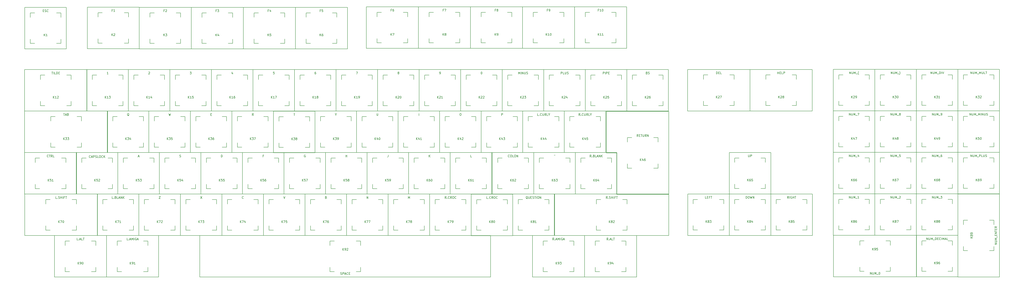
<source format=gbr>
G04 #@! TF.GenerationSoftware,KiCad,Pcbnew,6.0.1*
G04 #@! TF.CreationDate,2022-02-09T11:15:16-05:00*
G04 #@! TF.ProjectId,A1200KB,41313230-304b-4422-9e6b-696361645f70,v4a*
G04 #@! TF.SameCoordinates,Original*
G04 #@! TF.FileFunction,OtherDrawing,Comment*
%FSLAX46Y46*%
G04 Gerber Fmt 4.6, Leading zero omitted, Abs format (unit mm)*
G04 Created by KiCad (PCBNEW 6.0.1) date 2022-02-09 11:15:16*
%MOMM*%
%LPD*%
G01*
G04 APERTURE LIST*
%ADD10C,0.150000*%
G04 APERTURE END LIST*
D10*
X60120704Y-89238980D02*
X60120704Y-88238980D01*
X60692133Y-89238980D02*
X60263561Y-88667552D01*
X60692133Y-88238980D02*
X60120704Y-88810409D01*
X61644514Y-89238980D02*
X61073085Y-89238980D01*
X61358800Y-89238980D02*
X61358800Y-88238980D01*
X61263561Y-88381838D01*
X61168323Y-88477076D01*
X61073085Y-88524695D01*
X59668323Y-77602671D02*
X60001657Y-77602671D01*
X60144514Y-78126480D02*
X59668323Y-78126480D01*
X59668323Y-77126480D01*
X60144514Y-77126480D01*
X60525466Y-78078861D02*
X60668323Y-78126480D01*
X60906419Y-78126480D01*
X61001657Y-78078861D01*
X61049276Y-78031242D01*
X61096895Y-77936004D01*
X61096895Y-77840766D01*
X61049276Y-77745528D01*
X61001657Y-77697909D01*
X60906419Y-77650290D01*
X60715942Y-77602671D01*
X60620704Y-77555052D01*
X60573085Y-77507433D01*
X60525466Y-77412195D01*
X60525466Y-77316957D01*
X60573085Y-77221719D01*
X60620704Y-77174100D01*
X60715942Y-77126480D01*
X60954038Y-77126480D01*
X61096895Y-77174100D01*
X62096895Y-78031242D02*
X62049276Y-78078861D01*
X61906419Y-78126480D01*
X61811180Y-78126480D01*
X61668323Y-78078861D01*
X61573085Y-77983623D01*
X61525466Y-77888385D01*
X61477847Y-77697909D01*
X61477847Y-77555052D01*
X61525466Y-77364576D01*
X61573085Y-77269338D01*
X61668323Y-77174100D01*
X61811180Y-77126480D01*
X61906419Y-77126480D01*
X62049276Y-77174100D01*
X62096895Y-77221719D01*
X91159104Y-89123780D02*
X91159104Y-88123780D01*
X91730533Y-89123780D02*
X91301961Y-88552352D01*
X91730533Y-88123780D02*
X91159104Y-88695209D01*
X92111485Y-88219019D02*
X92159104Y-88171400D01*
X92254342Y-88123780D01*
X92492438Y-88123780D01*
X92587676Y-88171400D01*
X92635295Y-88219019D01*
X92682914Y-88314257D01*
X92682914Y-88409495D01*
X92635295Y-88552352D01*
X92063866Y-89123780D01*
X92682914Y-89123780D01*
X91563866Y-77487471D02*
X91230533Y-77487471D01*
X91230533Y-78011280D02*
X91230533Y-77011280D01*
X91706723Y-77011280D01*
X92611485Y-78011280D02*
X92040057Y-78011280D01*
X92325771Y-78011280D02*
X92325771Y-77011280D01*
X92230533Y-77154138D01*
X92135295Y-77249376D01*
X92040057Y-77296995D01*
X114984704Y-89210980D02*
X114984704Y-88210980D01*
X115556133Y-89210980D02*
X115127561Y-88639552D01*
X115556133Y-88210980D02*
X114984704Y-88782409D01*
X115889466Y-88210980D02*
X116508514Y-88210980D01*
X116175180Y-88591933D01*
X116318038Y-88591933D01*
X116413276Y-88639552D01*
X116460895Y-88687171D01*
X116508514Y-88782409D01*
X116508514Y-89020504D01*
X116460895Y-89115742D01*
X116413276Y-89163361D01*
X116318038Y-89210980D01*
X116032323Y-89210980D01*
X115937085Y-89163361D01*
X115889466Y-89115742D01*
X115389466Y-77574671D02*
X115056133Y-77574671D01*
X115056133Y-78098480D02*
X115056133Y-77098480D01*
X115532323Y-77098480D01*
X115865657Y-77193719D02*
X115913276Y-77146100D01*
X116008514Y-77098480D01*
X116246609Y-77098480D01*
X116341847Y-77146100D01*
X116389466Y-77193719D01*
X116437085Y-77288957D01*
X116437085Y-77384195D01*
X116389466Y-77527052D01*
X115818038Y-78098480D01*
X116437085Y-78098480D01*
X138860704Y-89238980D02*
X138860704Y-88238980D01*
X139432133Y-89238980D02*
X139003561Y-88667552D01*
X139432133Y-88238980D02*
X138860704Y-88810409D01*
X140289276Y-88572314D02*
X140289276Y-89238980D01*
X140051180Y-88191361D02*
X139813085Y-88905647D01*
X140432133Y-88905647D01*
X139265466Y-77602671D02*
X138932133Y-77602671D01*
X138932133Y-78126480D02*
X138932133Y-77126480D01*
X139408323Y-77126480D01*
X139694038Y-77126480D02*
X140313085Y-77126480D01*
X139979752Y-77507433D01*
X140122609Y-77507433D01*
X140217847Y-77555052D01*
X140265466Y-77602671D01*
X140313085Y-77697909D01*
X140313085Y-77936004D01*
X140265466Y-78031242D01*
X140217847Y-78078861D01*
X140122609Y-78126480D01*
X139836895Y-78126480D01*
X139741657Y-78078861D01*
X139694038Y-78031242D01*
X162736704Y-89210980D02*
X162736704Y-88210980D01*
X163308133Y-89210980D02*
X162879561Y-88639552D01*
X163308133Y-88210980D02*
X162736704Y-88782409D01*
X164212895Y-88210980D02*
X163736704Y-88210980D01*
X163689085Y-88687171D01*
X163736704Y-88639552D01*
X163831942Y-88591933D01*
X164070038Y-88591933D01*
X164165276Y-88639552D01*
X164212895Y-88687171D01*
X164260514Y-88782409D01*
X164260514Y-89020504D01*
X164212895Y-89115742D01*
X164165276Y-89163361D01*
X164070038Y-89210980D01*
X163831942Y-89210980D01*
X163736704Y-89163361D01*
X163689085Y-89115742D01*
X163141466Y-77574671D02*
X162808133Y-77574671D01*
X162808133Y-78098480D02*
X162808133Y-77098480D01*
X163284323Y-77098480D01*
X164093847Y-77431814D02*
X164093847Y-78098480D01*
X163855752Y-77050861D02*
X163617657Y-77765147D01*
X164236704Y-77765147D01*
X186612704Y-89210980D02*
X186612704Y-88210980D01*
X187184133Y-89210980D02*
X186755561Y-88639552D01*
X187184133Y-88210980D02*
X186612704Y-88782409D01*
X188041276Y-88210980D02*
X187850800Y-88210980D01*
X187755561Y-88258600D01*
X187707942Y-88306219D01*
X187612704Y-88449076D01*
X187565085Y-88639552D01*
X187565085Y-89020504D01*
X187612704Y-89115742D01*
X187660323Y-89163361D01*
X187755561Y-89210980D01*
X187946038Y-89210980D01*
X188041276Y-89163361D01*
X188088895Y-89115742D01*
X188136514Y-89020504D01*
X188136514Y-88782409D01*
X188088895Y-88687171D01*
X188041276Y-88639552D01*
X187946038Y-88591933D01*
X187755561Y-88591933D01*
X187660323Y-88639552D01*
X187612704Y-88687171D01*
X187565085Y-88782409D01*
X187017466Y-77574671D02*
X186684133Y-77574671D01*
X186684133Y-78098480D02*
X186684133Y-77098480D01*
X187160323Y-77098480D01*
X188017466Y-77098480D02*
X187541276Y-77098480D01*
X187493657Y-77574671D01*
X187541276Y-77527052D01*
X187636514Y-77479433D01*
X187874609Y-77479433D01*
X187969847Y-77527052D01*
X188017466Y-77574671D01*
X188065085Y-77669909D01*
X188065085Y-77908004D01*
X188017466Y-78003242D01*
X187969847Y-78050861D01*
X187874609Y-78098480D01*
X187636514Y-78098480D01*
X187541276Y-78050861D01*
X187493657Y-78003242D01*
X219124704Y-88984980D02*
X219124704Y-87984980D01*
X219696133Y-88984980D02*
X219267561Y-88413552D01*
X219696133Y-87984980D02*
X219124704Y-88556409D01*
X220029466Y-87984980D02*
X220696133Y-87984980D01*
X220267561Y-88984980D01*
X219529466Y-77348671D02*
X219196133Y-77348671D01*
X219196133Y-77872480D02*
X219196133Y-76872480D01*
X219672323Y-76872480D01*
X220481847Y-76872480D02*
X220291371Y-76872480D01*
X220196133Y-76920100D01*
X220148514Y-76967719D01*
X220053276Y-77110576D01*
X220005657Y-77301052D01*
X220005657Y-77682004D01*
X220053276Y-77777242D01*
X220100895Y-77824861D01*
X220196133Y-77872480D01*
X220386609Y-77872480D01*
X220481847Y-77824861D01*
X220529466Y-77777242D01*
X220577085Y-77682004D01*
X220577085Y-77443909D01*
X220529466Y-77348671D01*
X220481847Y-77301052D01*
X220386609Y-77253433D01*
X220196133Y-77253433D01*
X220100895Y-77301052D01*
X220053276Y-77348671D01*
X220005657Y-77443909D01*
X243000704Y-88984980D02*
X243000704Y-87984980D01*
X243572133Y-88984980D02*
X243143561Y-88413552D01*
X243572133Y-87984980D02*
X243000704Y-88556409D01*
X244143561Y-88413552D02*
X244048323Y-88365933D01*
X244000704Y-88318314D01*
X243953085Y-88223076D01*
X243953085Y-88175457D01*
X244000704Y-88080219D01*
X244048323Y-88032600D01*
X244143561Y-87984980D01*
X244334038Y-87984980D01*
X244429276Y-88032600D01*
X244476895Y-88080219D01*
X244524514Y-88175457D01*
X244524514Y-88223076D01*
X244476895Y-88318314D01*
X244429276Y-88365933D01*
X244334038Y-88413552D01*
X244143561Y-88413552D01*
X244048323Y-88461171D01*
X244000704Y-88508790D01*
X243953085Y-88604028D01*
X243953085Y-88794504D01*
X244000704Y-88889742D01*
X244048323Y-88937361D01*
X244143561Y-88984980D01*
X244334038Y-88984980D01*
X244429276Y-88937361D01*
X244476895Y-88889742D01*
X244524514Y-88794504D01*
X244524514Y-88604028D01*
X244476895Y-88508790D01*
X244429276Y-88461171D01*
X244334038Y-88413552D01*
X243405466Y-77348671D02*
X243072133Y-77348671D01*
X243072133Y-77872480D02*
X243072133Y-76872480D01*
X243548323Y-76872480D01*
X243834038Y-76872480D02*
X244500704Y-76872480D01*
X244072133Y-77872480D01*
X266876704Y-88984980D02*
X266876704Y-87984980D01*
X267448133Y-88984980D02*
X267019561Y-88413552D01*
X267448133Y-87984980D02*
X266876704Y-88556409D01*
X267924323Y-88984980D02*
X268114800Y-88984980D01*
X268210038Y-88937361D01*
X268257657Y-88889742D01*
X268352895Y-88746885D01*
X268400514Y-88556409D01*
X268400514Y-88175457D01*
X268352895Y-88080219D01*
X268305276Y-88032600D01*
X268210038Y-87984980D01*
X268019561Y-87984980D01*
X267924323Y-88032600D01*
X267876704Y-88080219D01*
X267829085Y-88175457D01*
X267829085Y-88413552D01*
X267876704Y-88508790D01*
X267924323Y-88556409D01*
X268019561Y-88604028D01*
X268210038Y-88604028D01*
X268305276Y-88556409D01*
X268352895Y-88508790D01*
X268400514Y-88413552D01*
X267281466Y-77348671D02*
X266948133Y-77348671D01*
X266948133Y-77872480D02*
X266948133Y-76872480D01*
X267424323Y-76872480D01*
X267948133Y-77301052D02*
X267852895Y-77253433D01*
X267805276Y-77205814D01*
X267757657Y-77110576D01*
X267757657Y-77062957D01*
X267805276Y-76967719D01*
X267852895Y-76920100D01*
X267948133Y-76872480D01*
X268138609Y-76872480D01*
X268233847Y-76920100D01*
X268281466Y-76967719D01*
X268329085Y-77062957D01*
X268329085Y-77110576D01*
X268281466Y-77205814D01*
X268233847Y-77253433D01*
X268138609Y-77301052D01*
X267948133Y-77301052D01*
X267852895Y-77348671D01*
X267805276Y-77396290D01*
X267757657Y-77491528D01*
X267757657Y-77682004D01*
X267805276Y-77777242D01*
X267852895Y-77824861D01*
X267948133Y-77872480D01*
X268138609Y-77872480D01*
X268233847Y-77824861D01*
X268281466Y-77777242D01*
X268329085Y-77682004D01*
X268329085Y-77491528D01*
X268281466Y-77396290D01*
X268233847Y-77348671D01*
X268138609Y-77301052D01*
X290276514Y-88984980D02*
X290276514Y-87984980D01*
X290847942Y-88984980D02*
X290419371Y-88413552D01*
X290847942Y-87984980D02*
X290276514Y-88556409D01*
X291800323Y-88984980D02*
X291228895Y-88984980D01*
X291514609Y-88984980D02*
X291514609Y-87984980D01*
X291419371Y-88127838D01*
X291324133Y-88223076D01*
X291228895Y-88270695D01*
X292419371Y-87984980D02*
X292514609Y-87984980D01*
X292609847Y-88032600D01*
X292657466Y-88080219D01*
X292705085Y-88175457D01*
X292752704Y-88365933D01*
X292752704Y-88604028D01*
X292705085Y-88794504D01*
X292657466Y-88889742D01*
X292609847Y-88937361D01*
X292514609Y-88984980D01*
X292419371Y-88984980D01*
X292324133Y-88937361D01*
X292276514Y-88889742D01*
X292228895Y-88794504D01*
X292181276Y-88604028D01*
X292181276Y-88365933D01*
X292228895Y-88175457D01*
X292276514Y-88080219D01*
X292324133Y-88032600D01*
X292419371Y-87984980D01*
X291157466Y-77348671D02*
X290824133Y-77348671D01*
X290824133Y-77872480D02*
X290824133Y-76872480D01*
X291300323Y-76872480D01*
X291728895Y-77872480D02*
X291919371Y-77872480D01*
X292014609Y-77824861D01*
X292062228Y-77777242D01*
X292157466Y-77634385D01*
X292205085Y-77443909D01*
X292205085Y-77062957D01*
X292157466Y-76967719D01*
X292109847Y-76920100D01*
X292014609Y-76872480D01*
X291824133Y-76872480D01*
X291728895Y-76920100D01*
X291681276Y-76967719D01*
X291633657Y-77062957D01*
X291633657Y-77301052D01*
X291681276Y-77396290D01*
X291728895Y-77443909D01*
X291824133Y-77491528D01*
X292014609Y-77491528D01*
X292109847Y-77443909D01*
X292157466Y-77396290D01*
X292205085Y-77301052D01*
X314152514Y-88984980D02*
X314152514Y-87984980D01*
X314723942Y-88984980D02*
X314295371Y-88413552D01*
X314723942Y-87984980D02*
X314152514Y-88556409D01*
X315676323Y-88984980D02*
X315104895Y-88984980D01*
X315390609Y-88984980D02*
X315390609Y-87984980D01*
X315295371Y-88127838D01*
X315200133Y-88223076D01*
X315104895Y-88270695D01*
X316628704Y-88984980D02*
X316057276Y-88984980D01*
X316342990Y-88984980D02*
X316342990Y-87984980D01*
X316247752Y-88127838D01*
X316152514Y-88223076D01*
X316057276Y-88270695D01*
X314557276Y-77348671D02*
X314223942Y-77348671D01*
X314223942Y-77872480D02*
X314223942Y-76872480D01*
X314700133Y-76872480D01*
X315604895Y-77872480D02*
X315033466Y-77872480D01*
X315319180Y-77872480D02*
X315319180Y-76872480D01*
X315223942Y-77015338D01*
X315128704Y-77110576D01*
X315033466Y-77158195D01*
X316223942Y-76872480D02*
X316319180Y-76872480D01*
X316414419Y-76920100D01*
X316462038Y-76967719D01*
X316509657Y-77062957D01*
X316557276Y-77253433D01*
X316557276Y-77491528D01*
X316509657Y-77682004D01*
X316462038Y-77777242D01*
X316414419Y-77824861D01*
X316319180Y-77872480D01*
X316223942Y-77872480D01*
X316128704Y-77824861D01*
X316081085Y-77777242D01*
X316033466Y-77682004D01*
X315985847Y-77491528D01*
X315985847Y-77253433D01*
X316033466Y-77062957D01*
X316081085Y-76967719D01*
X316128704Y-76920100D01*
X316223942Y-76872480D01*
X368343714Y-117732980D02*
X368343714Y-116732980D01*
X368915142Y-117732980D02*
X368486571Y-117161552D01*
X368915142Y-116732980D02*
X368343714Y-117304409D01*
X369296095Y-116828219D02*
X369343714Y-116780600D01*
X369438952Y-116732980D01*
X369677047Y-116732980D01*
X369772285Y-116780600D01*
X369819904Y-116828219D01*
X369867523Y-116923457D01*
X369867523Y-117018695D01*
X369819904Y-117161552D01*
X369248476Y-117732980D01*
X369867523Y-117732980D01*
X370200857Y-116732980D02*
X370867523Y-116732980D01*
X370438952Y-117732980D01*
X368438952Y-106620480D02*
X368438952Y-105620480D01*
X368677047Y-105620480D01*
X368819904Y-105668100D01*
X368915142Y-105763338D01*
X368962761Y-105858576D01*
X369010380Y-106049052D01*
X369010380Y-106191909D01*
X368962761Y-106382385D01*
X368915142Y-106477623D01*
X368819904Y-106572861D01*
X368677047Y-106620480D01*
X368438952Y-106620480D01*
X369438952Y-106096671D02*
X369772285Y-106096671D01*
X369915142Y-106620480D02*
X369438952Y-106620480D01*
X369438952Y-105620480D01*
X369915142Y-105620480D01*
X370819904Y-106620480D02*
X370343714Y-106620480D01*
X370343714Y-105620480D01*
X430344514Y-117699380D02*
X430344514Y-116699380D01*
X430915942Y-117699380D02*
X430487371Y-117127952D01*
X430915942Y-116699380D02*
X430344514Y-117270809D01*
X431296895Y-116794619D02*
X431344514Y-116747000D01*
X431439752Y-116699380D01*
X431677847Y-116699380D01*
X431773085Y-116747000D01*
X431820704Y-116794619D01*
X431868323Y-116889857D01*
X431868323Y-116985095D01*
X431820704Y-117127952D01*
X431249276Y-117699380D01*
X431868323Y-117699380D01*
X432344514Y-117699380D02*
X432534990Y-117699380D01*
X432630228Y-117651761D01*
X432677847Y-117604142D01*
X432773085Y-117461285D01*
X432820704Y-117270809D01*
X432820704Y-116889857D01*
X432773085Y-116794619D01*
X432725466Y-116747000D01*
X432630228Y-116699380D01*
X432439752Y-116699380D01*
X432344514Y-116747000D01*
X432296895Y-116794619D01*
X432249276Y-116889857D01*
X432249276Y-117127952D01*
X432296895Y-117223190D01*
X432344514Y-117270809D01*
X432439752Y-117318428D01*
X432630228Y-117318428D01*
X432725466Y-117270809D01*
X432773085Y-117223190D01*
X432820704Y-117127952D01*
X429463561Y-106586880D02*
X429463561Y-105586880D01*
X430034990Y-106586880D01*
X430034990Y-105586880D01*
X430511180Y-105586880D02*
X430511180Y-106396404D01*
X430558800Y-106491642D01*
X430606419Y-106539261D01*
X430701657Y-106586880D01*
X430892133Y-106586880D01*
X430987371Y-106539261D01*
X431034990Y-106491642D01*
X431082609Y-106396404D01*
X431082609Y-105586880D01*
X431558800Y-106586880D02*
X431558800Y-105586880D01*
X431892133Y-106301166D01*
X432225466Y-105586880D01*
X432225466Y-106586880D01*
X432463561Y-106682119D02*
X433225466Y-106682119D01*
X433749276Y-106967833D02*
X433701657Y-106920214D01*
X433606419Y-106777357D01*
X433558800Y-106682119D01*
X433511180Y-106539261D01*
X433463561Y-106301166D01*
X433463561Y-106110690D01*
X433511180Y-105872595D01*
X433558800Y-105729738D01*
X433606419Y-105634500D01*
X433701657Y-105491642D01*
X433749276Y-105444023D01*
X449394514Y-117699380D02*
X449394514Y-116699380D01*
X449965942Y-117699380D02*
X449537371Y-117127952D01*
X449965942Y-116699380D02*
X449394514Y-117270809D01*
X450299276Y-116699380D02*
X450918323Y-116699380D01*
X450584990Y-117080333D01*
X450727847Y-117080333D01*
X450823085Y-117127952D01*
X450870704Y-117175571D01*
X450918323Y-117270809D01*
X450918323Y-117508904D01*
X450870704Y-117604142D01*
X450823085Y-117651761D01*
X450727847Y-117699380D01*
X450442133Y-117699380D01*
X450346895Y-117651761D01*
X450299276Y-117604142D01*
X451537371Y-116699380D02*
X451632609Y-116699380D01*
X451727847Y-116747000D01*
X451775466Y-116794619D01*
X451823085Y-116889857D01*
X451870704Y-117080333D01*
X451870704Y-117318428D01*
X451823085Y-117508904D01*
X451775466Y-117604142D01*
X451727847Y-117651761D01*
X451632609Y-117699380D01*
X451537371Y-117699380D01*
X451442133Y-117651761D01*
X451394514Y-117604142D01*
X451346895Y-117508904D01*
X451299276Y-117318428D01*
X451299276Y-117080333D01*
X451346895Y-116889857D01*
X451394514Y-116794619D01*
X451442133Y-116747000D01*
X451537371Y-116699380D01*
X448513561Y-106586880D02*
X448513561Y-105586880D01*
X449084990Y-106586880D01*
X449084990Y-105586880D01*
X449561180Y-105586880D02*
X449561180Y-106396404D01*
X449608800Y-106491642D01*
X449656419Y-106539261D01*
X449751657Y-106586880D01*
X449942133Y-106586880D01*
X450037371Y-106539261D01*
X450084990Y-106491642D01*
X450132609Y-106396404D01*
X450132609Y-105586880D01*
X450608800Y-106586880D02*
X450608800Y-105586880D01*
X450942133Y-106301166D01*
X451275466Y-105586880D01*
X451275466Y-106586880D01*
X451513561Y-106682119D02*
X452275466Y-106682119D01*
X452418323Y-106967833D02*
X452465942Y-106920214D01*
X452561180Y-106777357D01*
X452608800Y-106682119D01*
X452656419Y-106539261D01*
X452704038Y-106301166D01*
X452704038Y-106110690D01*
X452656419Y-105872595D01*
X452608800Y-105729738D01*
X452561180Y-105634500D01*
X452465942Y-105491642D01*
X452418323Y-105444023D01*
X468444514Y-117699380D02*
X468444514Y-116699380D01*
X469015942Y-117699380D02*
X468587371Y-117127952D01*
X469015942Y-116699380D02*
X468444514Y-117270809D01*
X469349276Y-116699380D02*
X469968323Y-116699380D01*
X469634990Y-117080333D01*
X469777847Y-117080333D01*
X469873085Y-117127952D01*
X469920704Y-117175571D01*
X469968323Y-117270809D01*
X469968323Y-117508904D01*
X469920704Y-117604142D01*
X469873085Y-117651761D01*
X469777847Y-117699380D01*
X469492133Y-117699380D01*
X469396895Y-117651761D01*
X469349276Y-117604142D01*
X470920704Y-117699380D02*
X470349276Y-117699380D01*
X470634990Y-117699380D02*
X470634990Y-116699380D01*
X470539752Y-116842238D01*
X470444514Y-116937476D01*
X470349276Y-116985095D01*
X466730228Y-106586880D02*
X466730228Y-105586880D01*
X467301657Y-106586880D01*
X467301657Y-105586880D01*
X467777847Y-105586880D02*
X467777847Y-106396404D01*
X467825466Y-106491642D01*
X467873085Y-106539261D01*
X467968323Y-106586880D01*
X468158800Y-106586880D01*
X468254038Y-106539261D01*
X468301657Y-106491642D01*
X468349276Y-106396404D01*
X468349276Y-105586880D01*
X468825466Y-106586880D02*
X468825466Y-105586880D01*
X469158800Y-106301166D01*
X469492133Y-105586880D01*
X469492133Y-106586880D01*
X469730228Y-106682119D02*
X470492133Y-106682119D01*
X470730228Y-106586880D02*
X470730228Y-105586880D01*
X470968323Y-105586880D01*
X471111180Y-105634500D01*
X471206419Y-105729738D01*
X471254038Y-105824976D01*
X471301657Y-106015452D01*
X471301657Y-106158309D01*
X471254038Y-106348785D01*
X471206419Y-106444023D01*
X471111180Y-106539261D01*
X470968323Y-106586880D01*
X470730228Y-106586880D01*
X471730228Y-106586880D02*
X471730228Y-105586880D01*
X472063561Y-105586880D02*
X472396895Y-106586880D01*
X472730228Y-105586880D01*
X487494514Y-117699380D02*
X487494514Y-116699380D01*
X488065942Y-117699380D02*
X487637371Y-117127952D01*
X488065942Y-116699380D02*
X487494514Y-117270809D01*
X488399276Y-116699380D02*
X489018323Y-116699380D01*
X488684990Y-117080333D01*
X488827847Y-117080333D01*
X488923085Y-117127952D01*
X488970704Y-117175571D01*
X489018323Y-117270809D01*
X489018323Y-117508904D01*
X488970704Y-117604142D01*
X488923085Y-117651761D01*
X488827847Y-117699380D01*
X488542133Y-117699380D01*
X488446895Y-117651761D01*
X488399276Y-117604142D01*
X489399276Y-116794619D02*
X489446895Y-116747000D01*
X489542133Y-116699380D01*
X489780228Y-116699380D01*
X489875466Y-116747000D01*
X489923085Y-116794619D01*
X489970704Y-116889857D01*
X489970704Y-116985095D01*
X489923085Y-117127952D01*
X489351657Y-117699380D01*
X489970704Y-117699380D01*
X485065942Y-106586880D02*
X485065942Y-105586880D01*
X485637371Y-106586880D01*
X485637371Y-105586880D01*
X486113561Y-105586880D02*
X486113561Y-106396404D01*
X486161180Y-106491642D01*
X486208800Y-106539261D01*
X486304038Y-106586880D01*
X486494514Y-106586880D01*
X486589752Y-106539261D01*
X486637371Y-106491642D01*
X486684990Y-106396404D01*
X486684990Y-105586880D01*
X487161180Y-106586880D02*
X487161180Y-105586880D01*
X487494514Y-106301166D01*
X487827847Y-105586880D01*
X487827847Y-106586880D01*
X488065942Y-106682119D02*
X488827847Y-106682119D01*
X489065942Y-106586880D02*
X489065942Y-105586880D01*
X489399276Y-106301166D01*
X489732609Y-105586880D01*
X489732609Y-106586880D01*
X490208800Y-105586880D02*
X490208800Y-106396404D01*
X490256419Y-106491642D01*
X490304038Y-106539261D01*
X490399276Y-106586880D01*
X490589752Y-106586880D01*
X490684990Y-106539261D01*
X490732609Y-106491642D01*
X490780228Y-106396404D01*
X490780228Y-105586880D01*
X491732609Y-106586880D02*
X491256419Y-106586880D01*
X491256419Y-105586880D01*
X491923085Y-105586880D02*
X492494514Y-105586880D01*
X492208800Y-106586880D02*
X492208800Y-105586880D01*
X430344514Y-136749380D02*
X430344514Y-135749380D01*
X430915942Y-136749380D02*
X430487371Y-136177952D01*
X430915942Y-135749380D02*
X430344514Y-136320809D01*
X431773085Y-136082714D02*
X431773085Y-136749380D01*
X431534990Y-135701761D02*
X431296895Y-136416047D01*
X431915942Y-136416047D01*
X432201657Y-135749380D02*
X432868323Y-135749380D01*
X432439752Y-136749380D01*
X429320704Y-125636880D02*
X429320704Y-124636880D01*
X429892133Y-125636880D01*
X429892133Y-124636880D01*
X430368323Y-124636880D02*
X430368323Y-125446404D01*
X430415942Y-125541642D01*
X430463561Y-125589261D01*
X430558800Y-125636880D01*
X430749276Y-125636880D01*
X430844514Y-125589261D01*
X430892133Y-125541642D01*
X430939752Y-125446404D01*
X430939752Y-124636880D01*
X431415942Y-125636880D02*
X431415942Y-124636880D01*
X431749276Y-125351166D01*
X432082609Y-124636880D01*
X432082609Y-125636880D01*
X432320704Y-125732119D02*
X433082609Y-125732119D01*
X433225466Y-124636880D02*
X433892133Y-124636880D01*
X433463561Y-125636880D01*
X449394514Y-136749380D02*
X449394514Y-135749380D01*
X449965942Y-136749380D02*
X449537371Y-136177952D01*
X449965942Y-135749380D02*
X449394514Y-136320809D01*
X450823085Y-136082714D02*
X450823085Y-136749380D01*
X450584990Y-135701761D02*
X450346895Y-136416047D01*
X450965942Y-136416047D01*
X451489752Y-136177952D02*
X451394514Y-136130333D01*
X451346895Y-136082714D01*
X451299276Y-135987476D01*
X451299276Y-135939857D01*
X451346895Y-135844619D01*
X451394514Y-135797000D01*
X451489752Y-135749380D01*
X451680228Y-135749380D01*
X451775466Y-135797000D01*
X451823085Y-135844619D01*
X451870704Y-135939857D01*
X451870704Y-135987476D01*
X451823085Y-136082714D01*
X451775466Y-136130333D01*
X451680228Y-136177952D01*
X451489752Y-136177952D01*
X451394514Y-136225571D01*
X451346895Y-136273190D01*
X451299276Y-136368428D01*
X451299276Y-136558904D01*
X451346895Y-136654142D01*
X451394514Y-136701761D01*
X451489752Y-136749380D01*
X451680228Y-136749380D01*
X451775466Y-136701761D01*
X451823085Y-136654142D01*
X451870704Y-136558904D01*
X451870704Y-136368428D01*
X451823085Y-136273190D01*
X451775466Y-136225571D01*
X451680228Y-136177952D01*
X448370704Y-125636880D02*
X448370704Y-124636880D01*
X448942133Y-125636880D01*
X448942133Y-124636880D01*
X449418323Y-124636880D02*
X449418323Y-125446404D01*
X449465942Y-125541642D01*
X449513561Y-125589261D01*
X449608800Y-125636880D01*
X449799276Y-125636880D01*
X449894514Y-125589261D01*
X449942133Y-125541642D01*
X449989752Y-125446404D01*
X449989752Y-124636880D01*
X450465942Y-125636880D02*
X450465942Y-124636880D01*
X450799276Y-125351166D01*
X451132609Y-124636880D01*
X451132609Y-125636880D01*
X451370704Y-125732119D02*
X452132609Y-125732119D01*
X452513561Y-125065452D02*
X452418323Y-125017833D01*
X452370704Y-124970214D01*
X452323085Y-124874976D01*
X452323085Y-124827357D01*
X452370704Y-124732119D01*
X452418323Y-124684500D01*
X452513561Y-124636880D01*
X452704038Y-124636880D01*
X452799276Y-124684500D01*
X452846895Y-124732119D01*
X452894514Y-124827357D01*
X452894514Y-124874976D01*
X452846895Y-124970214D01*
X452799276Y-125017833D01*
X452704038Y-125065452D01*
X452513561Y-125065452D01*
X452418323Y-125113071D01*
X452370704Y-125160690D01*
X452323085Y-125255928D01*
X452323085Y-125446404D01*
X452370704Y-125541642D01*
X452418323Y-125589261D01*
X452513561Y-125636880D01*
X452704038Y-125636880D01*
X452799276Y-125589261D01*
X452846895Y-125541642D01*
X452894514Y-125446404D01*
X452894514Y-125255928D01*
X452846895Y-125160690D01*
X452799276Y-125113071D01*
X452704038Y-125065452D01*
X468444514Y-136749380D02*
X468444514Y-135749380D01*
X469015942Y-136749380D02*
X468587371Y-136177952D01*
X469015942Y-135749380D02*
X468444514Y-136320809D01*
X469873085Y-136082714D02*
X469873085Y-136749380D01*
X469634990Y-135701761D02*
X469396895Y-136416047D01*
X470015942Y-136416047D01*
X470444514Y-136749380D02*
X470634990Y-136749380D01*
X470730228Y-136701761D01*
X470777847Y-136654142D01*
X470873085Y-136511285D01*
X470920704Y-136320809D01*
X470920704Y-135939857D01*
X470873085Y-135844619D01*
X470825466Y-135797000D01*
X470730228Y-135749380D01*
X470539752Y-135749380D01*
X470444514Y-135797000D01*
X470396895Y-135844619D01*
X470349276Y-135939857D01*
X470349276Y-136177952D01*
X470396895Y-136273190D01*
X470444514Y-136320809D01*
X470539752Y-136368428D01*
X470730228Y-136368428D01*
X470825466Y-136320809D01*
X470873085Y-136273190D01*
X470920704Y-136177952D01*
X467420704Y-125636880D02*
X467420704Y-124636880D01*
X467992133Y-125636880D01*
X467992133Y-124636880D01*
X468468323Y-124636880D02*
X468468323Y-125446404D01*
X468515942Y-125541642D01*
X468563561Y-125589261D01*
X468658800Y-125636880D01*
X468849276Y-125636880D01*
X468944514Y-125589261D01*
X468992133Y-125541642D01*
X469039752Y-125446404D01*
X469039752Y-124636880D01*
X469515942Y-125636880D02*
X469515942Y-124636880D01*
X469849276Y-125351166D01*
X470182609Y-124636880D01*
X470182609Y-125636880D01*
X470420704Y-125732119D02*
X471182609Y-125732119D01*
X471468323Y-125636880D02*
X471658800Y-125636880D01*
X471754038Y-125589261D01*
X471801657Y-125541642D01*
X471896895Y-125398785D01*
X471944514Y-125208309D01*
X471944514Y-124827357D01*
X471896895Y-124732119D01*
X471849276Y-124684500D01*
X471754038Y-124636880D01*
X471563561Y-124636880D01*
X471468323Y-124684500D01*
X471420704Y-124732119D01*
X471373085Y-124827357D01*
X471373085Y-125065452D01*
X471420704Y-125160690D01*
X471468323Y-125208309D01*
X471563561Y-125255928D01*
X471754038Y-125255928D01*
X471849276Y-125208309D01*
X471896895Y-125160690D01*
X471944514Y-125065452D01*
X487494514Y-136749380D02*
X487494514Y-135749380D01*
X488065942Y-136749380D02*
X487637371Y-136177952D01*
X488065942Y-135749380D02*
X487494514Y-136320809D01*
X488970704Y-135749380D02*
X488494514Y-135749380D01*
X488446895Y-136225571D01*
X488494514Y-136177952D01*
X488589752Y-136130333D01*
X488827847Y-136130333D01*
X488923085Y-136177952D01*
X488970704Y-136225571D01*
X489018323Y-136320809D01*
X489018323Y-136558904D01*
X488970704Y-136654142D01*
X488923085Y-136701761D01*
X488827847Y-136749380D01*
X488589752Y-136749380D01*
X488494514Y-136701761D01*
X488446895Y-136654142D01*
X489637371Y-135749380D02*
X489732609Y-135749380D01*
X489827847Y-135797000D01*
X489875466Y-135844619D01*
X489923085Y-135939857D01*
X489970704Y-136130333D01*
X489970704Y-136368428D01*
X489923085Y-136558904D01*
X489875466Y-136654142D01*
X489827847Y-136701761D01*
X489732609Y-136749380D01*
X489637371Y-136749380D01*
X489542133Y-136701761D01*
X489494514Y-136654142D01*
X489446895Y-136558904D01*
X489399276Y-136368428D01*
X489399276Y-136130333D01*
X489446895Y-135939857D01*
X489494514Y-135844619D01*
X489542133Y-135797000D01*
X489637371Y-135749380D01*
X484613561Y-125636880D02*
X484613561Y-124636880D01*
X485184990Y-125636880D01*
X485184990Y-124636880D01*
X485661180Y-124636880D02*
X485661180Y-125446404D01*
X485708800Y-125541642D01*
X485756419Y-125589261D01*
X485851657Y-125636880D01*
X486042133Y-125636880D01*
X486137371Y-125589261D01*
X486184990Y-125541642D01*
X486232609Y-125446404D01*
X486232609Y-124636880D01*
X486708800Y-125636880D02*
X486708800Y-124636880D01*
X487042133Y-125351166D01*
X487375466Y-124636880D01*
X487375466Y-125636880D01*
X487613561Y-125732119D02*
X488375466Y-125732119D01*
X488613561Y-125636880D02*
X488613561Y-124636880D01*
X488946895Y-125351166D01*
X489280228Y-124636880D01*
X489280228Y-125636880D01*
X489756419Y-125636880D02*
X489756419Y-124636880D01*
X490232609Y-125636880D02*
X490232609Y-124636880D01*
X490804038Y-125636880D01*
X490804038Y-124636880D01*
X491280228Y-124636880D02*
X491280228Y-125446404D01*
X491327847Y-125541642D01*
X491375466Y-125589261D01*
X491470704Y-125636880D01*
X491661180Y-125636880D01*
X491756419Y-125589261D01*
X491804038Y-125541642D01*
X491851657Y-125446404D01*
X491851657Y-124636880D01*
X492280228Y-125589261D02*
X492423085Y-125636880D01*
X492661180Y-125636880D01*
X492756419Y-125589261D01*
X492804038Y-125541642D01*
X492851657Y-125446404D01*
X492851657Y-125351166D01*
X492804038Y-125255928D01*
X492756419Y-125208309D01*
X492661180Y-125160690D01*
X492470704Y-125113071D01*
X492375466Y-125065452D01*
X492327847Y-125017833D01*
X492280228Y-124922595D01*
X492280228Y-124827357D01*
X492327847Y-124732119D01*
X492375466Y-124684500D01*
X492470704Y-124636880D01*
X492708800Y-124636880D01*
X492851657Y-124684500D01*
X382665714Y-155846980D02*
X382665714Y-154846980D01*
X383237142Y-155846980D02*
X382808571Y-155275552D01*
X383237142Y-154846980D02*
X382665714Y-155418409D01*
X384094285Y-154846980D02*
X383903809Y-154846980D01*
X383808571Y-154894600D01*
X383760952Y-154942219D01*
X383665714Y-155085076D01*
X383618095Y-155275552D01*
X383618095Y-155656504D01*
X383665714Y-155751742D01*
X383713333Y-155799361D01*
X383808571Y-155846980D01*
X383999047Y-155846980D01*
X384094285Y-155799361D01*
X384141904Y-155751742D01*
X384189523Y-155656504D01*
X384189523Y-155418409D01*
X384141904Y-155323171D01*
X384094285Y-155275552D01*
X383999047Y-155227933D01*
X383808571Y-155227933D01*
X383713333Y-155275552D01*
X383665714Y-155323171D01*
X383618095Y-155418409D01*
X385094285Y-154846980D02*
X384618095Y-154846980D01*
X384570476Y-155323171D01*
X384618095Y-155275552D01*
X384713333Y-155227933D01*
X384951428Y-155227933D01*
X385046666Y-155275552D01*
X385094285Y-155323171D01*
X385141904Y-155418409D01*
X385141904Y-155656504D01*
X385094285Y-155751742D01*
X385046666Y-155799361D01*
X384951428Y-155846980D01*
X384713333Y-155846980D01*
X384618095Y-155799361D01*
X384570476Y-155751742D01*
X383094285Y-143734480D02*
X383094285Y-144544004D01*
X383141904Y-144639242D01*
X383189523Y-144686861D01*
X383284761Y-144734480D01*
X383475238Y-144734480D01*
X383570476Y-144686861D01*
X383618095Y-144639242D01*
X383665714Y-144544004D01*
X383665714Y-143734480D01*
X384141904Y-144734480D02*
X384141904Y-143734480D01*
X384522857Y-143734480D01*
X384618095Y-143782100D01*
X384665714Y-143829719D01*
X384713333Y-143924957D01*
X384713333Y-144067814D01*
X384665714Y-144163052D01*
X384618095Y-144210671D01*
X384522857Y-144258290D01*
X384141904Y-144258290D01*
X430344514Y-155799380D02*
X430344514Y-154799380D01*
X430915942Y-155799380D02*
X430487371Y-155227952D01*
X430915942Y-154799380D02*
X430344514Y-155370809D01*
X431773085Y-154799380D02*
X431582609Y-154799380D01*
X431487371Y-154847000D01*
X431439752Y-154894619D01*
X431344514Y-155037476D01*
X431296895Y-155227952D01*
X431296895Y-155608904D01*
X431344514Y-155704142D01*
X431392133Y-155751761D01*
X431487371Y-155799380D01*
X431677847Y-155799380D01*
X431773085Y-155751761D01*
X431820704Y-155704142D01*
X431868323Y-155608904D01*
X431868323Y-155370809D01*
X431820704Y-155275571D01*
X431773085Y-155227952D01*
X431677847Y-155180333D01*
X431487371Y-155180333D01*
X431392133Y-155227952D01*
X431344514Y-155275571D01*
X431296895Y-155370809D01*
X432725466Y-154799380D02*
X432534990Y-154799380D01*
X432439752Y-154847000D01*
X432392133Y-154894619D01*
X432296895Y-155037476D01*
X432249276Y-155227952D01*
X432249276Y-155608904D01*
X432296895Y-155704142D01*
X432344514Y-155751761D01*
X432439752Y-155799380D01*
X432630228Y-155799380D01*
X432725466Y-155751761D01*
X432773085Y-155704142D01*
X432820704Y-155608904D01*
X432820704Y-155370809D01*
X432773085Y-155275571D01*
X432725466Y-155227952D01*
X432630228Y-155180333D01*
X432439752Y-155180333D01*
X432344514Y-155227952D01*
X432296895Y-155275571D01*
X432249276Y-155370809D01*
X429320704Y-144686880D02*
X429320704Y-143686880D01*
X429892133Y-144686880D01*
X429892133Y-143686880D01*
X430368323Y-143686880D02*
X430368323Y-144496404D01*
X430415942Y-144591642D01*
X430463561Y-144639261D01*
X430558800Y-144686880D01*
X430749276Y-144686880D01*
X430844514Y-144639261D01*
X430892133Y-144591642D01*
X430939752Y-144496404D01*
X430939752Y-143686880D01*
X431415942Y-144686880D02*
X431415942Y-143686880D01*
X431749276Y-144401166D01*
X432082609Y-143686880D01*
X432082609Y-144686880D01*
X432320704Y-144782119D02*
X433082609Y-144782119D01*
X433749276Y-144020214D02*
X433749276Y-144686880D01*
X433511180Y-143639261D02*
X433273085Y-144353547D01*
X433892133Y-144353547D01*
X449394514Y-155799380D02*
X449394514Y-154799380D01*
X449965942Y-155799380D02*
X449537371Y-155227952D01*
X449965942Y-154799380D02*
X449394514Y-155370809D01*
X450823085Y-154799380D02*
X450632609Y-154799380D01*
X450537371Y-154847000D01*
X450489752Y-154894619D01*
X450394514Y-155037476D01*
X450346895Y-155227952D01*
X450346895Y-155608904D01*
X450394514Y-155704142D01*
X450442133Y-155751761D01*
X450537371Y-155799380D01*
X450727847Y-155799380D01*
X450823085Y-155751761D01*
X450870704Y-155704142D01*
X450918323Y-155608904D01*
X450918323Y-155370809D01*
X450870704Y-155275571D01*
X450823085Y-155227952D01*
X450727847Y-155180333D01*
X450537371Y-155180333D01*
X450442133Y-155227952D01*
X450394514Y-155275571D01*
X450346895Y-155370809D01*
X451251657Y-154799380D02*
X451918323Y-154799380D01*
X451489752Y-155799380D01*
X448370704Y-144686880D02*
X448370704Y-143686880D01*
X448942133Y-144686880D01*
X448942133Y-143686880D01*
X449418323Y-143686880D02*
X449418323Y-144496404D01*
X449465942Y-144591642D01*
X449513561Y-144639261D01*
X449608800Y-144686880D01*
X449799276Y-144686880D01*
X449894514Y-144639261D01*
X449942133Y-144591642D01*
X449989752Y-144496404D01*
X449989752Y-143686880D01*
X450465942Y-144686880D02*
X450465942Y-143686880D01*
X450799276Y-144401166D01*
X451132609Y-143686880D01*
X451132609Y-144686880D01*
X451370704Y-144782119D02*
X452132609Y-144782119D01*
X452846895Y-143686880D02*
X452370704Y-143686880D01*
X452323085Y-144163071D01*
X452370704Y-144115452D01*
X452465942Y-144067833D01*
X452704038Y-144067833D01*
X452799276Y-144115452D01*
X452846895Y-144163071D01*
X452894514Y-144258309D01*
X452894514Y-144496404D01*
X452846895Y-144591642D01*
X452799276Y-144639261D01*
X452704038Y-144686880D01*
X452465942Y-144686880D01*
X452370704Y-144639261D01*
X452323085Y-144591642D01*
X468444514Y-155799380D02*
X468444514Y-154799380D01*
X469015942Y-155799380D02*
X468587371Y-155227952D01*
X469015942Y-154799380D02*
X468444514Y-155370809D01*
X469873085Y-154799380D02*
X469682609Y-154799380D01*
X469587371Y-154847000D01*
X469539752Y-154894619D01*
X469444514Y-155037476D01*
X469396895Y-155227952D01*
X469396895Y-155608904D01*
X469444514Y-155704142D01*
X469492133Y-155751761D01*
X469587371Y-155799380D01*
X469777847Y-155799380D01*
X469873085Y-155751761D01*
X469920704Y-155704142D01*
X469968323Y-155608904D01*
X469968323Y-155370809D01*
X469920704Y-155275571D01*
X469873085Y-155227952D01*
X469777847Y-155180333D01*
X469587371Y-155180333D01*
X469492133Y-155227952D01*
X469444514Y-155275571D01*
X469396895Y-155370809D01*
X470539752Y-155227952D02*
X470444514Y-155180333D01*
X470396895Y-155132714D01*
X470349276Y-155037476D01*
X470349276Y-154989857D01*
X470396895Y-154894619D01*
X470444514Y-154847000D01*
X470539752Y-154799380D01*
X470730228Y-154799380D01*
X470825466Y-154847000D01*
X470873085Y-154894619D01*
X470920704Y-154989857D01*
X470920704Y-155037476D01*
X470873085Y-155132714D01*
X470825466Y-155180333D01*
X470730228Y-155227952D01*
X470539752Y-155227952D01*
X470444514Y-155275571D01*
X470396895Y-155323190D01*
X470349276Y-155418428D01*
X470349276Y-155608904D01*
X470396895Y-155704142D01*
X470444514Y-155751761D01*
X470539752Y-155799380D01*
X470730228Y-155799380D01*
X470825466Y-155751761D01*
X470873085Y-155704142D01*
X470920704Y-155608904D01*
X470920704Y-155418428D01*
X470873085Y-155323190D01*
X470825466Y-155275571D01*
X470730228Y-155227952D01*
X467420704Y-144686880D02*
X467420704Y-143686880D01*
X467992133Y-144686880D01*
X467992133Y-143686880D01*
X468468323Y-143686880D02*
X468468323Y-144496404D01*
X468515942Y-144591642D01*
X468563561Y-144639261D01*
X468658800Y-144686880D01*
X468849276Y-144686880D01*
X468944514Y-144639261D01*
X468992133Y-144591642D01*
X469039752Y-144496404D01*
X469039752Y-143686880D01*
X469515942Y-144686880D02*
X469515942Y-143686880D01*
X469849276Y-144401166D01*
X470182609Y-143686880D01*
X470182609Y-144686880D01*
X470420704Y-144782119D02*
X471182609Y-144782119D01*
X471849276Y-143686880D02*
X471658800Y-143686880D01*
X471563561Y-143734500D01*
X471515942Y-143782119D01*
X471420704Y-143924976D01*
X471373085Y-144115452D01*
X471373085Y-144496404D01*
X471420704Y-144591642D01*
X471468323Y-144639261D01*
X471563561Y-144686880D01*
X471754038Y-144686880D01*
X471849276Y-144639261D01*
X471896895Y-144591642D01*
X471944514Y-144496404D01*
X471944514Y-144258309D01*
X471896895Y-144163071D01*
X471849276Y-144115452D01*
X471754038Y-144067833D01*
X471563561Y-144067833D01*
X471468323Y-144115452D01*
X471420704Y-144163071D01*
X471373085Y-144258309D01*
X487494514Y-155799380D02*
X487494514Y-154799380D01*
X488065942Y-155799380D02*
X487637371Y-155227952D01*
X488065942Y-154799380D02*
X487494514Y-155370809D01*
X488923085Y-154799380D02*
X488732609Y-154799380D01*
X488637371Y-154847000D01*
X488589752Y-154894619D01*
X488494514Y-155037476D01*
X488446895Y-155227952D01*
X488446895Y-155608904D01*
X488494514Y-155704142D01*
X488542133Y-155751761D01*
X488637371Y-155799380D01*
X488827847Y-155799380D01*
X488923085Y-155751761D01*
X488970704Y-155704142D01*
X489018323Y-155608904D01*
X489018323Y-155370809D01*
X488970704Y-155275571D01*
X488923085Y-155227952D01*
X488827847Y-155180333D01*
X488637371Y-155180333D01*
X488542133Y-155227952D01*
X488494514Y-155275571D01*
X488446895Y-155370809D01*
X489494514Y-155799380D02*
X489684990Y-155799380D01*
X489780228Y-155751761D01*
X489827847Y-155704142D01*
X489923085Y-155561285D01*
X489970704Y-155370809D01*
X489970704Y-154989857D01*
X489923085Y-154894619D01*
X489875466Y-154847000D01*
X489780228Y-154799380D01*
X489589752Y-154799380D01*
X489494514Y-154847000D01*
X489446895Y-154894619D01*
X489399276Y-154989857D01*
X489399276Y-155227952D01*
X489446895Y-155323190D01*
X489494514Y-155370809D01*
X489589752Y-155418428D01*
X489780228Y-155418428D01*
X489875466Y-155370809D01*
X489923085Y-155323190D01*
X489970704Y-155227952D01*
X485042133Y-144686880D02*
X485042133Y-143686880D01*
X485613561Y-144686880D01*
X485613561Y-143686880D01*
X486089752Y-143686880D02*
X486089752Y-144496404D01*
X486137371Y-144591642D01*
X486184990Y-144639261D01*
X486280228Y-144686880D01*
X486470704Y-144686880D01*
X486565942Y-144639261D01*
X486613561Y-144591642D01*
X486661180Y-144496404D01*
X486661180Y-143686880D01*
X487137371Y-144686880D02*
X487137371Y-143686880D01*
X487470704Y-144401166D01*
X487804038Y-143686880D01*
X487804038Y-144686880D01*
X488042133Y-144782119D02*
X488804038Y-144782119D01*
X489042133Y-144686880D02*
X489042133Y-143686880D01*
X489423085Y-143686880D01*
X489518323Y-143734500D01*
X489565942Y-143782119D01*
X489613561Y-143877357D01*
X489613561Y-144020214D01*
X489565942Y-144115452D01*
X489518323Y-144163071D01*
X489423085Y-144210690D01*
X489042133Y-144210690D01*
X490518323Y-144686880D02*
X490042133Y-144686880D01*
X490042133Y-143686880D01*
X490851657Y-143686880D02*
X490851657Y-144496404D01*
X490899276Y-144591642D01*
X490946895Y-144639261D01*
X491042133Y-144686880D01*
X491232609Y-144686880D01*
X491327847Y-144639261D01*
X491375466Y-144591642D01*
X491423085Y-144496404D01*
X491423085Y-143686880D01*
X491851657Y-144639261D02*
X491994514Y-144686880D01*
X492232609Y-144686880D01*
X492327847Y-144639261D01*
X492375466Y-144591642D01*
X492423085Y-144496404D01*
X492423085Y-144401166D01*
X492375466Y-144305928D01*
X492327847Y-144258309D01*
X492232609Y-144210690D01*
X492042133Y-144163071D01*
X491946895Y-144115452D01*
X491899276Y-144067833D01*
X491851657Y-143972595D01*
X491851657Y-143877357D01*
X491899276Y-143782119D01*
X491946895Y-143734500D01*
X492042133Y-143686880D01*
X492280228Y-143686880D01*
X492423085Y-143734500D01*
X363615714Y-174896980D02*
X363615714Y-173896980D01*
X364187142Y-174896980D02*
X363758571Y-174325552D01*
X364187142Y-173896980D02*
X363615714Y-174468409D01*
X364758571Y-174325552D02*
X364663333Y-174277933D01*
X364615714Y-174230314D01*
X364568095Y-174135076D01*
X364568095Y-174087457D01*
X364615714Y-173992219D01*
X364663333Y-173944600D01*
X364758571Y-173896980D01*
X364949047Y-173896980D01*
X365044285Y-173944600D01*
X365091904Y-173992219D01*
X365139523Y-174087457D01*
X365139523Y-174135076D01*
X365091904Y-174230314D01*
X365044285Y-174277933D01*
X364949047Y-174325552D01*
X364758571Y-174325552D01*
X364663333Y-174373171D01*
X364615714Y-174420790D01*
X364568095Y-174516028D01*
X364568095Y-174706504D01*
X364615714Y-174801742D01*
X364663333Y-174849361D01*
X364758571Y-174896980D01*
X364949047Y-174896980D01*
X365044285Y-174849361D01*
X365091904Y-174801742D01*
X365139523Y-174706504D01*
X365139523Y-174516028D01*
X365091904Y-174420790D01*
X365044285Y-174373171D01*
X364949047Y-174325552D01*
X365472857Y-173896980D02*
X366091904Y-173896980D01*
X365758571Y-174277933D01*
X365901428Y-174277933D01*
X365996666Y-174325552D01*
X366044285Y-174373171D01*
X366091904Y-174468409D01*
X366091904Y-174706504D01*
X366044285Y-174801742D01*
X365996666Y-174849361D01*
X365901428Y-174896980D01*
X365615714Y-174896980D01*
X365520476Y-174849361D01*
X365472857Y-174801742D01*
X363877619Y-163784480D02*
X363401428Y-163784480D01*
X363401428Y-162784480D01*
X364210952Y-163260671D02*
X364544285Y-163260671D01*
X364687142Y-163784480D02*
X364210952Y-163784480D01*
X364210952Y-162784480D01*
X364687142Y-162784480D01*
X365449047Y-163260671D02*
X365115714Y-163260671D01*
X365115714Y-163784480D02*
X365115714Y-162784480D01*
X365591904Y-162784480D01*
X365830000Y-162784480D02*
X366401428Y-162784480D01*
X366115714Y-163784480D02*
X366115714Y-162784480D01*
X382665714Y-174896980D02*
X382665714Y-173896980D01*
X383237142Y-174896980D02*
X382808571Y-174325552D01*
X383237142Y-173896980D02*
X382665714Y-174468409D01*
X383808571Y-174325552D02*
X383713333Y-174277933D01*
X383665714Y-174230314D01*
X383618095Y-174135076D01*
X383618095Y-174087457D01*
X383665714Y-173992219D01*
X383713333Y-173944600D01*
X383808571Y-173896980D01*
X383999047Y-173896980D01*
X384094285Y-173944600D01*
X384141904Y-173992219D01*
X384189523Y-174087457D01*
X384189523Y-174135076D01*
X384141904Y-174230314D01*
X384094285Y-174277933D01*
X383999047Y-174325552D01*
X383808571Y-174325552D01*
X383713333Y-174373171D01*
X383665714Y-174420790D01*
X383618095Y-174516028D01*
X383618095Y-174706504D01*
X383665714Y-174801742D01*
X383713333Y-174849361D01*
X383808571Y-174896980D01*
X383999047Y-174896980D01*
X384094285Y-174849361D01*
X384141904Y-174801742D01*
X384189523Y-174706504D01*
X384189523Y-174516028D01*
X384141904Y-174420790D01*
X384094285Y-174373171D01*
X383999047Y-174325552D01*
X385046666Y-174230314D02*
X385046666Y-174896980D01*
X384808571Y-173849361D02*
X384570476Y-174563647D01*
X385189523Y-174563647D01*
X381999047Y-163784480D02*
X381999047Y-162784480D01*
X382237142Y-162784480D01*
X382380000Y-162832100D01*
X382475238Y-162927338D01*
X382522857Y-163022576D01*
X382570476Y-163213052D01*
X382570476Y-163355909D01*
X382522857Y-163546385D01*
X382475238Y-163641623D01*
X382380000Y-163736861D01*
X382237142Y-163784480D01*
X381999047Y-163784480D01*
X383189523Y-162784480D02*
X383380000Y-162784480D01*
X383475238Y-162832100D01*
X383570476Y-162927338D01*
X383618095Y-163117814D01*
X383618095Y-163451147D01*
X383570476Y-163641623D01*
X383475238Y-163736861D01*
X383380000Y-163784480D01*
X383189523Y-163784480D01*
X383094285Y-163736861D01*
X382999047Y-163641623D01*
X382951428Y-163451147D01*
X382951428Y-163117814D01*
X382999047Y-162927338D01*
X383094285Y-162832100D01*
X383189523Y-162784480D01*
X383951428Y-162784480D02*
X384189523Y-163784480D01*
X384380000Y-163070195D01*
X384570476Y-163784480D01*
X384808571Y-162784480D01*
X385189523Y-163784480D02*
X385189523Y-162784480D01*
X385760952Y-163784480D01*
X385760952Y-162784480D01*
X401715714Y-174896980D02*
X401715714Y-173896980D01*
X402287142Y-174896980D02*
X401858571Y-174325552D01*
X402287142Y-173896980D02*
X401715714Y-174468409D01*
X402858571Y-174325552D02*
X402763333Y-174277933D01*
X402715714Y-174230314D01*
X402668095Y-174135076D01*
X402668095Y-174087457D01*
X402715714Y-173992219D01*
X402763333Y-173944600D01*
X402858571Y-173896980D01*
X403049047Y-173896980D01*
X403144285Y-173944600D01*
X403191904Y-173992219D01*
X403239523Y-174087457D01*
X403239523Y-174135076D01*
X403191904Y-174230314D01*
X403144285Y-174277933D01*
X403049047Y-174325552D01*
X402858571Y-174325552D01*
X402763333Y-174373171D01*
X402715714Y-174420790D01*
X402668095Y-174516028D01*
X402668095Y-174706504D01*
X402715714Y-174801742D01*
X402763333Y-174849361D01*
X402858571Y-174896980D01*
X403049047Y-174896980D01*
X403144285Y-174849361D01*
X403191904Y-174801742D01*
X403239523Y-174706504D01*
X403239523Y-174516028D01*
X403191904Y-174420790D01*
X403144285Y-174373171D01*
X403049047Y-174325552D01*
X404144285Y-173896980D02*
X403668095Y-173896980D01*
X403620476Y-174373171D01*
X403668095Y-174325552D01*
X403763333Y-174277933D01*
X404001428Y-174277933D01*
X404096666Y-174325552D01*
X404144285Y-174373171D01*
X404191904Y-174468409D01*
X404191904Y-174706504D01*
X404144285Y-174801742D01*
X404096666Y-174849361D01*
X404001428Y-174896980D01*
X403763333Y-174896980D01*
X403668095Y-174849361D01*
X403620476Y-174801742D01*
X401596666Y-163784480D02*
X401263333Y-163308290D01*
X401025238Y-163784480D02*
X401025238Y-162784480D01*
X401406190Y-162784480D01*
X401501428Y-162832100D01*
X401549047Y-162879719D01*
X401596666Y-162974957D01*
X401596666Y-163117814D01*
X401549047Y-163213052D01*
X401501428Y-163260671D01*
X401406190Y-163308290D01*
X401025238Y-163308290D01*
X402025238Y-163784480D02*
X402025238Y-162784480D01*
X403025238Y-162832100D02*
X402930000Y-162784480D01*
X402787142Y-162784480D01*
X402644285Y-162832100D01*
X402549047Y-162927338D01*
X402501428Y-163022576D01*
X402453809Y-163213052D01*
X402453809Y-163355909D01*
X402501428Y-163546385D01*
X402549047Y-163641623D01*
X402644285Y-163736861D01*
X402787142Y-163784480D01*
X402882380Y-163784480D01*
X403025238Y-163736861D01*
X403072857Y-163689242D01*
X403072857Y-163355909D01*
X402882380Y-163355909D01*
X403501428Y-163784480D02*
X403501428Y-162784480D01*
X403501428Y-163260671D02*
X404072857Y-163260671D01*
X404072857Y-163784480D02*
X404072857Y-162784480D01*
X404406190Y-162784480D02*
X404977619Y-162784480D01*
X404691904Y-163784480D02*
X404691904Y-162784480D01*
X430344514Y-174849380D02*
X430344514Y-173849380D01*
X430915942Y-174849380D02*
X430487371Y-174277952D01*
X430915942Y-173849380D02*
X430344514Y-174420809D01*
X431487371Y-174277952D02*
X431392133Y-174230333D01*
X431344514Y-174182714D01*
X431296895Y-174087476D01*
X431296895Y-174039857D01*
X431344514Y-173944619D01*
X431392133Y-173897000D01*
X431487371Y-173849380D01*
X431677847Y-173849380D01*
X431773085Y-173897000D01*
X431820704Y-173944619D01*
X431868323Y-174039857D01*
X431868323Y-174087476D01*
X431820704Y-174182714D01*
X431773085Y-174230333D01*
X431677847Y-174277952D01*
X431487371Y-174277952D01*
X431392133Y-174325571D01*
X431344514Y-174373190D01*
X431296895Y-174468428D01*
X431296895Y-174658904D01*
X431344514Y-174754142D01*
X431392133Y-174801761D01*
X431487371Y-174849380D01*
X431677847Y-174849380D01*
X431773085Y-174801761D01*
X431820704Y-174754142D01*
X431868323Y-174658904D01*
X431868323Y-174468428D01*
X431820704Y-174373190D01*
X431773085Y-174325571D01*
X431677847Y-174277952D01*
X432725466Y-173849380D02*
X432534990Y-173849380D01*
X432439752Y-173897000D01*
X432392133Y-173944619D01*
X432296895Y-174087476D01*
X432249276Y-174277952D01*
X432249276Y-174658904D01*
X432296895Y-174754142D01*
X432344514Y-174801761D01*
X432439752Y-174849380D01*
X432630228Y-174849380D01*
X432725466Y-174801761D01*
X432773085Y-174754142D01*
X432820704Y-174658904D01*
X432820704Y-174420809D01*
X432773085Y-174325571D01*
X432725466Y-174277952D01*
X432630228Y-174230333D01*
X432439752Y-174230333D01*
X432344514Y-174277952D01*
X432296895Y-174325571D01*
X432249276Y-174420809D01*
X429320704Y-163736880D02*
X429320704Y-162736880D01*
X429892133Y-163736880D01*
X429892133Y-162736880D01*
X430368323Y-162736880D02*
X430368323Y-163546404D01*
X430415942Y-163641642D01*
X430463561Y-163689261D01*
X430558800Y-163736880D01*
X430749276Y-163736880D01*
X430844514Y-163689261D01*
X430892133Y-163641642D01*
X430939752Y-163546404D01*
X430939752Y-162736880D01*
X431415942Y-163736880D02*
X431415942Y-162736880D01*
X431749276Y-163451166D01*
X432082609Y-162736880D01*
X432082609Y-163736880D01*
X432320704Y-163832119D02*
X433082609Y-163832119D01*
X433844514Y-163736880D02*
X433273085Y-163736880D01*
X433558800Y-163736880D02*
X433558800Y-162736880D01*
X433463561Y-162879738D01*
X433368323Y-162974976D01*
X433273085Y-163022595D01*
X449394514Y-174849380D02*
X449394514Y-173849380D01*
X449965942Y-174849380D02*
X449537371Y-174277952D01*
X449965942Y-173849380D02*
X449394514Y-174420809D01*
X450537371Y-174277952D02*
X450442133Y-174230333D01*
X450394514Y-174182714D01*
X450346895Y-174087476D01*
X450346895Y-174039857D01*
X450394514Y-173944619D01*
X450442133Y-173897000D01*
X450537371Y-173849380D01*
X450727847Y-173849380D01*
X450823085Y-173897000D01*
X450870704Y-173944619D01*
X450918323Y-174039857D01*
X450918323Y-174087476D01*
X450870704Y-174182714D01*
X450823085Y-174230333D01*
X450727847Y-174277952D01*
X450537371Y-174277952D01*
X450442133Y-174325571D01*
X450394514Y-174373190D01*
X450346895Y-174468428D01*
X450346895Y-174658904D01*
X450394514Y-174754142D01*
X450442133Y-174801761D01*
X450537371Y-174849380D01*
X450727847Y-174849380D01*
X450823085Y-174801761D01*
X450870704Y-174754142D01*
X450918323Y-174658904D01*
X450918323Y-174468428D01*
X450870704Y-174373190D01*
X450823085Y-174325571D01*
X450727847Y-174277952D01*
X451251657Y-173849380D02*
X451918323Y-173849380D01*
X451489752Y-174849380D01*
X448370704Y-163736880D02*
X448370704Y-162736880D01*
X448942133Y-163736880D01*
X448942133Y-162736880D01*
X449418323Y-162736880D02*
X449418323Y-163546404D01*
X449465942Y-163641642D01*
X449513561Y-163689261D01*
X449608800Y-163736880D01*
X449799276Y-163736880D01*
X449894514Y-163689261D01*
X449942133Y-163641642D01*
X449989752Y-163546404D01*
X449989752Y-162736880D01*
X450465942Y-163736880D02*
X450465942Y-162736880D01*
X450799276Y-163451166D01*
X451132609Y-162736880D01*
X451132609Y-163736880D01*
X451370704Y-163832119D02*
X452132609Y-163832119D01*
X452323085Y-162832119D02*
X452370704Y-162784500D01*
X452465942Y-162736880D01*
X452704038Y-162736880D01*
X452799276Y-162784500D01*
X452846895Y-162832119D01*
X452894514Y-162927357D01*
X452894514Y-163022595D01*
X452846895Y-163165452D01*
X452275466Y-163736880D01*
X452894514Y-163736880D01*
X468444514Y-174849380D02*
X468444514Y-173849380D01*
X469015942Y-174849380D02*
X468587371Y-174277952D01*
X469015942Y-173849380D02*
X468444514Y-174420809D01*
X469587371Y-174277952D02*
X469492133Y-174230333D01*
X469444514Y-174182714D01*
X469396895Y-174087476D01*
X469396895Y-174039857D01*
X469444514Y-173944619D01*
X469492133Y-173897000D01*
X469587371Y-173849380D01*
X469777847Y-173849380D01*
X469873085Y-173897000D01*
X469920704Y-173944619D01*
X469968323Y-174039857D01*
X469968323Y-174087476D01*
X469920704Y-174182714D01*
X469873085Y-174230333D01*
X469777847Y-174277952D01*
X469587371Y-174277952D01*
X469492133Y-174325571D01*
X469444514Y-174373190D01*
X469396895Y-174468428D01*
X469396895Y-174658904D01*
X469444514Y-174754142D01*
X469492133Y-174801761D01*
X469587371Y-174849380D01*
X469777847Y-174849380D01*
X469873085Y-174801761D01*
X469920704Y-174754142D01*
X469968323Y-174658904D01*
X469968323Y-174468428D01*
X469920704Y-174373190D01*
X469873085Y-174325571D01*
X469777847Y-174277952D01*
X470539752Y-174277952D02*
X470444514Y-174230333D01*
X470396895Y-174182714D01*
X470349276Y-174087476D01*
X470349276Y-174039857D01*
X470396895Y-173944619D01*
X470444514Y-173897000D01*
X470539752Y-173849380D01*
X470730228Y-173849380D01*
X470825466Y-173897000D01*
X470873085Y-173944619D01*
X470920704Y-174039857D01*
X470920704Y-174087476D01*
X470873085Y-174182714D01*
X470825466Y-174230333D01*
X470730228Y-174277952D01*
X470539752Y-174277952D01*
X470444514Y-174325571D01*
X470396895Y-174373190D01*
X470349276Y-174468428D01*
X470349276Y-174658904D01*
X470396895Y-174754142D01*
X470444514Y-174801761D01*
X470539752Y-174849380D01*
X470730228Y-174849380D01*
X470825466Y-174801761D01*
X470873085Y-174754142D01*
X470920704Y-174658904D01*
X470920704Y-174468428D01*
X470873085Y-174373190D01*
X470825466Y-174325571D01*
X470730228Y-174277952D01*
X467420704Y-163736880D02*
X467420704Y-162736880D01*
X467992133Y-163736880D01*
X467992133Y-162736880D01*
X468468323Y-162736880D02*
X468468323Y-163546404D01*
X468515942Y-163641642D01*
X468563561Y-163689261D01*
X468658800Y-163736880D01*
X468849276Y-163736880D01*
X468944514Y-163689261D01*
X468992133Y-163641642D01*
X469039752Y-163546404D01*
X469039752Y-162736880D01*
X469515942Y-163736880D02*
X469515942Y-162736880D01*
X469849276Y-163451166D01*
X470182609Y-162736880D01*
X470182609Y-163736880D01*
X470420704Y-163832119D02*
X471182609Y-163832119D01*
X471325466Y-162736880D02*
X471944514Y-162736880D01*
X471611180Y-163117833D01*
X471754038Y-163117833D01*
X471849276Y-163165452D01*
X471896895Y-163213071D01*
X471944514Y-163308309D01*
X471944514Y-163546404D01*
X471896895Y-163641642D01*
X471849276Y-163689261D01*
X471754038Y-163736880D01*
X471468323Y-163736880D01*
X471373085Y-163689261D01*
X471325466Y-163641642D01*
X485986180Y-181988285D02*
X484986180Y-181988285D01*
X485986180Y-181416857D02*
X485414752Y-181845428D01*
X484986180Y-181416857D02*
X485557609Y-181988285D01*
X485414752Y-180845428D02*
X485367133Y-180940666D01*
X485319514Y-180988285D01*
X485224276Y-181035904D01*
X485176657Y-181035904D01*
X485081419Y-180988285D01*
X485033800Y-180940666D01*
X484986180Y-180845428D01*
X484986180Y-180654952D01*
X485033800Y-180559714D01*
X485081419Y-180512095D01*
X485176657Y-180464476D01*
X485224276Y-180464476D01*
X485319514Y-180512095D01*
X485367133Y-180559714D01*
X485414752Y-180654952D01*
X485414752Y-180845428D01*
X485462371Y-180940666D01*
X485509990Y-180988285D01*
X485605228Y-181035904D01*
X485795704Y-181035904D01*
X485890942Y-180988285D01*
X485938561Y-180940666D01*
X485986180Y-180845428D01*
X485986180Y-180654952D01*
X485938561Y-180559714D01*
X485890942Y-180512095D01*
X485795704Y-180464476D01*
X485605228Y-180464476D01*
X485509990Y-180512095D01*
X485462371Y-180559714D01*
X485414752Y-180654952D01*
X485986180Y-179988285D02*
X485986180Y-179797809D01*
X485938561Y-179702571D01*
X485890942Y-179654952D01*
X485748085Y-179559714D01*
X485557609Y-179512095D01*
X485176657Y-179512095D01*
X485081419Y-179559714D01*
X485033800Y-179607333D01*
X484986180Y-179702571D01*
X484986180Y-179893047D01*
X485033800Y-179988285D01*
X485081419Y-180035904D01*
X485176657Y-180083523D01*
X485414752Y-180083523D01*
X485509990Y-180035904D01*
X485557609Y-179988285D01*
X485605228Y-179893047D01*
X485605228Y-179702571D01*
X485557609Y-179607333D01*
X485509990Y-179559714D01*
X485414752Y-179512095D01*
X497098680Y-184845428D02*
X496098680Y-184845428D01*
X497098680Y-184274000D01*
X496098680Y-184274000D01*
X496098680Y-183797809D02*
X496908204Y-183797809D01*
X497003442Y-183750190D01*
X497051061Y-183702571D01*
X497098680Y-183607333D01*
X497098680Y-183416857D01*
X497051061Y-183321619D01*
X497003442Y-183274000D01*
X496908204Y-183226380D01*
X496098680Y-183226380D01*
X497098680Y-182750190D02*
X496098680Y-182750190D01*
X496812966Y-182416857D01*
X496098680Y-182083523D01*
X497098680Y-182083523D01*
X497193919Y-181845428D02*
X497193919Y-181083523D01*
X496574871Y-180845428D02*
X496574871Y-180512095D01*
X497098680Y-180369238D02*
X497098680Y-180845428D01*
X496098680Y-180845428D01*
X496098680Y-180369238D01*
X497098680Y-179940666D02*
X496098680Y-179940666D01*
X497098680Y-179369238D01*
X496098680Y-179369238D01*
X496098680Y-179035904D02*
X496098680Y-178464476D01*
X497098680Y-178750190D02*
X496098680Y-178750190D01*
X496574871Y-178131142D02*
X496574871Y-177797809D01*
X497098680Y-177654952D02*
X497098680Y-178131142D01*
X496098680Y-178131142D01*
X496098680Y-177654952D01*
X497098680Y-176654952D02*
X496622490Y-176988285D01*
X497098680Y-177226380D02*
X496098680Y-177226380D01*
X496098680Y-176845428D01*
X496146300Y-176750190D01*
X496193919Y-176702571D01*
X496289157Y-176654952D01*
X496432014Y-176654952D01*
X496527252Y-176702571D01*
X496574871Y-176750190D01*
X496622490Y-176845428D01*
X496622490Y-177226380D01*
X439996514Y-187549380D02*
X439996514Y-186549380D01*
X440567942Y-187549380D02*
X440139371Y-186977952D01*
X440567942Y-186549380D02*
X439996514Y-187120809D01*
X441044133Y-187549380D02*
X441234609Y-187549380D01*
X441329847Y-187501761D01*
X441377466Y-187454142D01*
X441472704Y-187311285D01*
X441520323Y-187120809D01*
X441520323Y-186739857D01*
X441472704Y-186644619D01*
X441425085Y-186597000D01*
X441329847Y-186549380D01*
X441139371Y-186549380D01*
X441044133Y-186597000D01*
X440996514Y-186644619D01*
X440948895Y-186739857D01*
X440948895Y-186977952D01*
X440996514Y-187073190D01*
X441044133Y-187120809D01*
X441139371Y-187168428D01*
X441329847Y-187168428D01*
X441425085Y-187120809D01*
X441472704Y-187073190D01*
X441520323Y-186977952D01*
X442425085Y-186549380D02*
X441948895Y-186549380D01*
X441901276Y-187025571D01*
X441948895Y-186977952D01*
X442044133Y-186930333D01*
X442282228Y-186930333D01*
X442377466Y-186977952D01*
X442425085Y-187025571D01*
X442472704Y-187120809D01*
X442472704Y-187358904D01*
X442425085Y-187454142D01*
X442377466Y-187501761D01*
X442282228Y-187549380D01*
X442044133Y-187549380D01*
X441948895Y-187501761D01*
X441901276Y-187454142D01*
X438972704Y-198661880D02*
X438972704Y-197661880D01*
X439544133Y-198661880D01*
X439544133Y-197661880D01*
X440020323Y-197661880D02*
X440020323Y-198471404D01*
X440067942Y-198566642D01*
X440115561Y-198614261D01*
X440210800Y-198661880D01*
X440401276Y-198661880D01*
X440496514Y-198614261D01*
X440544133Y-198566642D01*
X440591752Y-198471404D01*
X440591752Y-197661880D01*
X441067942Y-198661880D02*
X441067942Y-197661880D01*
X441401276Y-198376166D01*
X441734609Y-197661880D01*
X441734609Y-198661880D01*
X441972704Y-198757119D02*
X442734609Y-198757119D01*
X443163180Y-197661880D02*
X443258419Y-197661880D01*
X443353657Y-197709500D01*
X443401276Y-197757119D01*
X443448895Y-197852357D01*
X443496514Y-198042833D01*
X443496514Y-198280928D01*
X443448895Y-198471404D01*
X443401276Y-198566642D01*
X443353657Y-198614261D01*
X443258419Y-198661880D01*
X443163180Y-198661880D01*
X443067942Y-198614261D01*
X443020323Y-198566642D01*
X442972704Y-198471404D01*
X442925085Y-198280928D01*
X442925085Y-198042833D01*
X442972704Y-197852357D01*
X443020323Y-197757119D01*
X443067942Y-197709500D01*
X443163180Y-197661880D01*
X468444514Y-193899380D02*
X468444514Y-192899380D01*
X469015942Y-193899380D02*
X468587371Y-193327952D01*
X469015942Y-192899380D02*
X468444514Y-193470809D01*
X469492133Y-193899380D02*
X469682609Y-193899380D01*
X469777847Y-193851761D01*
X469825466Y-193804142D01*
X469920704Y-193661285D01*
X469968323Y-193470809D01*
X469968323Y-193089857D01*
X469920704Y-192994619D01*
X469873085Y-192947000D01*
X469777847Y-192899380D01*
X469587371Y-192899380D01*
X469492133Y-192947000D01*
X469444514Y-192994619D01*
X469396895Y-193089857D01*
X469396895Y-193327952D01*
X469444514Y-193423190D01*
X469492133Y-193470809D01*
X469587371Y-193518428D01*
X469777847Y-193518428D01*
X469873085Y-193470809D01*
X469920704Y-193423190D01*
X469968323Y-193327952D01*
X470825466Y-192899380D02*
X470634990Y-192899380D01*
X470539752Y-192947000D01*
X470492133Y-192994619D01*
X470396895Y-193137476D01*
X470349276Y-193327952D01*
X470349276Y-193708904D01*
X470396895Y-193804142D01*
X470444514Y-193851761D01*
X470539752Y-193899380D01*
X470730228Y-193899380D01*
X470825466Y-193851761D01*
X470873085Y-193804142D01*
X470920704Y-193708904D01*
X470920704Y-193470809D01*
X470873085Y-193375571D01*
X470825466Y-193327952D01*
X470730228Y-193280333D01*
X470539752Y-193280333D01*
X470444514Y-193327952D01*
X470396895Y-193375571D01*
X470349276Y-193470809D01*
X464801657Y-182786880D02*
X464801657Y-181786880D01*
X465373085Y-182786880D01*
X465373085Y-181786880D01*
X465849276Y-181786880D02*
X465849276Y-182596404D01*
X465896895Y-182691642D01*
X465944514Y-182739261D01*
X466039752Y-182786880D01*
X466230228Y-182786880D01*
X466325466Y-182739261D01*
X466373085Y-182691642D01*
X466420704Y-182596404D01*
X466420704Y-181786880D01*
X466896895Y-182786880D02*
X466896895Y-181786880D01*
X467230228Y-182501166D01*
X467563561Y-181786880D01*
X467563561Y-182786880D01*
X467801657Y-182882119D02*
X468563561Y-182882119D01*
X468801657Y-182786880D02*
X468801657Y-181786880D01*
X469039752Y-181786880D01*
X469182609Y-181834500D01*
X469277847Y-181929738D01*
X469325466Y-182024976D01*
X469373085Y-182215452D01*
X469373085Y-182358309D01*
X469325466Y-182548785D01*
X469277847Y-182644023D01*
X469182609Y-182739261D01*
X469039752Y-182786880D01*
X468801657Y-182786880D01*
X469801657Y-182263071D02*
X470134990Y-182263071D01*
X470277847Y-182786880D02*
X469801657Y-182786880D01*
X469801657Y-181786880D01*
X470277847Y-181786880D01*
X471277847Y-182691642D02*
X471230228Y-182739261D01*
X471087371Y-182786880D01*
X470992133Y-182786880D01*
X470849276Y-182739261D01*
X470754038Y-182644023D01*
X470706419Y-182548785D01*
X470658800Y-182358309D01*
X470658800Y-182215452D01*
X470706419Y-182024976D01*
X470754038Y-181929738D01*
X470849276Y-181834500D01*
X470992133Y-181786880D01*
X471087371Y-181786880D01*
X471230228Y-181834500D01*
X471277847Y-181882119D01*
X471706419Y-182786880D02*
X471706419Y-181786880D01*
X472182609Y-182786880D02*
X472182609Y-181786880D01*
X472515942Y-182501166D01*
X472849276Y-181786880D01*
X472849276Y-182786880D01*
X473277847Y-182501166D02*
X473754038Y-182501166D01*
X473182609Y-182786880D02*
X473515942Y-181786880D01*
X473849276Y-182786880D01*
X474658800Y-182786880D02*
X474182609Y-182786880D01*
X474182609Y-181786880D01*
X396939714Y-117732980D02*
X396939714Y-116732980D01*
X397511142Y-117732980D02*
X397082571Y-117161552D01*
X397511142Y-116732980D02*
X396939714Y-117304409D01*
X397892095Y-116828219D02*
X397939714Y-116780600D01*
X398034952Y-116732980D01*
X398273047Y-116732980D01*
X398368285Y-116780600D01*
X398415904Y-116828219D01*
X398463523Y-116923457D01*
X398463523Y-117018695D01*
X398415904Y-117161552D01*
X397844476Y-117732980D01*
X398463523Y-117732980D01*
X399034952Y-117161552D02*
X398939714Y-117113933D01*
X398892095Y-117066314D01*
X398844476Y-116971076D01*
X398844476Y-116923457D01*
X398892095Y-116828219D01*
X398939714Y-116780600D01*
X399034952Y-116732980D01*
X399225428Y-116732980D01*
X399320666Y-116780600D01*
X399368285Y-116828219D01*
X399415904Y-116923457D01*
X399415904Y-116971076D01*
X399368285Y-117066314D01*
X399320666Y-117113933D01*
X399225428Y-117161552D01*
X399034952Y-117161552D01*
X398939714Y-117209171D01*
X398892095Y-117256790D01*
X398844476Y-117352028D01*
X398844476Y-117542504D01*
X398892095Y-117637742D01*
X398939714Y-117685361D01*
X399034952Y-117732980D01*
X399225428Y-117732980D01*
X399320666Y-117685361D01*
X399368285Y-117637742D01*
X399415904Y-117542504D01*
X399415904Y-117352028D01*
X399368285Y-117256790D01*
X399320666Y-117209171D01*
X399225428Y-117161552D01*
X396511142Y-106620480D02*
X396511142Y-105620480D01*
X396511142Y-106096671D02*
X397082571Y-106096671D01*
X397082571Y-106620480D02*
X397082571Y-105620480D01*
X397558761Y-106096671D02*
X397892095Y-106096671D01*
X398034952Y-106620480D02*
X397558761Y-106620480D01*
X397558761Y-105620480D01*
X398034952Y-105620480D01*
X398939714Y-106620480D02*
X398463523Y-106620480D01*
X398463523Y-105620480D01*
X399273047Y-106620480D02*
X399273047Y-105620480D01*
X399654000Y-105620480D01*
X399749238Y-105668100D01*
X399796857Y-105715719D01*
X399844476Y-105810957D01*
X399844476Y-105953814D01*
X399796857Y-106049052D01*
X399749238Y-106096671D01*
X399654000Y-106144290D01*
X399273047Y-106144290D01*
X69042514Y-136847780D02*
X69042514Y-135847780D01*
X69613942Y-136847780D02*
X69185371Y-136276352D01*
X69613942Y-135847780D02*
X69042514Y-136419209D01*
X69947276Y-135847780D02*
X70566323Y-135847780D01*
X70232990Y-136228733D01*
X70375847Y-136228733D01*
X70471085Y-136276352D01*
X70518704Y-136323971D01*
X70566323Y-136419209D01*
X70566323Y-136657304D01*
X70518704Y-136752542D01*
X70471085Y-136800161D01*
X70375847Y-136847780D01*
X70090133Y-136847780D01*
X69994895Y-136800161D01*
X69947276Y-136752542D01*
X70899657Y-135847780D02*
X71518704Y-135847780D01*
X71185371Y-136228733D01*
X71328228Y-136228733D01*
X71423466Y-136276352D01*
X71471085Y-136323971D01*
X71518704Y-136419209D01*
X71518704Y-136657304D01*
X71471085Y-136752542D01*
X71423466Y-136800161D01*
X71328228Y-136847780D01*
X71042514Y-136847780D01*
X70947276Y-136800161D01*
X70899657Y-136752542D01*
X69042514Y-124735280D02*
X69613942Y-124735280D01*
X69328228Y-125735280D02*
X69328228Y-124735280D01*
X69899657Y-125449566D02*
X70375847Y-125449566D01*
X69804419Y-125735280D02*
X70137752Y-124735280D01*
X70471085Y-125735280D01*
X71137752Y-125211471D02*
X71280609Y-125259090D01*
X71328228Y-125306709D01*
X71375847Y-125401947D01*
X71375847Y-125544804D01*
X71328228Y-125640042D01*
X71280609Y-125687661D01*
X71185371Y-125735280D01*
X70804419Y-125735280D01*
X70804419Y-124735280D01*
X71137752Y-124735280D01*
X71232990Y-124782900D01*
X71280609Y-124830519D01*
X71328228Y-124925757D01*
X71328228Y-125020995D01*
X71280609Y-125116233D01*
X71232990Y-125163852D01*
X71137752Y-125211471D01*
X70804419Y-125211471D01*
X197058514Y-187647780D02*
X197058514Y-186647780D01*
X197629942Y-187647780D02*
X197201371Y-187076352D01*
X197629942Y-186647780D02*
X197058514Y-187219209D01*
X198106133Y-187647780D02*
X198296609Y-187647780D01*
X198391847Y-187600161D01*
X198439466Y-187552542D01*
X198534704Y-187409685D01*
X198582323Y-187219209D01*
X198582323Y-186838257D01*
X198534704Y-186743019D01*
X198487085Y-186695400D01*
X198391847Y-186647780D01*
X198201371Y-186647780D01*
X198106133Y-186695400D01*
X198058514Y-186743019D01*
X198010895Y-186838257D01*
X198010895Y-187076352D01*
X198058514Y-187171590D01*
X198106133Y-187219209D01*
X198201371Y-187266828D01*
X198391847Y-187266828D01*
X198487085Y-187219209D01*
X198534704Y-187171590D01*
X198582323Y-187076352D01*
X198963276Y-186743019D02*
X199010895Y-186695400D01*
X199106133Y-186647780D01*
X199344228Y-186647780D01*
X199439466Y-186695400D01*
X199487085Y-186743019D01*
X199534704Y-186838257D01*
X199534704Y-186933495D01*
X199487085Y-187076352D01*
X198915657Y-187647780D01*
X199534704Y-187647780D01*
X196106133Y-198712661D02*
X196248990Y-198760280D01*
X196487085Y-198760280D01*
X196582323Y-198712661D01*
X196629942Y-198665042D01*
X196677561Y-198569804D01*
X196677561Y-198474566D01*
X196629942Y-198379328D01*
X196582323Y-198331709D01*
X196487085Y-198284090D01*
X196296609Y-198236471D01*
X196201371Y-198188852D01*
X196153752Y-198141233D01*
X196106133Y-198045995D01*
X196106133Y-197950757D01*
X196153752Y-197855519D01*
X196201371Y-197807900D01*
X196296609Y-197760280D01*
X196534704Y-197760280D01*
X196677561Y-197807900D01*
X197106133Y-198760280D02*
X197106133Y-197760280D01*
X197487085Y-197760280D01*
X197582323Y-197807900D01*
X197629942Y-197855519D01*
X197677561Y-197950757D01*
X197677561Y-198093614D01*
X197629942Y-198188852D01*
X197582323Y-198236471D01*
X197487085Y-198284090D01*
X197106133Y-198284090D01*
X198058514Y-198474566D02*
X198534704Y-198474566D01*
X197963276Y-198760280D02*
X198296609Y-197760280D01*
X198629942Y-198760280D01*
X199534704Y-198665042D02*
X199487085Y-198712661D01*
X199344228Y-198760280D01*
X199248990Y-198760280D01*
X199106133Y-198712661D01*
X199010895Y-198617423D01*
X198963276Y-198522185D01*
X198915657Y-198331709D01*
X198915657Y-198188852D01*
X198963276Y-197998376D01*
X199010895Y-197903138D01*
X199106133Y-197807900D01*
X199248990Y-197760280D01*
X199344228Y-197760280D01*
X199487085Y-197807900D01*
X199534704Y-197855519D01*
X199963276Y-198236471D02*
X200296609Y-198236471D01*
X200439466Y-198760280D02*
X199963276Y-198760280D01*
X199963276Y-197760280D01*
X200439466Y-197760280D01*
X145242514Y-117797780D02*
X145242514Y-116797780D01*
X145813942Y-117797780D02*
X145385371Y-117226352D01*
X145813942Y-116797780D02*
X145242514Y-117369209D01*
X146766323Y-117797780D02*
X146194895Y-117797780D01*
X146480609Y-117797780D02*
X146480609Y-116797780D01*
X146385371Y-116940638D01*
X146290133Y-117035876D01*
X146194895Y-117083495D01*
X147623466Y-116797780D02*
X147432990Y-116797780D01*
X147337752Y-116845400D01*
X147290133Y-116893019D01*
X147194895Y-117035876D01*
X147147276Y-117226352D01*
X147147276Y-117607304D01*
X147194895Y-117702542D01*
X147242514Y-117750161D01*
X147337752Y-117797780D01*
X147528228Y-117797780D01*
X147623466Y-117750161D01*
X147671085Y-117702542D01*
X147718704Y-117607304D01*
X147718704Y-117369209D01*
X147671085Y-117273971D01*
X147623466Y-117226352D01*
X147528228Y-117178733D01*
X147337752Y-117178733D01*
X147242514Y-117226352D01*
X147194895Y-117273971D01*
X147147276Y-117369209D01*
X146647276Y-106018614D02*
X146647276Y-106685280D01*
X146409180Y-105637661D02*
X146171085Y-106351947D01*
X146790133Y-106351947D01*
X88092514Y-117797780D02*
X88092514Y-116797780D01*
X88663942Y-117797780D02*
X88235371Y-117226352D01*
X88663942Y-116797780D02*
X88092514Y-117369209D01*
X89616323Y-117797780D02*
X89044895Y-117797780D01*
X89330609Y-117797780D02*
X89330609Y-116797780D01*
X89235371Y-116940638D01*
X89140133Y-117035876D01*
X89044895Y-117083495D01*
X89949657Y-116797780D02*
X90568704Y-116797780D01*
X90235371Y-117178733D01*
X90378228Y-117178733D01*
X90473466Y-117226352D01*
X90521085Y-117273971D01*
X90568704Y-117369209D01*
X90568704Y-117607304D01*
X90521085Y-117702542D01*
X90473466Y-117750161D01*
X90378228Y-117797780D01*
X90092514Y-117797780D01*
X89997276Y-117750161D01*
X89949657Y-117702542D01*
X89592514Y-106685280D02*
X89021085Y-106685280D01*
X89306800Y-106685280D02*
X89306800Y-105685280D01*
X89211561Y-105828138D01*
X89116323Y-105923376D01*
X89021085Y-105970995D01*
X240492514Y-117797780D02*
X240492514Y-116797780D01*
X241063942Y-117797780D02*
X240635371Y-117226352D01*
X241063942Y-116797780D02*
X240492514Y-117369209D01*
X241444895Y-116893019D02*
X241492514Y-116845400D01*
X241587752Y-116797780D01*
X241825847Y-116797780D01*
X241921085Y-116845400D01*
X241968704Y-116893019D01*
X242016323Y-116988257D01*
X242016323Y-117083495D01*
X241968704Y-117226352D01*
X241397276Y-117797780D01*
X242016323Y-117797780D01*
X242968704Y-117797780D02*
X242397276Y-117797780D01*
X242682990Y-117797780D02*
X242682990Y-116797780D01*
X242587752Y-116940638D01*
X242492514Y-117035876D01*
X242397276Y-117083495D01*
X241516323Y-106685280D02*
X241706800Y-106685280D01*
X241802038Y-106637661D01*
X241849657Y-106590042D01*
X241944895Y-106447185D01*
X241992514Y-106256709D01*
X241992514Y-105875757D01*
X241944895Y-105780519D01*
X241897276Y-105732900D01*
X241802038Y-105685280D01*
X241611561Y-105685280D01*
X241516323Y-105732900D01*
X241468704Y-105780519D01*
X241421085Y-105875757D01*
X241421085Y-106113852D01*
X241468704Y-106209090D01*
X241516323Y-106256709D01*
X241611561Y-106304328D01*
X241802038Y-106304328D01*
X241897276Y-106256709D01*
X241944895Y-106209090D01*
X241992514Y-106113852D01*
X202392514Y-117797780D02*
X202392514Y-116797780D01*
X202963942Y-117797780D02*
X202535371Y-117226352D01*
X202963942Y-116797780D02*
X202392514Y-117369209D01*
X203916323Y-117797780D02*
X203344895Y-117797780D01*
X203630609Y-117797780D02*
X203630609Y-116797780D01*
X203535371Y-116940638D01*
X203440133Y-117035876D01*
X203344895Y-117083495D01*
X204392514Y-117797780D02*
X204582990Y-117797780D01*
X204678228Y-117750161D01*
X204725847Y-117702542D01*
X204821085Y-117559685D01*
X204868704Y-117369209D01*
X204868704Y-116988257D01*
X204821085Y-116893019D01*
X204773466Y-116845400D01*
X204678228Y-116797780D01*
X204487752Y-116797780D01*
X204392514Y-116845400D01*
X204344895Y-116893019D01*
X204297276Y-116988257D01*
X204297276Y-117226352D01*
X204344895Y-117321590D01*
X204392514Y-117369209D01*
X204487752Y-117416828D01*
X204678228Y-117416828D01*
X204773466Y-117369209D01*
X204821085Y-117321590D01*
X204868704Y-117226352D01*
X203273466Y-105685280D02*
X203940133Y-105685280D01*
X203511561Y-106685280D01*
X107142514Y-117797780D02*
X107142514Y-116797780D01*
X107713942Y-117797780D02*
X107285371Y-117226352D01*
X107713942Y-116797780D02*
X107142514Y-117369209D01*
X108666323Y-117797780D02*
X108094895Y-117797780D01*
X108380609Y-117797780D02*
X108380609Y-116797780D01*
X108285371Y-116940638D01*
X108190133Y-117035876D01*
X108094895Y-117083495D01*
X109523466Y-117131114D02*
X109523466Y-117797780D01*
X109285371Y-116750161D02*
X109047276Y-117464447D01*
X109666323Y-117464447D01*
X108071085Y-105780519D02*
X108118704Y-105732900D01*
X108213942Y-105685280D01*
X108452038Y-105685280D01*
X108547276Y-105732900D01*
X108594895Y-105780519D01*
X108642514Y-105875757D01*
X108642514Y-105970995D01*
X108594895Y-106113852D01*
X108023466Y-106685280D01*
X108642514Y-106685280D01*
X278592514Y-117797780D02*
X278592514Y-116797780D01*
X279163942Y-117797780D02*
X278735371Y-117226352D01*
X279163942Y-116797780D02*
X278592514Y-117369209D01*
X279544895Y-116893019D02*
X279592514Y-116845400D01*
X279687752Y-116797780D01*
X279925847Y-116797780D01*
X280021085Y-116845400D01*
X280068704Y-116893019D01*
X280116323Y-116988257D01*
X280116323Y-117083495D01*
X280068704Y-117226352D01*
X279497276Y-117797780D01*
X280116323Y-117797780D01*
X280449657Y-116797780D02*
X281068704Y-116797780D01*
X280735371Y-117178733D01*
X280878228Y-117178733D01*
X280973466Y-117226352D01*
X281021085Y-117273971D01*
X281068704Y-117369209D01*
X281068704Y-117607304D01*
X281021085Y-117702542D01*
X280973466Y-117750161D01*
X280878228Y-117797780D01*
X280592514Y-117797780D01*
X280497276Y-117750161D01*
X280449657Y-117702542D01*
X277711561Y-106685280D02*
X277711561Y-105685280D01*
X278044895Y-106399566D01*
X278378228Y-105685280D01*
X278378228Y-106685280D01*
X278854419Y-106685280D02*
X278854419Y-105685280D01*
X279330609Y-106685280D02*
X279330609Y-105685280D01*
X279902038Y-106685280D01*
X279902038Y-105685280D01*
X280378228Y-105685280D02*
X280378228Y-106494804D01*
X280425847Y-106590042D01*
X280473466Y-106637661D01*
X280568704Y-106685280D01*
X280759180Y-106685280D01*
X280854419Y-106637661D01*
X280902038Y-106590042D01*
X280949657Y-106494804D01*
X280949657Y-105685280D01*
X281378228Y-106637661D02*
X281521085Y-106685280D01*
X281759180Y-106685280D01*
X281854419Y-106637661D01*
X281902038Y-106590042D01*
X281949657Y-106494804D01*
X281949657Y-106399566D01*
X281902038Y-106304328D01*
X281854419Y-106256709D01*
X281759180Y-106209090D01*
X281568704Y-106161471D01*
X281473466Y-106113852D01*
X281425847Y-106066233D01*
X281378228Y-105970995D01*
X281378228Y-105875757D01*
X281425847Y-105780519D01*
X281473466Y-105732900D01*
X281568704Y-105685280D01*
X281806800Y-105685280D01*
X281949657Y-105732900D01*
X164292514Y-117797780D02*
X164292514Y-116797780D01*
X164863942Y-117797780D02*
X164435371Y-117226352D01*
X164863942Y-116797780D02*
X164292514Y-117369209D01*
X165816323Y-117797780D02*
X165244895Y-117797780D01*
X165530609Y-117797780D02*
X165530609Y-116797780D01*
X165435371Y-116940638D01*
X165340133Y-117035876D01*
X165244895Y-117083495D01*
X166149657Y-116797780D02*
X166816323Y-116797780D01*
X166387752Y-117797780D01*
X165744895Y-105685280D02*
X165268704Y-105685280D01*
X165221085Y-106161471D01*
X165268704Y-106113852D01*
X165363942Y-106066233D01*
X165602038Y-106066233D01*
X165697276Y-106113852D01*
X165744895Y-106161471D01*
X165792514Y-106256709D01*
X165792514Y-106494804D01*
X165744895Y-106590042D01*
X165697276Y-106637661D01*
X165602038Y-106685280D01*
X165363942Y-106685280D01*
X165268704Y-106637661D01*
X165221085Y-106590042D01*
X221442514Y-117797780D02*
X221442514Y-116797780D01*
X222013942Y-117797780D02*
X221585371Y-117226352D01*
X222013942Y-116797780D02*
X221442514Y-117369209D01*
X222394895Y-116893019D02*
X222442514Y-116845400D01*
X222537752Y-116797780D01*
X222775847Y-116797780D01*
X222871085Y-116845400D01*
X222918704Y-116893019D01*
X222966323Y-116988257D01*
X222966323Y-117083495D01*
X222918704Y-117226352D01*
X222347276Y-117797780D01*
X222966323Y-117797780D01*
X223585371Y-116797780D02*
X223680609Y-116797780D01*
X223775847Y-116845400D01*
X223823466Y-116893019D01*
X223871085Y-116988257D01*
X223918704Y-117178733D01*
X223918704Y-117416828D01*
X223871085Y-117607304D01*
X223823466Y-117702542D01*
X223775847Y-117750161D01*
X223680609Y-117797780D01*
X223585371Y-117797780D01*
X223490133Y-117750161D01*
X223442514Y-117702542D01*
X223394895Y-117607304D01*
X223347276Y-117416828D01*
X223347276Y-117178733D01*
X223394895Y-116988257D01*
X223442514Y-116893019D01*
X223490133Y-116845400D01*
X223585371Y-116797780D01*
X222561561Y-106113852D02*
X222466323Y-106066233D01*
X222418704Y-106018614D01*
X222371085Y-105923376D01*
X222371085Y-105875757D01*
X222418704Y-105780519D01*
X222466323Y-105732900D01*
X222561561Y-105685280D01*
X222752038Y-105685280D01*
X222847276Y-105732900D01*
X222894895Y-105780519D01*
X222942514Y-105875757D01*
X222942514Y-105923376D01*
X222894895Y-106018614D01*
X222847276Y-106066233D01*
X222752038Y-106113852D01*
X222561561Y-106113852D01*
X222466323Y-106161471D01*
X222418704Y-106209090D01*
X222371085Y-106304328D01*
X222371085Y-106494804D01*
X222418704Y-106590042D01*
X222466323Y-106637661D01*
X222561561Y-106685280D01*
X222752038Y-106685280D01*
X222847276Y-106637661D01*
X222894895Y-106590042D01*
X222942514Y-106494804D01*
X222942514Y-106304328D01*
X222894895Y-106209090D01*
X222847276Y-106161471D01*
X222752038Y-106113852D01*
X183342514Y-117797780D02*
X183342514Y-116797780D01*
X183913942Y-117797780D02*
X183485371Y-117226352D01*
X183913942Y-116797780D02*
X183342514Y-117369209D01*
X184866323Y-117797780D02*
X184294895Y-117797780D01*
X184580609Y-117797780D02*
X184580609Y-116797780D01*
X184485371Y-116940638D01*
X184390133Y-117035876D01*
X184294895Y-117083495D01*
X185437752Y-117226352D02*
X185342514Y-117178733D01*
X185294895Y-117131114D01*
X185247276Y-117035876D01*
X185247276Y-116988257D01*
X185294895Y-116893019D01*
X185342514Y-116845400D01*
X185437752Y-116797780D01*
X185628228Y-116797780D01*
X185723466Y-116845400D01*
X185771085Y-116893019D01*
X185818704Y-116988257D01*
X185818704Y-117035876D01*
X185771085Y-117131114D01*
X185723466Y-117178733D01*
X185628228Y-117226352D01*
X185437752Y-117226352D01*
X185342514Y-117273971D01*
X185294895Y-117321590D01*
X185247276Y-117416828D01*
X185247276Y-117607304D01*
X185294895Y-117702542D01*
X185342514Y-117750161D01*
X185437752Y-117797780D01*
X185628228Y-117797780D01*
X185723466Y-117750161D01*
X185771085Y-117702542D01*
X185818704Y-117607304D01*
X185818704Y-117416828D01*
X185771085Y-117321590D01*
X185723466Y-117273971D01*
X185628228Y-117226352D01*
X184747276Y-105685280D02*
X184556800Y-105685280D01*
X184461561Y-105732900D01*
X184413942Y-105780519D01*
X184318704Y-105923376D01*
X184271085Y-106113852D01*
X184271085Y-106494804D01*
X184318704Y-106590042D01*
X184366323Y-106637661D01*
X184461561Y-106685280D01*
X184652038Y-106685280D01*
X184747276Y-106637661D01*
X184794895Y-106590042D01*
X184842514Y-106494804D01*
X184842514Y-106256709D01*
X184794895Y-106161471D01*
X184747276Y-106113852D01*
X184652038Y-106066233D01*
X184461561Y-106066233D01*
X184366323Y-106113852D01*
X184318704Y-106161471D01*
X184271085Y-106256709D01*
X126192514Y-117797780D02*
X126192514Y-116797780D01*
X126763942Y-117797780D02*
X126335371Y-117226352D01*
X126763942Y-116797780D02*
X126192514Y-117369209D01*
X127716323Y-117797780D02*
X127144895Y-117797780D01*
X127430609Y-117797780D02*
X127430609Y-116797780D01*
X127335371Y-116940638D01*
X127240133Y-117035876D01*
X127144895Y-117083495D01*
X128621085Y-116797780D02*
X128144895Y-116797780D01*
X128097276Y-117273971D01*
X128144895Y-117226352D01*
X128240133Y-117178733D01*
X128478228Y-117178733D01*
X128573466Y-117226352D01*
X128621085Y-117273971D01*
X128668704Y-117369209D01*
X128668704Y-117607304D01*
X128621085Y-117702542D01*
X128573466Y-117750161D01*
X128478228Y-117797780D01*
X128240133Y-117797780D01*
X128144895Y-117750161D01*
X128097276Y-117702542D01*
X127073466Y-105685280D02*
X127692514Y-105685280D01*
X127359180Y-106066233D01*
X127502038Y-106066233D01*
X127597276Y-106113852D01*
X127644895Y-106161471D01*
X127692514Y-106256709D01*
X127692514Y-106494804D01*
X127644895Y-106590042D01*
X127597276Y-106637661D01*
X127502038Y-106685280D01*
X127216323Y-106685280D01*
X127121085Y-106637661D01*
X127073466Y-106590042D01*
X333456514Y-146499780D02*
X333456514Y-145499780D01*
X334027942Y-146499780D02*
X333599371Y-145928352D01*
X334027942Y-145499780D02*
X333456514Y-146071209D01*
X334885085Y-145833114D02*
X334885085Y-146499780D01*
X334646990Y-145452161D02*
X334408895Y-146166447D01*
X335027942Y-146166447D01*
X335837466Y-145499780D02*
X335646990Y-145499780D01*
X335551752Y-145547400D01*
X335504133Y-145595019D01*
X335408895Y-145737876D01*
X335361276Y-145928352D01*
X335361276Y-146309304D01*
X335408895Y-146404542D01*
X335456514Y-146452161D01*
X335551752Y-146499780D01*
X335742228Y-146499780D01*
X335837466Y-146452161D01*
X335885085Y-146404542D01*
X335932704Y-146309304D01*
X335932704Y-146071209D01*
X335885085Y-145975971D01*
X335837466Y-145928352D01*
X335742228Y-145880733D01*
X335551752Y-145880733D01*
X335456514Y-145928352D01*
X335408895Y-145975971D01*
X335361276Y-146071209D01*
X332599371Y-135387280D02*
X332266038Y-134911090D01*
X332027942Y-135387280D02*
X332027942Y-134387280D01*
X332408895Y-134387280D01*
X332504133Y-134434900D01*
X332551752Y-134482519D01*
X332599371Y-134577757D01*
X332599371Y-134720614D01*
X332551752Y-134815852D01*
X332504133Y-134863471D01*
X332408895Y-134911090D01*
X332027942Y-134911090D01*
X333027942Y-134863471D02*
X333361276Y-134863471D01*
X333504133Y-135387280D02*
X333027942Y-135387280D01*
X333027942Y-134387280D01*
X333504133Y-134387280D01*
X333789847Y-134387280D02*
X334361276Y-134387280D01*
X334075561Y-135387280D02*
X334075561Y-134387280D01*
X334694609Y-134387280D02*
X334694609Y-135196804D01*
X334742228Y-135292042D01*
X334789847Y-135339661D01*
X334885085Y-135387280D01*
X335075561Y-135387280D01*
X335170800Y-135339661D01*
X335218419Y-135292042D01*
X335266038Y-135196804D01*
X335266038Y-134387280D01*
X336313657Y-135387280D02*
X335980323Y-134911090D01*
X335742228Y-135387280D02*
X335742228Y-134387280D01*
X336123180Y-134387280D01*
X336218419Y-134434900D01*
X336266038Y-134482519D01*
X336313657Y-134577757D01*
X336313657Y-134720614D01*
X336266038Y-134815852D01*
X336218419Y-134863471D01*
X336123180Y-134911090D01*
X335742228Y-134911090D01*
X336742228Y-135387280D02*
X336742228Y-134387280D01*
X337313657Y-135387280D01*
X337313657Y-134387280D01*
X235666514Y-155897780D02*
X235666514Y-154897780D01*
X236237942Y-155897780D02*
X235809371Y-155326352D01*
X236237942Y-154897780D02*
X235666514Y-155469209D01*
X237095085Y-154897780D02*
X236904609Y-154897780D01*
X236809371Y-154945400D01*
X236761752Y-154993019D01*
X236666514Y-155135876D01*
X236618895Y-155326352D01*
X236618895Y-155707304D01*
X236666514Y-155802542D01*
X236714133Y-155850161D01*
X236809371Y-155897780D01*
X236999847Y-155897780D01*
X237095085Y-155850161D01*
X237142704Y-155802542D01*
X237190323Y-155707304D01*
X237190323Y-155469209D01*
X237142704Y-155373971D01*
X237095085Y-155326352D01*
X236999847Y-155278733D01*
X236809371Y-155278733D01*
X236714133Y-155326352D01*
X236666514Y-155373971D01*
X236618895Y-155469209D01*
X237809371Y-154897780D02*
X237904609Y-154897780D01*
X237999847Y-154945400D01*
X238047466Y-154993019D01*
X238095085Y-155088257D01*
X238142704Y-155278733D01*
X238142704Y-155516828D01*
X238095085Y-155707304D01*
X238047466Y-155802542D01*
X237999847Y-155850161D01*
X237904609Y-155897780D01*
X237809371Y-155897780D01*
X237714133Y-155850161D01*
X237666514Y-155802542D01*
X237618895Y-155707304D01*
X237571276Y-155516828D01*
X237571276Y-155278733D01*
X237618895Y-155088257D01*
X237666514Y-154993019D01*
X237714133Y-154945400D01*
X237809371Y-154897780D01*
X236618895Y-144785280D02*
X236618895Y-143785280D01*
X237190323Y-144785280D02*
X236761752Y-144213852D01*
X237190323Y-143785280D02*
X236618895Y-144356709D01*
X259542514Y-117797780D02*
X259542514Y-116797780D01*
X260113942Y-117797780D02*
X259685371Y-117226352D01*
X260113942Y-116797780D02*
X259542514Y-117369209D01*
X260494895Y-116893019D02*
X260542514Y-116845400D01*
X260637752Y-116797780D01*
X260875847Y-116797780D01*
X260971085Y-116845400D01*
X261018704Y-116893019D01*
X261066323Y-116988257D01*
X261066323Y-117083495D01*
X261018704Y-117226352D01*
X260447276Y-117797780D01*
X261066323Y-117797780D01*
X261447276Y-116893019D02*
X261494895Y-116845400D01*
X261590133Y-116797780D01*
X261828228Y-116797780D01*
X261923466Y-116845400D01*
X261971085Y-116893019D01*
X262018704Y-116988257D01*
X262018704Y-117083495D01*
X261971085Y-117226352D01*
X261399657Y-117797780D01*
X262018704Y-117797780D01*
X260709180Y-105685280D02*
X260804419Y-105685280D01*
X260899657Y-105732900D01*
X260947276Y-105780519D01*
X260994895Y-105875757D01*
X261042514Y-106066233D01*
X261042514Y-106304328D01*
X260994895Y-106494804D01*
X260947276Y-106590042D01*
X260899657Y-106637661D01*
X260804419Y-106685280D01*
X260709180Y-106685280D01*
X260613942Y-106637661D01*
X260566323Y-106590042D01*
X260518704Y-106494804D01*
X260471085Y-106304328D01*
X260471085Y-106066233D01*
X260518704Y-105875757D01*
X260566323Y-105780519D01*
X260613942Y-105732900D01*
X260709180Y-105685280D01*
X102316514Y-155897780D02*
X102316514Y-154897780D01*
X102887942Y-155897780D02*
X102459371Y-155326352D01*
X102887942Y-154897780D02*
X102316514Y-155469209D01*
X103792704Y-154897780D02*
X103316514Y-154897780D01*
X103268895Y-155373971D01*
X103316514Y-155326352D01*
X103411752Y-155278733D01*
X103649847Y-155278733D01*
X103745085Y-155326352D01*
X103792704Y-155373971D01*
X103840323Y-155469209D01*
X103840323Y-155707304D01*
X103792704Y-155802542D01*
X103745085Y-155850161D01*
X103649847Y-155897780D01*
X103411752Y-155897780D01*
X103316514Y-155850161D01*
X103268895Y-155802542D01*
X104173657Y-154897780D02*
X104792704Y-154897780D01*
X104459371Y-155278733D01*
X104602228Y-155278733D01*
X104697466Y-155326352D01*
X104745085Y-155373971D01*
X104792704Y-155469209D01*
X104792704Y-155707304D01*
X104745085Y-155802542D01*
X104697466Y-155850161D01*
X104602228Y-155897780D01*
X104316514Y-155897780D01*
X104221276Y-155850161D01*
X104173657Y-155802542D01*
X103292704Y-144499566D02*
X103768895Y-144499566D01*
X103197466Y-144785280D02*
X103530800Y-143785280D01*
X103864133Y-144785280D01*
X121366514Y-155897780D02*
X121366514Y-154897780D01*
X121937942Y-155897780D02*
X121509371Y-155326352D01*
X121937942Y-154897780D02*
X121366514Y-155469209D01*
X122842704Y-154897780D02*
X122366514Y-154897780D01*
X122318895Y-155373971D01*
X122366514Y-155326352D01*
X122461752Y-155278733D01*
X122699847Y-155278733D01*
X122795085Y-155326352D01*
X122842704Y-155373971D01*
X122890323Y-155469209D01*
X122890323Y-155707304D01*
X122842704Y-155802542D01*
X122795085Y-155850161D01*
X122699847Y-155897780D01*
X122461752Y-155897780D01*
X122366514Y-155850161D01*
X122318895Y-155802542D01*
X123747466Y-155231114D02*
X123747466Y-155897780D01*
X123509371Y-154850161D02*
X123271276Y-155564447D01*
X123890323Y-155564447D01*
X122295085Y-144737661D02*
X122437942Y-144785280D01*
X122676038Y-144785280D01*
X122771276Y-144737661D01*
X122818895Y-144690042D01*
X122866514Y-144594804D01*
X122866514Y-144499566D01*
X122818895Y-144404328D01*
X122771276Y-144356709D01*
X122676038Y-144309090D01*
X122485561Y-144261471D01*
X122390323Y-144213852D01*
X122342704Y-144166233D01*
X122295085Y-144070995D01*
X122295085Y-143975757D01*
X122342704Y-143880519D01*
X122390323Y-143832900D01*
X122485561Y-143785280D01*
X122723657Y-143785280D01*
X122866514Y-143832900D01*
X312120514Y-155897780D02*
X312120514Y-154897780D01*
X312691942Y-155897780D02*
X312263371Y-155326352D01*
X312691942Y-154897780D02*
X312120514Y-155469209D01*
X313549085Y-154897780D02*
X313358609Y-154897780D01*
X313263371Y-154945400D01*
X313215752Y-154993019D01*
X313120514Y-155135876D01*
X313072895Y-155326352D01*
X313072895Y-155707304D01*
X313120514Y-155802542D01*
X313168133Y-155850161D01*
X313263371Y-155897780D01*
X313453847Y-155897780D01*
X313549085Y-155850161D01*
X313596704Y-155802542D01*
X313644323Y-155707304D01*
X313644323Y-155469209D01*
X313596704Y-155373971D01*
X313549085Y-155326352D01*
X313453847Y-155278733D01*
X313263371Y-155278733D01*
X313168133Y-155326352D01*
X313120514Y-155373971D01*
X313072895Y-155469209D01*
X314501466Y-155231114D02*
X314501466Y-155897780D01*
X314263371Y-154850161D02*
X314025276Y-155564447D01*
X314644323Y-155564447D01*
X311049085Y-144785280D02*
X310715752Y-144309090D01*
X310477657Y-144785280D02*
X310477657Y-143785280D01*
X310858609Y-143785280D01*
X310953847Y-143832900D01*
X311001466Y-143880519D01*
X311049085Y-143975757D01*
X311049085Y-144118614D01*
X311001466Y-144213852D01*
X310953847Y-144261471D01*
X310858609Y-144309090D01*
X310477657Y-144309090D01*
X311477657Y-144690042D02*
X311525276Y-144737661D01*
X311477657Y-144785280D01*
X311430038Y-144737661D01*
X311477657Y-144690042D01*
X311477657Y-144785280D01*
X312287180Y-144261471D02*
X312430038Y-144309090D01*
X312477657Y-144356709D01*
X312525276Y-144451947D01*
X312525276Y-144594804D01*
X312477657Y-144690042D01*
X312430038Y-144737661D01*
X312334800Y-144785280D01*
X311953847Y-144785280D01*
X311953847Y-143785280D01*
X312287180Y-143785280D01*
X312382419Y-143832900D01*
X312430038Y-143880519D01*
X312477657Y-143975757D01*
X312477657Y-144070995D01*
X312430038Y-144166233D01*
X312382419Y-144213852D01*
X312287180Y-144261471D01*
X311953847Y-144261471D01*
X313430038Y-144785280D02*
X312953847Y-144785280D01*
X312953847Y-143785280D01*
X313715752Y-144499566D02*
X314191942Y-144499566D01*
X313620514Y-144785280D02*
X313953847Y-143785280D01*
X314287180Y-144785280D01*
X314620514Y-144785280D02*
X314620514Y-143785280D01*
X315191942Y-144785280D01*
X315191942Y-143785280D01*
X315668133Y-144785280D02*
X315668133Y-143785280D01*
X316239561Y-144785280D02*
X315810990Y-144213852D01*
X316239561Y-143785280D02*
X315668133Y-144356709D01*
X197566514Y-155897780D02*
X197566514Y-154897780D01*
X198137942Y-155897780D02*
X197709371Y-155326352D01*
X198137942Y-154897780D02*
X197566514Y-155469209D01*
X199042704Y-154897780D02*
X198566514Y-154897780D01*
X198518895Y-155373971D01*
X198566514Y-155326352D01*
X198661752Y-155278733D01*
X198899847Y-155278733D01*
X198995085Y-155326352D01*
X199042704Y-155373971D01*
X199090323Y-155469209D01*
X199090323Y-155707304D01*
X199042704Y-155802542D01*
X198995085Y-155850161D01*
X198899847Y-155897780D01*
X198661752Y-155897780D01*
X198566514Y-155850161D01*
X198518895Y-155802542D01*
X199661752Y-155326352D02*
X199566514Y-155278733D01*
X199518895Y-155231114D01*
X199471276Y-155135876D01*
X199471276Y-155088257D01*
X199518895Y-154993019D01*
X199566514Y-154945400D01*
X199661752Y-154897780D01*
X199852228Y-154897780D01*
X199947466Y-154945400D01*
X199995085Y-154993019D01*
X200042704Y-155088257D01*
X200042704Y-155135876D01*
X199995085Y-155231114D01*
X199947466Y-155278733D01*
X199852228Y-155326352D01*
X199661752Y-155326352D01*
X199566514Y-155373971D01*
X199518895Y-155421590D01*
X199471276Y-155516828D01*
X199471276Y-155707304D01*
X199518895Y-155802542D01*
X199566514Y-155850161D01*
X199661752Y-155897780D01*
X199852228Y-155897780D01*
X199947466Y-155850161D01*
X199995085Y-155802542D01*
X200042704Y-155707304D01*
X200042704Y-155516828D01*
X199995085Y-155421590D01*
X199947466Y-155373971D01*
X199852228Y-155326352D01*
X198495085Y-144785280D02*
X198495085Y-143785280D01*
X198495085Y-144261471D02*
X199066514Y-144261471D01*
X199066514Y-144785280D02*
X199066514Y-143785280D01*
X216616514Y-155897780D02*
X216616514Y-154897780D01*
X217187942Y-155897780D02*
X216759371Y-155326352D01*
X217187942Y-154897780D02*
X216616514Y-155469209D01*
X218092704Y-154897780D02*
X217616514Y-154897780D01*
X217568895Y-155373971D01*
X217616514Y-155326352D01*
X217711752Y-155278733D01*
X217949847Y-155278733D01*
X218045085Y-155326352D01*
X218092704Y-155373971D01*
X218140323Y-155469209D01*
X218140323Y-155707304D01*
X218092704Y-155802542D01*
X218045085Y-155850161D01*
X217949847Y-155897780D01*
X217711752Y-155897780D01*
X217616514Y-155850161D01*
X217568895Y-155802542D01*
X218616514Y-155897780D02*
X218806990Y-155897780D01*
X218902228Y-155850161D01*
X218949847Y-155802542D01*
X219045085Y-155659685D01*
X219092704Y-155469209D01*
X219092704Y-155088257D01*
X219045085Y-154993019D01*
X218997466Y-154945400D01*
X218902228Y-154897780D01*
X218711752Y-154897780D01*
X218616514Y-154945400D01*
X218568895Y-154993019D01*
X218521276Y-155088257D01*
X218521276Y-155326352D01*
X218568895Y-155421590D01*
X218616514Y-155469209D01*
X218711752Y-155516828D01*
X218902228Y-155516828D01*
X218997466Y-155469209D01*
X219045085Y-155421590D01*
X219092704Y-155326352D01*
X217973657Y-143785280D02*
X217973657Y-144499566D01*
X217926038Y-144642423D01*
X217830800Y-144737661D01*
X217687942Y-144785280D01*
X217592704Y-144785280D01*
X307040514Y-136847780D02*
X307040514Y-135847780D01*
X307611942Y-136847780D02*
X307183371Y-136276352D01*
X307611942Y-135847780D02*
X307040514Y-136419209D01*
X308469085Y-136181114D02*
X308469085Y-136847780D01*
X308230990Y-135800161D02*
X307992895Y-136514447D01*
X308611942Y-136514447D01*
X309469085Y-135847780D02*
X308992895Y-135847780D01*
X308945276Y-136323971D01*
X308992895Y-136276352D01*
X309088133Y-136228733D01*
X309326228Y-136228733D01*
X309421466Y-136276352D01*
X309469085Y-136323971D01*
X309516704Y-136419209D01*
X309516704Y-136657304D01*
X309469085Y-136752542D01*
X309421466Y-136800161D01*
X309326228Y-136847780D01*
X309088133Y-136847780D01*
X308992895Y-136800161D01*
X308945276Y-136752542D01*
X305969085Y-125735280D02*
X305635752Y-125259090D01*
X305397657Y-125735280D02*
X305397657Y-124735280D01*
X305778609Y-124735280D01*
X305873847Y-124782900D01*
X305921466Y-124830519D01*
X305969085Y-124925757D01*
X305969085Y-125068614D01*
X305921466Y-125163852D01*
X305873847Y-125211471D01*
X305778609Y-125259090D01*
X305397657Y-125259090D01*
X306397657Y-125640042D02*
X306445276Y-125687661D01*
X306397657Y-125735280D01*
X306350038Y-125687661D01*
X306397657Y-125640042D01*
X306397657Y-125735280D01*
X307445276Y-125640042D02*
X307397657Y-125687661D01*
X307254800Y-125735280D01*
X307159561Y-125735280D01*
X307016704Y-125687661D01*
X306921466Y-125592423D01*
X306873847Y-125497185D01*
X306826228Y-125306709D01*
X306826228Y-125163852D01*
X306873847Y-124973376D01*
X306921466Y-124878138D01*
X307016704Y-124782900D01*
X307159561Y-124735280D01*
X307254800Y-124735280D01*
X307397657Y-124782900D01*
X307445276Y-124830519D01*
X307873847Y-124735280D02*
X307873847Y-125544804D01*
X307921466Y-125640042D01*
X307969085Y-125687661D01*
X308064323Y-125735280D01*
X308254800Y-125735280D01*
X308350038Y-125687661D01*
X308397657Y-125640042D01*
X308445276Y-125544804D01*
X308445276Y-124735280D01*
X309492895Y-125735280D02*
X309159561Y-125259090D01*
X308921466Y-125735280D02*
X308921466Y-124735280D01*
X309302419Y-124735280D01*
X309397657Y-124782900D01*
X309445276Y-124830519D01*
X309492895Y-124925757D01*
X309492895Y-125068614D01*
X309445276Y-125163852D01*
X309397657Y-125211471D01*
X309302419Y-125259090D01*
X308921466Y-125259090D01*
X310397657Y-125735280D02*
X309921466Y-125735280D01*
X309921466Y-124735280D01*
X310921466Y-125259090D02*
X310921466Y-125735280D01*
X310588133Y-124735280D02*
X310921466Y-125259090D01*
X311254800Y-124735280D01*
X293070514Y-155897780D02*
X293070514Y-154897780D01*
X293641942Y-155897780D02*
X293213371Y-155326352D01*
X293641942Y-154897780D02*
X293070514Y-155469209D01*
X294499085Y-154897780D02*
X294308609Y-154897780D01*
X294213371Y-154945400D01*
X294165752Y-154993019D01*
X294070514Y-155135876D01*
X294022895Y-155326352D01*
X294022895Y-155707304D01*
X294070514Y-155802542D01*
X294118133Y-155850161D01*
X294213371Y-155897780D01*
X294403847Y-155897780D01*
X294499085Y-155850161D01*
X294546704Y-155802542D01*
X294594323Y-155707304D01*
X294594323Y-155469209D01*
X294546704Y-155373971D01*
X294499085Y-155326352D01*
X294403847Y-155278733D01*
X294213371Y-155278733D01*
X294118133Y-155326352D01*
X294070514Y-155373971D01*
X294022895Y-155469209D01*
X294927657Y-154897780D02*
X295546704Y-154897780D01*
X295213371Y-155278733D01*
X295356228Y-155278733D01*
X295451466Y-155326352D01*
X295499085Y-155373971D01*
X295546704Y-155469209D01*
X295546704Y-155707304D01*
X295499085Y-155802542D01*
X295451466Y-155850161D01*
X295356228Y-155897780D01*
X295070514Y-155897780D01*
X294975276Y-155850161D01*
X294927657Y-155802542D01*
X294094323Y-143785280D02*
X294094323Y-143975757D01*
X294475276Y-143785280D02*
X294475276Y-143975757D01*
X274020514Y-155897780D02*
X274020514Y-154897780D01*
X274591942Y-155897780D02*
X274163371Y-155326352D01*
X274591942Y-154897780D02*
X274020514Y-155469209D01*
X275449085Y-154897780D02*
X275258609Y-154897780D01*
X275163371Y-154945400D01*
X275115752Y-154993019D01*
X275020514Y-155135876D01*
X274972895Y-155326352D01*
X274972895Y-155707304D01*
X275020514Y-155802542D01*
X275068133Y-155850161D01*
X275163371Y-155897780D01*
X275353847Y-155897780D01*
X275449085Y-155850161D01*
X275496704Y-155802542D01*
X275544323Y-155707304D01*
X275544323Y-155469209D01*
X275496704Y-155373971D01*
X275449085Y-155326352D01*
X275353847Y-155278733D01*
X275163371Y-155278733D01*
X275068133Y-155326352D01*
X275020514Y-155373971D01*
X274972895Y-155469209D01*
X275925276Y-154993019D02*
X275972895Y-154945400D01*
X276068133Y-154897780D01*
X276306228Y-154897780D01*
X276401466Y-154945400D01*
X276449085Y-154993019D01*
X276496704Y-155088257D01*
X276496704Y-155183495D01*
X276449085Y-155326352D01*
X275877657Y-155897780D01*
X276496704Y-155897780D01*
X273568133Y-144690042D02*
X273520514Y-144737661D01*
X273377657Y-144785280D01*
X273282419Y-144785280D01*
X273139561Y-144737661D01*
X273044323Y-144642423D01*
X272996704Y-144547185D01*
X272949085Y-144356709D01*
X272949085Y-144213852D01*
X272996704Y-144023376D01*
X273044323Y-143928138D01*
X273139561Y-143832900D01*
X273282419Y-143785280D01*
X273377657Y-143785280D01*
X273520514Y-143832900D01*
X273568133Y-143880519D01*
X274187180Y-143785280D02*
X274377657Y-143785280D01*
X274472895Y-143832900D01*
X274568133Y-143928138D01*
X274615752Y-144118614D01*
X274615752Y-144451947D01*
X274568133Y-144642423D01*
X274472895Y-144737661D01*
X274377657Y-144785280D01*
X274187180Y-144785280D01*
X274091942Y-144737661D01*
X273996704Y-144642423D01*
X273949085Y-144451947D01*
X273949085Y-144118614D01*
X273996704Y-143928138D01*
X274091942Y-143832900D01*
X274187180Y-143785280D01*
X275520514Y-144785280D02*
X275044323Y-144785280D01*
X275044323Y-143785280D01*
X276044323Y-143785280D02*
X276234800Y-143785280D01*
X276330038Y-143832900D01*
X276425276Y-143928138D01*
X276472895Y-144118614D01*
X276472895Y-144451947D01*
X276425276Y-144642423D01*
X276330038Y-144737661D01*
X276234800Y-144785280D01*
X276044323Y-144785280D01*
X275949085Y-144737661D01*
X275853847Y-144642423D01*
X275806228Y-144451947D01*
X275806228Y-144118614D01*
X275853847Y-143928138D01*
X275949085Y-143832900D01*
X276044323Y-143785280D01*
X276901466Y-144785280D02*
X276901466Y-143785280D01*
X277472895Y-144785280D01*
X277472895Y-143785280D01*
X140416514Y-155897780D02*
X140416514Y-154897780D01*
X140987942Y-155897780D02*
X140559371Y-155326352D01*
X140987942Y-154897780D02*
X140416514Y-155469209D01*
X141892704Y-154897780D02*
X141416514Y-154897780D01*
X141368895Y-155373971D01*
X141416514Y-155326352D01*
X141511752Y-155278733D01*
X141749847Y-155278733D01*
X141845085Y-155326352D01*
X141892704Y-155373971D01*
X141940323Y-155469209D01*
X141940323Y-155707304D01*
X141892704Y-155802542D01*
X141845085Y-155850161D01*
X141749847Y-155897780D01*
X141511752Y-155897780D01*
X141416514Y-155850161D01*
X141368895Y-155802542D01*
X142845085Y-154897780D02*
X142368895Y-154897780D01*
X142321276Y-155373971D01*
X142368895Y-155326352D01*
X142464133Y-155278733D01*
X142702228Y-155278733D01*
X142797466Y-155326352D01*
X142845085Y-155373971D01*
X142892704Y-155469209D01*
X142892704Y-155707304D01*
X142845085Y-155802542D01*
X142797466Y-155850161D01*
X142702228Y-155897780D01*
X142464133Y-155897780D01*
X142368895Y-155850161D01*
X142321276Y-155802542D01*
X141368895Y-144785280D02*
X141368895Y-143785280D01*
X141606990Y-143785280D01*
X141749847Y-143832900D01*
X141845085Y-143928138D01*
X141892704Y-144023376D01*
X141940323Y-144213852D01*
X141940323Y-144356709D01*
X141892704Y-144547185D01*
X141845085Y-144642423D01*
X141749847Y-144737661D01*
X141606990Y-144785280D01*
X141368895Y-144785280D01*
X254716514Y-155897780D02*
X254716514Y-154897780D01*
X255287942Y-155897780D02*
X254859371Y-155326352D01*
X255287942Y-154897780D02*
X254716514Y-155469209D01*
X256145085Y-154897780D02*
X255954609Y-154897780D01*
X255859371Y-154945400D01*
X255811752Y-154993019D01*
X255716514Y-155135876D01*
X255668895Y-155326352D01*
X255668895Y-155707304D01*
X255716514Y-155802542D01*
X255764133Y-155850161D01*
X255859371Y-155897780D01*
X256049847Y-155897780D01*
X256145085Y-155850161D01*
X256192704Y-155802542D01*
X256240323Y-155707304D01*
X256240323Y-155469209D01*
X256192704Y-155373971D01*
X256145085Y-155326352D01*
X256049847Y-155278733D01*
X255859371Y-155278733D01*
X255764133Y-155326352D01*
X255716514Y-155373971D01*
X255668895Y-155469209D01*
X257192704Y-155897780D02*
X256621276Y-155897780D01*
X256906990Y-155897780D02*
X256906990Y-154897780D01*
X256811752Y-155040638D01*
X256716514Y-155135876D01*
X256621276Y-155183495D01*
X256240323Y-144785280D02*
X255764133Y-144785280D01*
X255764133Y-143785280D01*
X178516514Y-155897780D02*
X178516514Y-154897780D01*
X179087942Y-155897780D02*
X178659371Y-155326352D01*
X179087942Y-154897780D02*
X178516514Y-155469209D01*
X179992704Y-154897780D02*
X179516514Y-154897780D01*
X179468895Y-155373971D01*
X179516514Y-155326352D01*
X179611752Y-155278733D01*
X179849847Y-155278733D01*
X179945085Y-155326352D01*
X179992704Y-155373971D01*
X180040323Y-155469209D01*
X180040323Y-155707304D01*
X179992704Y-155802542D01*
X179945085Y-155850161D01*
X179849847Y-155897780D01*
X179611752Y-155897780D01*
X179516514Y-155850161D01*
X179468895Y-155802542D01*
X180373657Y-154897780D02*
X181040323Y-154897780D01*
X180611752Y-155897780D01*
X179992704Y-143832900D02*
X179897466Y-143785280D01*
X179754609Y-143785280D01*
X179611752Y-143832900D01*
X179516514Y-143928138D01*
X179468895Y-144023376D01*
X179421276Y-144213852D01*
X179421276Y-144356709D01*
X179468895Y-144547185D01*
X179516514Y-144642423D01*
X179611752Y-144737661D01*
X179754609Y-144785280D01*
X179849847Y-144785280D01*
X179992704Y-144737661D01*
X180040323Y-144690042D01*
X180040323Y-144356709D01*
X179849847Y-144356709D01*
X159466514Y-155897780D02*
X159466514Y-154897780D01*
X160037942Y-155897780D02*
X159609371Y-155326352D01*
X160037942Y-154897780D02*
X159466514Y-155469209D01*
X160942704Y-154897780D02*
X160466514Y-154897780D01*
X160418895Y-155373971D01*
X160466514Y-155326352D01*
X160561752Y-155278733D01*
X160799847Y-155278733D01*
X160895085Y-155326352D01*
X160942704Y-155373971D01*
X160990323Y-155469209D01*
X160990323Y-155707304D01*
X160942704Y-155802542D01*
X160895085Y-155850161D01*
X160799847Y-155897780D01*
X160561752Y-155897780D01*
X160466514Y-155850161D01*
X160418895Y-155802542D01*
X161847466Y-154897780D02*
X161656990Y-154897780D01*
X161561752Y-154945400D01*
X161514133Y-154993019D01*
X161418895Y-155135876D01*
X161371276Y-155326352D01*
X161371276Y-155707304D01*
X161418895Y-155802542D01*
X161466514Y-155850161D01*
X161561752Y-155897780D01*
X161752228Y-155897780D01*
X161847466Y-155850161D01*
X161895085Y-155802542D01*
X161942704Y-155707304D01*
X161942704Y-155469209D01*
X161895085Y-155373971D01*
X161847466Y-155326352D01*
X161752228Y-155278733D01*
X161561752Y-155278733D01*
X161466514Y-155326352D01*
X161418895Y-155373971D01*
X161371276Y-155469209D01*
X160823657Y-144261471D02*
X160490323Y-144261471D01*
X160490323Y-144785280D02*
X160490323Y-143785280D01*
X160966514Y-143785280D01*
X97490514Y-136847780D02*
X97490514Y-135847780D01*
X98061942Y-136847780D02*
X97633371Y-136276352D01*
X98061942Y-135847780D02*
X97490514Y-136419209D01*
X98395276Y-135847780D02*
X99014323Y-135847780D01*
X98680990Y-136228733D01*
X98823847Y-136228733D01*
X98919085Y-136276352D01*
X98966704Y-136323971D01*
X99014323Y-136419209D01*
X99014323Y-136657304D01*
X98966704Y-136752542D01*
X98919085Y-136800161D01*
X98823847Y-136847780D01*
X98538133Y-136847780D01*
X98442895Y-136800161D01*
X98395276Y-136752542D01*
X99871466Y-136181114D02*
X99871466Y-136847780D01*
X99633371Y-135800161D02*
X99395276Y-136514447D01*
X100014323Y-136514447D01*
X99085752Y-125830519D02*
X98990514Y-125782900D01*
X98895276Y-125687661D01*
X98752419Y-125544804D01*
X98657180Y-125497185D01*
X98561942Y-125497185D01*
X98609561Y-125735280D02*
X98514323Y-125687661D01*
X98419085Y-125592423D01*
X98371466Y-125401947D01*
X98371466Y-125068614D01*
X98419085Y-124878138D01*
X98514323Y-124782900D01*
X98609561Y-124735280D01*
X98800038Y-124735280D01*
X98895276Y-124782900D01*
X98990514Y-124878138D01*
X99038133Y-125068614D01*
X99038133Y-125401947D01*
X98990514Y-125592423D01*
X98895276Y-125687661D01*
X98800038Y-125735280D01*
X98609561Y-125735280D01*
X211790514Y-136847780D02*
X211790514Y-135847780D01*
X212361942Y-136847780D02*
X211933371Y-136276352D01*
X212361942Y-135847780D02*
X211790514Y-136419209D01*
X213219085Y-136181114D02*
X213219085Y-136847780D01*
X212980990Y-135800161D02*
X212742895Y-136514447D01*
X213361942Y-136514447D01*
X213933371Y-135847780D02*
X214028609Y-135847780D01*
X214123847Y-135895400D01*
X214171466Y-135943019D01*
X214219085Y-136038257D01*
X214266704Y-136228733D01*
X214266704Y-136466828D01*
X214219085Y-136657304D01*
X214171466Y-136752542D01*
X214123847Y-136800161D01*
X214028609Y-136847780D01*
X213933371Y-136847780D01*
X213838133Y-136800161D01*
X213790514Y-136752542D01*
X213742895Y-136657304D01*
X213695276Y-136466828D01*
X213695276Y-136228733D01*
X213742895Y-136038257D01*
X213790514Y-135943019D01*
X213838133Y-135895400D01*
X213933371Y-135847780D01*
X212719085Y-124735280D02*
X212719085Y-125544804D01*
X212766704Y-125640042D01*
X212814323Y-125687661D01*
X212909561Y-125735280D01*
X213100038Y-125735280D01*
X213195276Y-125687661D01*
X213242895Y-125640042D01*
X213290514Y-125544804D01*
X213290514Y-124735280D01*
X192740514Y-136847780D02*
X192740514Y-135847780D01*
X193311942Y-136847780D02*
X192883371Y-136276352D01*
X193311942Y-135847780D02*
X192740514Y-136419209D01*
X193645276Y-135847780D02*
X194264323Y-135847780D01*
X193930990Y-136228733D01*
X194073847Y-136228733D01*
X194169085Y-136276352D01*
X194216704Y-136323971D01*
X194264323Y-136419209D01*
X194264323Y-136657304D01*
X194216704Y-136752542D01*
X194169085Y-136800161D01*
X194073847Y-136847780D01*
X193788133Y-136847780D01*
X193692895Y-136800161D01*
X193645276Y-136752542D01*
X194740514Y-136847780D02*
X194930990Y-136847780D01*
X195026228Y-136800161D01*
X195073847Y-136752542D01*
X195169085Y-136609685D01*
X195216704Y-136419209D01*
X195216704Y-136038257D01*
X195169085Y-135943019D01*
X195121466Y-135895400D01*
X195026228Y-135847780D01*
X194835752Y-135847780D01*
X194740514Y-135895400D01*
X194692895Y-135943019D01*
X194645276Y-136038257D01*
X194645276Y-136276352D01*
X194692895Y-136371590D01*
X194740514Y-136419209D01*
X194835752Y-136466828D01*
X195026228Y-136466828D01*
X195121466Y-136419209D01*
X195169085Y-136371590D01*
X195216704Y-136276352D01*
X193954800Y-125259090D02*
X193954800Y-125735280D01*
X193621466Y-124735280D02*
X193954800Y-125259090D01*
X194288133Y-124735280D01*
X249890514Y-136847780D02*
X249890514Y-135847780D01*
X250461942Y-136847780D02*
X250033371Y-136276352D01*
X250461942Y-135847780D02*
X249890514Y-136419209D01*
X251319085Y-136181114D02*
X251319085Y-136847780D01*
X251080990Y-135800161D02*
X250842895Y-136514447D01*
X251461942Y-136514447D01*
X251795276Y-135943019D02*
X251842895Y-135895400D01*
X251938133Y-135847780D01*
X252176228Y-135847780D01*
X252271466Y-135895400D01*
X252319085Y-135943019D01*
X252366704Y-136038257D01*
X252366704Y-136133495D01*
X252319085Y-136276352D01*
X251747657Y-136847780D01*
X252366704Y-136847780D01*
X251009561Y-124735280D02*
X251200038Y-124735280D01*
X251295276Y-124782900D01*
X251390514Y-124878138D01*
X251438133Y-125068614D01*
X251438133Y-125401947D01*
X251390514Y-125592423D01*
X251295276Y-125687661D01*
X251200038Y-125735280D01*
X251009561Y-125735280D01*
X250914323Y-125687661D01*
X250819085Y-125592423D01*
X250771466Y-125401947D01*
X250771466Y-125068614D01*
X250819085Y-124878138D01*
X250914323Y-124782900D01*
X251009561Y-124735280D01*
X335742514Y-117797780D02*
X335742514Y-116797780D01*
X336313942Y-117797780D02*
X335885371Y-117226352D01*
X336313942Y-116797780D02*
X335742514Y-117369209D01*
X336694895Y-116893019D02*
X336742514Y-116845400D01*
X336837752Y-116797780D01*
X337075847Y-116797780D01*
X337171085Y-116845400D01*
X337218704Y-116893019D01*
X337266323Y-116988257D01*
X337266323Y-117083495D01*
X337218704Y-117226352D01*
X336647276Y-117797780D01*
X337266323Y-117797780D01*
X338123466Y-116797780D02*
X337932990Y-116797780D01*
X337837752Y-116845400D01*
X337790133Y-116893019D01*
X337694895Y-117035876D01*
X337647276Y-117226352D01*
X337647276Y-117607304D01*
X337694895Y-117702542D01*
X337742514Y-117750161D01*
X337837752Y-117797780D01*
X338028228Y-117797780D01*
X338123466Y-117750161D01*
X338171085Y-117702542D01*
X338218704Y-117607304D01*
X338218704Y-117369209D01*
X338171085Y-117273971D01*
X338123466Y-117226352D01*
X338028228Y-117178733D01*
X337837752Y-117178733D01*
X337742514Y-117226352D01*
X337694895Y-117273971D01*
X337647276Y-117369209D01*
X336552038Y-106161471D02*
X336694895Y-106209090D01*
X336742514Y-106256709D01*
X336790133Y-106351947D01*
X336790133Y-106494804D01*
X336742514Y-106590042D01*
X336694895Y-106637661D01*
X336599657Y-106685280D01*
X336218704Y-106685280D01*
X336218704Y-105685280D01*
X336552038Y-105685280D01*
X336647276Y-105732900D01*
X336694895Y-105780519D01*
X336742514Y-105875757D01*
X336742514Y-105970995D01*
X336694895Y-106066233D01*
X336647276Y-106113852D01*
X336552038Y-106161471D01*
X336218704Y-106161471D01*
X337171085Y-106637661D02*
X337313942Y-106685280D01*
X337552038Y-106685280D01*
X337647276Y-106637661D01*
X337694895Y-106590042D01*
X337742514Y-106494804D01*
X337742514Y-106399566D01*
X337694895Y-106304328D01*
X337647276Y-106256709D01*
X337552038Y-106209090D01*
X337361561Y-106161471D01*
X337266323Y-106113852D01*
X337218704Y-106066233D01*
X337171085Y-105970995D01*
X337171085Y-105875757D01*
X337218704Y-105780519D01*
X337266323Y-105732900D01*
X337361561Y-105685280D01*
X337599657Y-105685280D01*
X337742514Y-105732900D01*
X135590514Y-136847780D02*
X135590514Y-135847780D01*
X136161942Y-136847780D02*
X135733371Y-136276352D01*
X136161942Y-135847780D02*
X135590514Y-136419209D01*
X136495276Y-135847780D02*
X137114323Y-135847780D01*
X136780990Y-136228733D01*
X136923847Y-136228733D01*
X137019085Y-136276352D01*
X137066704Y-136323971D01*
X137114323Y-136419209D01*
X137114323Y-136657304D01*
X137066704Y-136752542D01*
X137019085Y-136800161D01*
X136923847Y-136847780D01*
X136638133Y-136847780D01*
X136542895Y-136800161D01*
X136495276Y-136752542D01*
X137971466Y-135847780D02*
X137780990Y-135847780D01*
X137685752Y-135895400D01*
X137638133Y-135943019D01*
X137542895Y-136085876D01*
X137495276Y-136276352D01*
X137495276Y-136657304D01*
X137542895Y-136752542D01*
X137590514Y-136800161D01*
X137685752Y-136847780D01*
X137876228Y-136847780D01*
X137971466Y-136800161D01*
X138019085Y-136752542D01*
X138066704Y-136657304D01*
X138066704Y-136419209D01*
X138019085Y-136323971D01*
X137971466Y-136276352D01*
X137876228Y-136228733D01*
X137685752Y-136228733D01*
X137590514Y-136276352D01*
X137542895Y-136323971D01*
X137495276Y-136419209D01*
X136590514Y-125211471D02*
X136923847Y-125211471D01*
X137066704Y-125735280D02*
X136590514Y-125735280D01*
X136590514Y-124735280D01*
X137066704Y-124735280D01*
X316692514Y-117797780D02*
X316692514Y-116797780D01*
X317263942Y-117797780D02*
X316835371Y-117226352D01*
X317263942Y-116797780D02*
X316692514Y-117369209D01*
X317644895Y-116893019D02*
X317692514Y-116845400D01*
X317787752Y-116797780D01*
X318025847Y-116797780D01*
X318121085Y-116845400D01*
X318168704Y-116893019D01*
X318216323Y-116988257D01*
X318216323Y-117083495D01*
X318168704Y-117226352D01*
X317597276Y-117797780D01*
X318216323Y-117797780D01*
X319121085Y-116797780D02*
X318644895Y-116797780D01*
X318597276Y-117273971D01*
X318644895Y-117226352D01*
X318740133Y-117178733D01*
X318978228Y-117178733D01*
X319073466Y-117226352D01*
X319121085Y-117273971D01*
X319168704Y-117369209D01*
X319168704Y-117607304D01*
X319121085Y-117702542D01*
X319073466Y-117750161D01*
X318978228Y-117797780D01*
X318740133Y-117797780D01*
X318644895Y-117750161D01*
X318597276Y-117702542D01*
X316454419Y-106685280D02*
X316454419Y-105685280D01*
X316835371Y-105685280D01*
X316930609Y-105732900D01*
X316978228Y-105780519D01*
X317025847Y-105875757D01*
X317025847Y-106018614D01*
X316978228Y-106113852D01*
X316930609Y-106161471D01*
X316835371Y-106209090D01*
X316454419Y-106209090D01*
X317454419Y-106685280D02*
X317454419Y-105685280D01*
X317930609Y-106685280D02*
X317930609Y-105685280D01*
X318311561Y-105685280D01*
X318406800Y-105732900D01*
X318454419Y-105780519D01*
X318502038Y-105875757D01*
X318502038Y-106018614D01*
X318454419Y-106113852D01*
X318406800Y-106161471D01*
X318311561Y-106209090D01*
X317930609Y-106209090D01*
X318930609Y-106161471D02*
X319263942Y-106161471D01*
X319406800Y-106685280D02*
X318930609Y-106685280D01*
X318930609Y-105685280D01*
X319406800Y-105685280D01*
X287990514Y-136847780D02*
X287990514Y-135847780D01*
X288561942Y-136847780D02*
X288133371Y-136276352D01*
X288561942Y-135847780D02*
X287990514Y-136419209D01*
X289419085Y-136181114D02*
X289419085Y-136847780D01*
X289180990Y-135800161D02*
X288942895Y-136514447D01*
X289561942Y-136514447D01*
X290371466Y-136181114D02*
X290371466Y-136847780D01*
X290133371Y-135800161D02*
X289895276Y-136514447D01*
X290514323Y-136514447D01*
X286919085Y-125735280D02*
X286442895Y-125735280D01*
X286442895Y-124735280D01*
X287252419Y-125640042D02*
X287300038Y-125687661D01*
X287252419Y-125735280D01*
X287204800Y-125687661D01*
X287252419Y-125640042D01*
X287252419Y-125735280D01*
X288300038Y-125640042D02*
X288252419Y-125687661D01*
X288109561Y-125735280D01*
X288014323Y-125735280D01*
X287871466Y-125687661D01*
X287776228Y-125592423D01*
X287728609Y-125497185D01*
X287680990Y-125306709D01*
X287680990Y-125163852D01*
X287728609Y-124973376D01*
X287776228Y-124878138D01*
X287871466Y-124782900D01*
X288014323Y-124735280D01*
X288109561Y-124735280D01*
X288252419Y-124782900D01*
X288300038Y-124830519D01*
X288728609Y-124735280D02*
X288728609Y-125544804D01*
X288776228Y-125640042D01*
X288823847Y-125687661D01*
X288919085Y-125735280D01*
X289109561Y-125735280D01*
X289204800Y-125687661D01*
X289252419Y-125640042D01*
X289300038Y-125544804D01*
X289300038Y-124735280D01*
X290347657Y-125735280D02*
X290014323Y-125259090D01*
X289776228Y-125735280D02*
X289776228Y-124735280D01*
X290157180Y-124735280D01*
X290252419Y-124782900D01*
X290300038Y-124830519D01*
X290347657Y-124925757D01*
X290347657Y-125068614D01*
X290300038Y-125163852D01*
X290252419Y-125211471D01*
X290157180Y-125259090D01*
X289776228Y-125259090D01*
X291252419Y-125735280D02*
X290776228Y-125735280D01*
X290776228Y-124735280D01*
X291776228Y-125259090D02*
X291776228Y-125735280D01*
X291442895Y-124735280D02*
X291776228Y-125259090D01*
X292109561Y-124735280D01*
X230840514Y-136847780D02*
X230840514Y-135847780D01*
X231411942Y-136847780D02*
X230983371Y-136276352D01*
X231411942Y-135847780D02*
X230840514Y-136419209D01*
X232269085Y-136181114D02*
X232269085Y-136847780D01*
X232030990Y-135800161D02*
X231792895Y-136514447D01*
X232411942Y-136514447D01*
X233316704Y-136847780D02*
X232745276Y-136847780D01*
X233030990Y-136847780D02*
X233030990Y-135847780D01*
X232935752Y-135990638D01*
X232840514Y-136085876D01*
X232745276Y-136133495D01*
X232054800Y-125735280D02*
X232054800Y-124735280D01*
X116540514Y-136847780D02*
X116540514Y-135847780D01*
X117111942Y-136847780D02*
X116683371Y-136276352D01*
X117111942Y-135847780D02*
X116540514Y-136419209D01*
X117445276Y-135847780D02*
X118064323Y-135847780D01*
X117730990Y-136228733D01*
X117873847Y-136228733D01*
X117969085Y-136276352D01*
X118016704Y-136323971D01*
X118064323Y-136419209D01*
X118064323Y-136657304D01*
X118016704Y-136752542D01*
X117969085Y-136800161D01*
X117873847Y-136847780D01*
X117588133Y-136847780D01*
X117492895Y-136800161D01*
X117445276Y-136752542D01*
X118969085Y-135847780D02*
X118492895Y-135847780D01*
X118445276Y-136323971D01*
X118492895Y-136276352D01*
X118588133Y-136228733D01*
X118826228Y-136228733D01*
X118921466Y-136276352D01*
X118969085Y-136323971D01*
X119016704Y-136419209D01*
X119016704Y-136657304D01*
X118969085Y-136752542D01*
X118921466Y-136800161D01*
X118826228Y-136847780D01*
X118588133Y-136847780D01*
X118492895Y-136800161D01*
X118445276Y-136752542D01*
X117326228Y-124735280D02*
X117564323Y-125735280D01*
X117754800Y-125020995D01*
X117945276Y-125735280D01*
X118183371Y-124735280D01*
X173690514Y-136926580D02*
X173690514Y-135926580D01*
X174261942Y-136926580D02*
X173833371Y-136355152D01*
X174261942Y-135926580D02*
X173690514Y-136498009D01*
X174595276Y-135926580D02*
X175214323Y-135926580D01*
X174880990Y-136307533D01*
X175023847Y-136307533D01*
X175119085Y-136355152D01*
X175166704Y-136402771D01*
X175214323Y-136498009D01*
X175214323Y-136736104D01*
X175166704Y-136831342D01*
X175119085Y-136878961D01*
X175023847Y-136926580D01*
X174738133Y-136926580D01*
X174642895Y-136878961D01*
X174595276Y-136831342D01*
X175785752Y-136355152D02*
X175690514Y-136307533D01*
X175642895Y-136259914D01*
X175595276Y-136164676D01*
X175595276Y-136117057D01*
X175642895Y-136021819D01*
X175690514Y-135974200D01*
X175785752Y-135926580D01*
X175976228Y-135926580D01*
X176071466Y-135974200D01*
X176119085Y-136021819D01*
X176166704Y-136117057D01*
X176166704Y-136164676D01*
X176119085Y-136259914D01*
X176071466Y-136307533D01*
X175976228Y-136355152D01*
X175785752Y-136355152D01*
X175690514Y-136402771D01*
X175642895Y-136450390D01*
X175595276Y-136545628D01*
X175595276Y-136736104D01*
X175642895Y-136831342D01*
X175690514Y-136878961D01*
X175785752Y-136926580D01*
X175976228Y-136926580D01*
X176071466Y-136878961D01*
X176119085Y-136831342D01*
X176166704Y-136736104D01*
X176166704Y-136545628D01*
X176119085Y-136450390D01*
X176071466Y-136402771D01*
X175976228Y-136355152D01*
X174619085Y-124814080D02*
X175190514Y-124814080D01*
X174904800Y-125814080D02*
X174904800Y-124814080D01*
X297642514Y-117797780D02*
X297642514Y-116797780D01*
X298213942Y-117797780D02*
X297785371Y-117226352D01*
X298213942Y-116797780D02*
X297642514Y-117369209D01*
X298594895Y-116893019D02*
X298642514Y-116845400D01*
X298737752Y-116797780D01*
X298975847Y-116797780D01*
X299071085Y-116845400D01*
X299118704Y-116893019D01*
X299166323Y-116988257D01*
X299166323Y-117083495D01*
X299118704Y-117226352D01*
X298547276Y-117797780D01*
X299166323Y-117797780D01*
X300023466Y-117131114D02*
X300023466Y-117797780D01*
X299785371Y-116750161D02*
X299547276Y-117464447D01*
X300166323Y-117464447D01*
X297190133Y-106685280D02*
X297190133Y-105685280D01*
X297571085Y-105685280D01*
X297666323Y-105732900D01*
X297713942Y-105780519D01*
X297761561Y-105875757D01*
X297761561Y-106018614D01*
X297713942Y-106113852D01*
X297666323Y-106161471D01*
X297571085Y-106209090D01*
X297190133Y-106209090D01*
X298666323Y-106685280D02*
X298190133Y-106685280D01*
X298190133Y-105685280D01*
X298999657Y-105685280D02*
X298999657Y-106494804D01*
X299047276Y-106590042D01*
X299094895Y-106637661D01*
X299190133Y-106685280D01*
X299380609Y-106685280D01*
X299475847Y-106637661D01*
X299523466Y-106590042D01*
X299571085Y-106494804D01*
X299571085Y-105685280D01*
X299999657Y-106637661D02*
X300142514Y-106685280D01*
X300380609Y-106685280D01*
X300475847Y-106637661D01*
X300523466Y-106590042D01*
X300571085Y-106494804D01*
X300571085Y-106399566D01*
X300523466Y-106304328D01*
X300475847Y-106256709D01*
X300380609Y-106209090D01*
X300190133Y-106161471D01*
X300094895Y-106113852D01*
X300047276Y-106066233D01*
X299999657Y-105970995D01*
X299999657Y-105875757D01*
X300047276Y-105780519D01*
X300094895Y-105732900D01*
X300190133Y-105685280D01*
X300428228Y-105685280D01*
X300571085Y-105732900D01*
X154640514Y-136847780D02*
X154640514Y-135847780D01*
X155211942Y-136847780D02*
X154783371Y-136276352D01*
X155211942Y-135847780D02*
X154640514Y-136419209D01*
X155545276Y-135847780D02*
X156164323Y-135847780D01*
X155830990Y-136228733D01*
X155973847Y-136228733D01*
X156069085Y-136276352D01*
X156116704Y-136323971D01*
X156164323Y-136419209D01*
X156164323Y-136657304D01*
X156116704Y-136752542D01*
X156069085Y-136800161D01*
X155973847Y-136847780D01*
X155688133Y-136847780D01*
X155592895Y-136800161D01*
X155545276Y-136752542D01*
X156497657Y-135847780D02*
X157164323Y-135847780D01*
X156735752Y-136847780D01*
X156164323Y-125735280D02*
X155830990Y-125259090D01*
X155592895Y-125735280D02*
X155592895Y-124735280D01*
X155973847Y-124735280D01*
X156069085Y-124782900D01*
X156116704Y-124830519D01*
X156164323Y-124925757D01*
X156164323Y-125068614D01*
X156116704Y-125163852D01*
X156069085Y-125211471D01*
X155973847Y-125259090D01*
X155592895Y-125259090D01*
X268940514Y-136847780D02*
X268940514Y-135847780D01*
X269511942Y-136847780D02*
X269083371Y-136276352D01*
X269511942Y-135847780D02*
X268940514Y-136419209D01*
X270369085Y-136181114D02*
X270369085Y-136847780D01*
X270130990Y-135800161D02*
X269892895Y-136514447D01*
X270511942Y-136514447D01*
X270797657Y-135847780D02*
X271416704Y-135847780D01*
X271083371Y-136228733D01*
X271226228Y-136228733D01*
X271321466Y-136276352D01*
X271369085Y-136323971D01*
X271416704Y-136419209D01*
X271416704Y-136657304D01*
X271369085Y-136752542D01*
X271321466Y-136800161D01*
X271226228Y-136847780D01*
X270940514Y-136847780D01*
X270845276Y-136800161D01*
X270797657Y-136752542D01*
X269892895Y-125735280D02*
X269892895Y-124735280D01*
X270273847Y-124735280D01*
X270369085Y-124782900D01*
X270416704Y-124830519D01*
X270464323Y-124925757D01*
X270464323Y-125068614D01*
X270416704Y-125163852D01*
X270369085Y-125211471D01*
X270273847Y-125259090D01*
X269892895Y-125259090D01*
X318724514Y-193997780D02*
X318724514Y-192997780D01*
X319295942Y-193997780D02*
X318867371Y-193426352D01*
X319295942Y-192997780D02*
X318724514Y-193569209D01*
X319772133Y-193997780D02*
X319962609Y-193997780D01*
X320057847Y-193950161D01*
X320105466Y-193902542D01*
X320200704Y-193759685D01*
X320248323Y-193569209D01*
X320248323Y-193188257D01*
X320200704Y-193093019D01*
X320153085Y-193045400D01*
X320057847Y-192997780D01*
X319867371Y-192997780D01*
X319772133Y-193045400D01*
X319724514Y-193093019D01*
X319676895Y-193188257D01*
X319676895Y-193426352D01*
X319724514Y-193521590D01*
X319772133Y-193569209D01*
X319867371Y-193616828D01*
X320057847Y-193616828D01*
X320153085Y-193569209D01*
X320200704Y-193521590D01*
X320248323Y-193426352D01*
X321105466Y-193331114D02*
X321105466Y-193997780D01*
X320867371Y-192950161D02*
X320629276Y-193664447D01*
X321248323Y-193664447D01*
X318795942Y-182885280D02*
X318462609Y-182409090D01*
X318224514Y-182885280D02*
X318224514Y-181885280D01*
X318605466Y-181885280D01*
X318700704Y-181932900D01*
X318748323Y-181980519D01*
X318795942Y-182075757D01*
X318795942Y-182218614D01*
X318748323Y-182313852D01*
X318700704Y-182361471D01*
X318605466Y-182409090D01*
X318224514Y-182409090D01*
X319224514Y-182790042D02*
X319272133Y-182837661D01*
X319224514Y-182885280D01*
X319176895Y-182837661D01*
X319224514Y-182790042D01*
X319224514Y-182885280D01*
X319653085Y-182599566D02*
X320129276Y-182599566D01*
X319557847Y-182885280D02*
X319891180Y-181885280D01*
X320224514Y-182885280D01*
X321034038Y-182885280D02*
X320557847Y-182885280D01*
X320557847Y-181885280D01*
X321224514Y-181885280D02*
X321795942Y-181885280D01*
X321510228Y-182885280D02*
X321510228Y-181885280D01*
X99522514Y-193997780D02*
X99522514Y-192997780D01*
X100093942Y-193997780D02*
X99665371Y-193426352D01*
X100093942Y-192997780D02*
X99522514Y-193569209D01*
X100570133Y-193997780D02*
X100760609Y-193997780D01*
X100855847Y-193950161D01*
X100903466Y-193902542D01*
X100998704Y-193759685D01*
X101046323Y-193569209D01*
X101046323Y-193188257D01*
X100998704Y-193093019D01*
X100951085Y-193045400D01*
X100855847Y-192997780D01*
X100665371Y-192997780D01*
X100570133Y-193045400D01*
X100522514Y-193093019D01*
X100474895Y-193188257D01*
X100474895Y-193426352D01*
X100522514Y-193521590D01*
X100570133Y-193569209D01*
X100665371Y-193616828D01*
X100855847Y-193616828D01*
X100951085Y-193569209D01*
X100998704Y-193521590D01*
X101046323Y-193426352D01*
X101998704Y-193997780D02*
X101427276Y-193997780D01*
X101712990Y-193997780D02*
X101712990Y-192997780D01*
X101617752Y-193140638D01*
X101522514Y-193235876D01*
X101427276Y-193283495D01*
X98641561Y-182885280D02*
X98165371Y-182885280D01*
X98165371Y-181885280D01*
X98974895Y-182790042D02*
X99022514Y-182837661D01*
X98974895Y-182885280D01*
X98927276Y-182837661D01*
X98974895Y-182790042D01*
X98974895Y-182885280D01*
X99403466Y-182599566D02*
X99879657Y-182599566D01*
X99308228Y-182885280D02*
X99641561Y-181885280D01*
X99974895Y-182885280D01*
X100308228Y-182885280D02*
X100308228Y-181885280D01*
X100641561Y-182599566D01*
X100974895Y-181885280D01*
X100974895Y-182885280D01*
X101451085Y-182885280D02*
X101451085Y-181885280D01*
X102451085Y-181932900D02*
X102355847Y-181885280D01*
X102212990Y-181885280D01*
X102070133Y-181932900D01*
X101974895Y-182028138D01*
X101927276Y-182123376D01*
X101879657Y-182313852D01*
X101879657Y-182456709D01*
X101927276Y-182647185D01*
X101974895Y-182742423D01*
X102070133Y-182837661D01*
X102212990Y-182885280D01*
X102308228Y-182885280D01*
X102451085Y-182837661D01*
X102498704Y-182790042D01*
X102498704Y-182456709D01*
X102308228Y-182456709D01*
X102879657Y-182599566D02*
X103355847Y-182599566D01*
X102784419Y-182885280D02*
X103117752Y-181885280D01*
X103451085Y-182885280D01*
X294848514Y-193997780D02*
X294848514Y-192997780D01*
X295419942Y-193997780D02*
X294991371Y-193426352D01*
X295419942Y-192997780D02*
X294848514Y-193569209D01*
X295896133Y-193997780D02*
X296086609Y-193997780D01*
X296181847Y-193950161D01*
X296229466Y-193902542D01*
X296324704Y-193759685D01*
X296372323Y-193569209D01*
X296372323Y-193188257D01*
X296324704Y-193093019D01*
X296277085Y-193045400D01*
X296181847Y-192997780D01*
X295991371Y-192997780D01*
X295896133Y-193045400D01*
X295848514Y-193093019D01*
X295800895Y-193188257D01*
X295800895Y-193426352D01*
X295848514Y-193521590D01*
X295896133Y-193569209D01*
X295991371Y-193616828D01*
X296181847Y-193616828D01*
X296277085Y-193569209D01*
X296324704Y-193521590D01*
X296372323Y-193426352D01*
X296705657Y-192997780D02*
X297324704Y-192997780D01*
X296991371Y-193378733D01*
X297134228Y-193378733D01*
X297229466Y-193426352D01*
X297277085Y-193473971D01*
X297324704Y-193569209D01*
X297324704Y-193807304D01*
X297277085Y-193902542D01*
X297229466Y-193950161D01*
X297134228Y-193997780D01*
X296848514Y-193997780D01*
X296753276Y-193950161D01*
X296705657Y-193902542D01*
X293967561Y-182885280D02*
X293634228Y-182409090D01*
X293396133Y-182885280D02*
X293396133Y-181885280D01*
X293777085Y-181885280D01*
X293872323Y-181932900D01*
X293919942Y-181980519D01*
X293967561Y-182075757D01*
X293967561Y-182218614D01*
X293919942Y-182313852D01*
X293872323Y-182361471D01*
X293777085Y-182409090D01*
X293396133Y-182409090D01*
X294396133Y-182790042D02*
X294443752Y-182837661D01*
X294396133Y-182885280D01*
X294348514Y-182837661D01*
X294396133Y-182790042D01*
X294396133Y-182885280D01*
X294824704Y-182599566D02*
X295300895Y-182599566D01*
X294729466Y-182885280D02*
X295062800Y-181885280D01*
X295396133Y-182885280D01*
X295729466Y-182885280D02*
X295729466Y-181885280D01*
X296062800Y-182599566D01*
X296396133Y-181885280D01*
X296396133Y-182885280D01*
X296872323Y-182885280D02*
X296872323Y-181885280D01*
X297872323Y-181932900D02*
X297777085Y-181885280D01*
X297634228Y-181885280D01*
X297491371Y-181932900D01*
X297396133Y-182028138D01*
X297348514Y-182123376D01*
X297300895Y-182313852D01*
X297300895Y-182456709D01*
X297348514Y-182647185D01*
X297396133Y-182742423D01*
X297491371Y-182837661D01*
X297634228Y-182885280D01*
X297729466Y-182885280D01*
X297872323Y-182837661D01*
X297919942Y-182790042D01*
X297919942Y-182456709D01*
X297729466Y-182456709D01*
X298300895Y-182599566D02*
X298777085Y-182599566D01*
X298205657Y-182885280D02*
X298538990Y-181885280D01*
X298872323Y-182885280D01*
X66756514Y-174947780D02*
X66756514Y-173947780D01*
X67327942Y-174947780D02*
X66899371Y-174376352D01*
X67327942Y-173947780D02*
X66756514Y-174519209D01*
X67661276Y-173947780D02*
X68327942Y-173947780D01*
X67899371Y-174947780D01*
X68899371Y-173947780D02*
X68994609Y-173947780D01*
X69089847Y-173995400D01*
X69137466Y-174043019D01*
X69185085Y-174138257D01*
X69232704Y-174328733D01*
X69232704Y-174566828D01*
X69185085Y-174757304D01*
X69137466Y-174852542D01*
X69089847Y-174900161D01*
X68994609Y-174947780D01*
X68899371Y-174947780D01*
X68804133Y-174900161D01*
X68756514Y-174852542D01*
X68708895Y-174757304D01*
X68661276Y-174566828D01*
X68661276Y-174328733D01*
X68708895Y-174138257D01*
X68756514Y-174043019D01*
X68804133Y-173995400D01*
X68899371Y-173947780D01*
X65994609Y-163835280D02*
X65518419Y-163835280D01*
X65518419Y-162835280D01*
X66327942Y-163740042D02*
X66375561Y-163787661D01*
X66327942Y-163835280D01*
X66280323Y-163787661D01*
X66327942Y-163740042D01*
X66327942Y-163835280D01*
X66756514Y-163787661D02*
X66899371Y-163835280D01*
X67137466Y-163835280D01*
X67232704Y-163787661D01*
X67280323Y-163740042D01*
X67327942Y-163644804D01*
X67327942Y-163549566D01*
X67280323Y-163454328D01*
X67232704Y-163406709D01*
X67137466Y-163359090D01*
X66946990Y-163311471D01*
X66851752Y-163263852D01*
X66804133Y-163216233D01*
X66756514Y-163120995D01*
X66756514Y-163025757D01*
X66804133Y-162930519D01*
X66851752Y-162882900D01*
X66946990Y-162835280D01*
X67185085Y-162835280D01*
X67327942Y-162882900D01*
X67756514Y-163835280D02*
X67756514Y-162835280D01*
X67756514Y-163311471D02*
X68327942Y-163311471D01*
X68327942Y-163835280D02*
X68327942Y-162835280D01*
X68804133Y-163835280D02*
X68804133Y-162835280D01*
X69613657Y-163311471D02*
X69280323Y-163311471D01*
X69280323Y-163835280D02*
X69280323Y-162835280D01*
X69756514Y-162835280D01*
X69994609Y-162835280D02*
X70566038Y-162835280D01*
X70280323Y-163835280D02*
X70280323Y-162835280D01*
X83266514Y-155897780D02*
X83266514Y-154897780D01*
X83837942Y-155897780D02*
X83409371Y-155326352D01*
X83837942Y-154897780D02*
X83266514Y-155469209D01*
X84742704Y-154897780D02*
X84266514Y-154897780D01*
X84218895Y-155373971D01*
X84266514Y-155326352D01*
X84361752Y-155278733D01*
X84599847Y-155278733D01*
X84695085Y-155326352D01*
X84742704Y-155373971D01*
X84790323Y-155469209D01*
X84790323Y-155707304D01*
X84742704Y-155802542D01*
X84695085Y-155850161D01*
X84599847Y-155897780D01*
X84361752Y-155897780D01*
X84266514Y-155850161D01*
X84218895Y-155802542D01*
X85171276Y-154993019D02*
X85218895Y-154945400D01*
X85314133Y-154897780D01*
X85552228Y-154897780D01*
X85647466Y-154945400D01*
X85695085Y-154993019D01*
X85742704Y-155088257D01*
X85742704Y-155183495D01*
X85695085Y-155326352D01*
X85123657Y-155897780D01*
X85742704Y-155897780D01*
X81456990Y-145007542D02*
X81409371Y-145055161D01*
X81266514Y-145102780D01*
X81171276Y-145102780D01*
X81028419Y-145055161D01*
X80933180Y-144959923D01*
X80885561Y-144864685D01*
X80837942Y-144674209D01*
X80837942Y-144531352D01*
X80885561Y-144340876D01*
X80933180Y-144245638D01*
X81028419Y-144150400D01*
X81171276Y-144102780D01*
X81266514Y-144102780D01*
X81409371Y-144150400D01*
X81456990Y-144198019D01*
X81837942Y-144817066D02*
X82314133Y-144817066D01*
X81742704Y-145102780D02*
X82076038Y-144102780D01*
X82409371Y-145102780D01*
X82742704Y-145102780D02*
X82742704Y-144102780D01*
X83123657Y-144102780D01*
X83218895Y-144150400D01*
X83266514Y-144198019D01*
X83314133Y-144293257D01*
X83314133Y-144436114D01*
X83266514Y-144531352D01*
X83218895Y-144578971D01*
X83123657Y-144626590D01*
X82742704Y-144626590D01*
X83695085Y-145055161D02*
X83837942Y-145102780D01*
X84076038Y-145102780D01*
X84171276Y-145055161D01*
X84218895Y-145007542D01*
X84266514Y-144912304D01*
X84266514Y-144817066D01*
X84218895Y-144721828D01*
X84171276Y-144674209D01*
X84076038Y-144626590D01*
X83885561Y-144578971D01*
X83790323Y-144531352D01*
X83742704Y-144483733D01*
X83695085Y-144388495D01*
X83695085Y-144293257D01*
X83742704Y-144198019D01*
X83790323Y-144150400D01*
X83885561Y-144102780D01*
X84123657Y-144102780D01*
X84266514Y-144150400D01*
X85171276Y-145102780D02*
X84695085Y-145102780D01*
X84695085Y-144102780D01*
X85695085Y-144102780D02*
X85885561Y-144102780D01*
X85980800Y-144150400D01*
X86076038Y-144245638D01*
X86123657Y-144436114D01*
X86123657Y-144769447D01*
X86076038Y-144959923D01*
X85980800Y-145055161D01*
X85885561Y-145102780D01*
X85695085Y-145102780D01*
X85599847Y-145055161D01*
X85504609Y-144959923D01*
X85456990Y-144769447D01*
X85456990Y-144436114D01*
X85504609Y-144245638D01*
X85599847Y-144150400D01*
X85695085Y-144102780D01*
X87123657Y-145007542D02*
X87076038Y-145055161D01*
X86933180Y-145102780D01*
X86837942Y-145102780D01*
X86695085Y-145055161D01*
X86599847Y-144959923D01*
X86552228Y-144864685D01*
X86504609Y-144674209D01*
X86504609Y-144531352D01*
X86552228Y-144340876D01*
X86599847Y-144245638D01*
X86695085Y-144150400D01*
X86837942Y-144102780D01*
X86933180Y-144102780D01*
X87076038Y-144150400D01*
X87123657Y-144198019D01*
X87552228Y-145102780D02*
X87552228Y-144102780D01*
X88123657Y-145102780D02*
X87695085Y-144531352D01*
X88123657Y-144102780D02*
X87552228Y-144674209D01*
X64314514Y-117797780D02*
X64314514Y-116797780D01*
X64885942Y-117797780D02*
X64457371Y-117226352D01*
X64885942Y-116797780D02*
X64314514Y-117369209D01*
X65838323Y-117797780D02*
X65266895Y-117797780D01*
X65552609Y-117797780D02*
X65552609Y-116797780D01*
X65457371Y-116940638D01*
X65362133Y-117035876D01*
X65266895Y-117083495D01*
X66219276Y-116893019D02*
X66266895Y-116845400D01*
X66362133Y-116797780D01*
X66600228Y-116797780D01*
X66695466Y-116845400D01*
X66743085Y-116893019D01*
X66790704Y-116988257D01*
X66790704Y-117083495D01*
X66743085Y-117226352D01*
X66171657Y-117797780D01*
X66790704Y-117797780D01*
X63647847Y-105685280D02*
X64219276Y-105685280D01*
X63933561Y-106685280D02*
X63933561Y-105685280D01*
X64552609Y-106685280D02*
X64552609Y-105685280D01*
X65504990Y-106685280D02*
X65028800Y-106685280D01*
X65028800Y-105685280D01*
X65838323Y-106685280D02*
X65838323Y-105685280D01*
X66076419Y-105685280D01*
X66219276Y-105732900D01*
X66314514Y-105828138D01*
X66362133Y-105923376D01*
X66409752Y-106113852D01*
X66409752Y-106256709D01*
X66362133Y-106447185D01*
X66314514Y-106542423D01*
X66219276Y-106637661D01*
X66076419Y-106685280D01*
X65838323Y-106685280D01*
X66838323Y-106161471D02*
X67171657Y-106161471D01*
X67314514Y-106685280D02*
X66838323Y-106685280D01*
X66838323Y-105685280D01*
X67314514Y-105685280D01*
X75646514Y-193997780D02*
X75646514Y-192997780D01*
X76217942Y-193997780D02*
X75789371Y-193426352D01*
X76217942Y-192997780D02*
X75646514Y-193569209D01*
X76694133Y-193997780D02*
X76884609Y-193997780D01*
X76979847Y-193950161D01*
X77027466Y-193902542D01*
X77122704Y-193759685D01*
X77170323Y-193569209D01*
X77170323Y-193188257D01*
X77122704Y-193093019D01*
X77075085Y-193045400D01*
X76979847Y-192997780D01*
X76789371Y-192997780D01*
X76694133Y-193045400D01*
X76646514Y-193093019D01*
X76598895Y-193188257D01*
X76598895Y-193426352D01*
X76646514Y-193521590D01*
X76694133Y-193569209D01*
X76789371Y-193616828D01*
X76979847Y-193616828D01*
X77075085Y-193569209D01*
X77122704Y-193521590D01*
X77170323Y-193426352D01*
X77789371Y-192997780D02*
X77884609Y-192997780D01*
X77979847Y-193045400D01*
X78027466Y-193093019D01*
X78075085Y-193188257D01*
X78122704Y-193378733D01*
X78122704Y-193616828D01*
X78075085Y-193807304D01*
X78027466Y-193902542D01*
X77979847Y-193950161D01*
X77884609Y-193997780D01*
X77789371Y-193997780D01*
X77694133Y-193950161D01*
X77646514Y-193902542D01*
X77598895Y-193807304D01*
X77551276Y-193616828D01*
X77551276Y-193378733D01*
X77598895Y-193188257D01*
X77646514Y-193093019D01*
X77694133Y-193045400D01*
X77789371Y-192997780D01*
X75717942Y-182885280D02*
X75241752Y-182885280D01*
X75241752Y-181885280D01*
X76051276Y-182790042D02*
X76098895Y-182837661D01*
X76051276Y-182885280D01*
X76003657Y-182837661D01*
X76051276Y-182790042D01*
X76051276Y-182885280D01*
X76479847Y-182599566D02*
X76956038Y-182599566D01*
X76384609Y-182885280D02*
X76717942Y-181885280D01*
X77051276Y-182885280D01*
X77860800Y-182885280D02*
X77384609Y-182885280D01*
X77384609Y-181885280D01*
X78051276Y-181885280D02*
X78622704Y-181885280D01*
X78336990Y-182885280D02*
X78336990Y-181885280D01*
X319232514Y-174947780D02*
X319232514Y-173947780D01*
X319803942Y-174947780D02*
X319375371Y-174376352D01*
X319803942Y-173947780D02*
X319232514Y-174519209D01*
X320375371Y-174376352D02*
X320280133Y-174328733D01*
X320232514Y-174281114D01*
X320184895Y-174185876D01*
X320184895Y-174138257D01*
X320232514Y-174043019D01*
X320280133Y-173995400D01*
X320375371Y-173947780D01*
X320565847Y-173947780D01*
X320661085Y-173995400D01*
X320708704Y-174043019D01*
X320756323Y-174138257D01*
X320756323Y-174185876D01*
X320708704Y-174281114D01*
X320661085Y-174328733D01*
X320565847Y-174376352D01*
X320375371Y-174376352D01*
X320280133Y-174423971D01*
X320232514Y-174471590D01*
X320184895Y-174566828D01*
X320184895Y-174757304D01*
X320232514Y-174852542D01*
X320280133Y-174900161D01*
X320375371Y-174947780D01*
X320565847Y-174947780D01*
X320661085Y-174900161D01*
X320708704Y-174852542D01*
X320756323Y-174757304D01*
X320756323Y-174566828D01*
X320708704Y-174471590D01*
X320661085Y-174423971D01*
X320565847Y-174376352D01*
X321137276Y-174043019D02*
X321184895Y-173995400D01*
X321280133Y-173947780D01*
X321518228Y-173947780D01*
X321613466Y-173995400D01*
X321661085Y-174043019D01*
X321708704Y-174138257D01*
X321708704Y-174233495D01*
X321661085Y-174376352D01*
X321089657Y-174947780D01*
X321708704Y-174947780D01*
X318470609Y-163835280D02*
X318137276Y-163359090D01*
X317899180Y-163835280D02*
X317899180Y-162835280D01*
X318280133Y-162835280D01*
X318375371Y-162882900D01*
X318422990Y-162930519D01*
X318470609Y-163025757D01*
X318470609Y-163168614D01*
X318422990Y-163263852D01*
X318375371Y-163311471D01*
X318280133Y-163359090D01*
X317899180Y-163359090D01*
X318899180Y-163740042D02*
X318946800Y-163787661D01*
X318899180Y-163835280D01*
X318851561Y-163787661D01*
X318899180Y-163740042D01*
X318899180Y-163835280D01*
X319327752Y-163787661D02*
X319470609Y-163835280D01*
X319708704Y-163835280D01*
X319803942Y-163787661D01*
X319851561Y-163740042D01*
X319899180Y-163644804D01*
X319899180Y-163549566D01*
X319851561Y-163454328D01*
X319803942Y-163406709D01*
X319708704Y-163359090D01*
X319518228Y-163311471D01*
X319422990Y-163263852D01*
X319375371Y-163216233D01*
X319327752Y-163120995D01*
X319327752Y-163025757D01*
X319375371Y-162930519D01*
X319422990Y-162882900D01*
X319518228Y-162835280D01*
X319756323Y-162835280D01*
X319899180Y-162882900D01*
X320327752Y-163835280D02*
X320327752Y-162835280D01*
X320327752Y-163311471D02*
X320899180Y-163311471D01*
X320899180Y-163835280D02*
X320899180Y-162835280D01*
X321375371Y-163835280D02*
X321375371Y-162835280D01*
X322184895Y-163311471D02*
X321851561Y-163311471D01*
X321851561Y-163835280D02*
X321851561Y-162835280D01*
X322327752Y-162835280D01*
X322565847Y-162835280D02*
X323137276Y-162835280D01*
X322851561Y-163835280D02*
X322851561Y-162835280D01*
X61930514Y-155897780D02*
X61930514Y-154897780D01*
X62501942Y-155897780D02*
X62073371Y-155326352D01*
X62501942Y-154897780D02*
X61930514Y-155469209D01*
X63406704Y-154897780D02*
X62930514Y-154897780D01*
X62882895Y-155373971D01*
X62930514Y-155326352D01*
X63025752Y-155278733D01*
X63263847Y-155278733D01*
X63359085Y-155326352D01*
X63406704Y-155373971D01*
X63454323Y-155469209D01*
X63454323Y-155707304D01*
X63406704Y-155802542D01*
X63359085Y-155850161D01*
X63263847Y-155897780D01*
X63025752Y-155897780D01*
X62930514Y-155850161D01*
X62882895Y-155802542D01*
X64406704Y-155897780D02*
X63835276Y-155897780D01*
X64120990Y-155897780D02*
X64120990Y-154897780D01*
X64025752Y-155040638D01*
X63930514Y-155135876D01*
X63835276Y-155183495D01*
X62168609Y-144690042D02*
X62120990Y-144737661D01*
X61978133Y-144785280D01*
X61882895Y-144785280D01*
X61740038Y-144737661D01*
X61644800Y-144642423D01*
X61597180Y-144547185D01*
X61549561Y-144356709D01*
X61549561Y-144213852D01*
X61597180Y-144023376D01*
X61644800Y-143928138D01*
X61740038Y-143832900D01*
X61882895Y-143785280D01*
X61978133Y-143785280D01*
X62120990Y-143832900D01*
X62168609Y-143880519D01*
X62454323Y-143785280D02*
X63025752Y-143785280D01*
X62740038Y-144785280D02*
X62740038Y-143785280D01*
X63930514Y-144785280D02*
X63597180Y-144309090D01*
X63359085Y-144785280D02*
X63359085Y-143785280D01*
X63740038Y-143785280D01*
X63835276Y-143832900D01*
X63882895Y-143880519D01*
X63930514Y-143975757D01*
X63930514Y-144118614D01*
X63882895Y-144213852D01*
X63835276Y-144261471D01*
X63740038Y-144309090D01*
X63359085Y-144309090D01*
X64835276Y-144785280D02*
X64359085Y-144785280D01*
X64359085Y-143785280D01*
X111968514Y-174947780D02*
X111968514Y-173947780D01*
X112539942Y-174947780D02*
X112111371Y-174376352D01*
X112539942Y-173947780D02*
X111968514Y-174519209D01*
X112873276Y-173947780D02*
X113539942Y-173947780D01*
X113111371Y-174947780D01*
X113873276Y-174043019D02*
X113920895Y-173995400D01*
X114016133Y-173947780D01*
X114254228Y-173947780D01*
X114349466Y-173995400D01*
X114397085Y-174043019D01*
X114444704Y-174138257D01*
X114444704Y-174233495D01*
X114397085Y-174376352D01*
X113825657Y-174947780D01*
X114444704Y-174947780D01*
X112849466Y-162835280D02*
X113516133Y-162835280D01*
X112849466Y-163835280D01*
X113516133Y-163835280D01*
X131018514Y-174947780D02*
X131018514Y-173947780D01*
X131589942Y-174947780D02*
X131161371Y-174376352D01*
X131589942Y-173947780D02*
X131018514Y-174519209D01*
X131923276Y-173947780D02*
X132589942Y-173947780D01*
X132161371Y-174947780D01*
X132875657Y-173947780D02*
X133494704Y-173947780D01*
X133161371Y-174328733D01*
X133304228Y-174328733D01*
X133399466Y-174376352D01*
X133447085Y-174423971D01*
X133494704Y-174519209D01*
X133494704Y-174757304D01*
X133447085Y-174852542D01*
X133399466Y-174900161D01*
X133304228Y-174947780D01*
X133018514Y-174947780D01*
X132923276Y-174900161D01*
X132875657Y-174852542D01*
X131899466Y-162835280D02*
X132566133Y-163835280D01*
X132566133Y-162835280D02*
X131899466Y-163835280D01*
X226268514Y-174947780D02*
X226268514Y-173947780D01*
X226839942Y-174947780D02*
X226411371Y-174376352D01*
X226839942Y-173947780D02*
X226268514Y-174519209D01*
X227173276Y-173947780D02*
X227839942Y-173947780D01*
X227411371Y-174947780D01*
X228363752Y-174376352D02*
X228268514Y-174328733D01*
X228220895Y-174281114D01*
X228173276Y-174185876D01*
X228173276Y-174138257D01*
X228220895Y-174043019D01*
X228268514Y-173995400D01*
X228363752Y-173947780D01*
X228554228Y-173947780D01*
X228649466Y-173995400D01*
X228697085Y-174043019D01*
X228744704Y-174138257D01*
X228744704Y-174185876D01*
X228697085Y-174281114D01*
X228649466Y-174328733D01*
X228554228Y-174376352D01*
X228363752Y-174376352D01*
X228268514Y-174423971D01*
X228220895Y-174471590D01*
X228173276Y-174566828D01*
X228173276Y-174757304D01*
X228220895Y-174852542D01*
X228268514Y-174900161D01*
X228363752Y-174947780D01*
X228554228Y-174947780D01*
X228649466Y-174900161D01*
X228697085Y-174852542D01*
X228744704Y-174757304D01*
X228744704Y-174566828D01*
X228697085Y-174471590D01*
X228649466Y-174423971D01*
X228554228Y-174376352D01*
X227149466Y-163835280D02*
X227149466Y-162835280D01*
X227482800Y-163549566D01*
X227816133Y-162835280D01*
X227816133Y-163835280D01*
X264362514Y-174969780D02*
X264362514Y-173969780D01*
X264933942Y-174969780D02*
X264505371Y-174398352D01*
X264933942Y-173969780D02*
X264362514Y-174541209D01*
X265505371Y-174398352D02*
X265410133Y-174350733D01*
X265362514Y-174303114D01*
X265314895Y-174207876D01*
X265314895Y-174160257D01*
X265362514Y-174065019D01*
X265410133Y-174017400D01*
X265505371Y-173969780D01*
X265695847Y-173969780D01*
X265791085Y-174017400D01*
X265838704Y-174065019D01*
X265886323Y-174160257D01*
X265886323Y-174207876D01*
X265838704Y-174303114D01*
X265791085Y-174350733D01*
X265695847Y-174398352D01*
X265505371Y-174398352D01*
X265410133Y-174445971D01*
X265362514Y-174493590D01*
X265314895Y-174588828D01*
X265314895Y-174779304D01*
X265362514Y-174874542D01*
X265410133Y-174922161D01*
X265505371Y-174969780D01*
X265695847Y-174969780D01*
X265791085Y-174922161D01*
X265838704Y-174874542D01*
X265886323Y-174779304D01*
X265886323Y-174588828D01*
X265838704Y-174493590D01*
X265791085Y-174445971D01*
X265695847Y-174398352D01*
X266505371Y-173969780D02*
X266600609Y-173969780D01*
X266695847Y-174017400D01*
X266743466Y-174065019D01*
X266791085Y-174160257D01*
X266838704Y-174350733D01*
X266838704Y-174588828D01*
X266791085Y-174779304D01*
X266743466Y-174874542D01*
X266695847Y-174922161D01*
X266600609Y-174969780D01*
X266505371Y-174969780D01*
X266410133Y-174922161D01*
X266362514Y-174874542D01*
X266314895Y-174779304D01*
X266267276Y-174588828D01*
X266267276Y-174350733D01*
X266314895Y-174160257D01*
X266362514Y-174065019D01*
X266410133Y-174017400D01*
X266505371Y-173969780D01*
X263624419Y-163857280D02*
X263148228Y-163857280D01*
X263148228Y-162857280D01*
X263957752Y-163762042D02*
X264005371Y-163809661D01*
X263957752Y-163857280D01*
X263910133Y-163809661D01*
X263957752Y-163762042D01*
X263957752Y-163857280D01*
X265005371Y-163762042D02*
X264957752Y-163809661D01*
X264814895Y-163857280D01*
X264719657Y-163857280D01*
X264576800Y-163809661D01*
X264481561Y-163714423D01*
X264433942Y-163619185D01*
X264386323Y-163428709D01*
X264386323Y-163285852D01*
X264433942Y-163095376D01*
X264481561Y-163000138D01*
X264576800Y-162904900D01*
X264719657Y-162857280D01*
X264814895Y-162857280D01*
X264957752Y-162904900D01*
X265005371Y-162952519D01*
X266005371Y-163857280D02*
X265672038Y-163381090D01*
X265433942Y-163857280D02*
X265433942Y-162857280D01*
X265814895Y-162857280D01*
X265910133Y-162904900D01*
X265957752Y-162952519D01*
X266005371Y-163047757D01*
X266005371Y-163190614D01*
X265957752Y-163285852D01*
X265910133Y-163333471D01*
X265814895Y-163381090D01*
X265433942Y-163381090D01*
X266624419Y-162857280D02*
X266814895Y-162857280D01*
X266910133Y-162904900D01*
X267005371Y-163000138D01*
X267052990Y-163190614D01*
X267052990Y-163523947D01*
X267005371Y-163714423D01*
X266910133Y-163809661D01*
X266814895Y-163857280D01*
X266624419Y-163857280D01*
X266529180Y-163809661D01*
X266433942Y-163714423D01*
X266386323Y-163523947D01*
X266386323Y-163190614D01*
X266433942Y-163000138D01*
X266529180Y-162904900D01*
X266624419Y-162857280D01*
X268052990Y-163762042D02*
X268005371Y-163809661D01*
X267862514Y-163857280D01*
X267767276Y-163857280D01*
X267624419Y-163809661D01*
X267529180Y-163714423D01*
X267481561Y-163619185D01*
X267433942Y-163428709D01*
X267433942Y-163285852D01*
X267481561Y-163095376D01*
X267529180Y-163000138D01*
X267624419Y-162904900D01*
X267767276Y-162857280D01*
X267862514Y-162857280D01*
X268005371Y-162904900D01*
X268052990Y-162952519D01*
X188168514Y-174947780D02*
X188168514Y-173947780D01*
X188739942Y-174947780D02*
X188311371Y-174376352D01*
X188739942Y-173947780D02*
X188168514Y-174519209D01*
X189073276Y-173947780D02*
X189739942Y-173947780D01*
X189311371Y-174947780D01*
X190549466Y-173947780D02*
X190358990Y-173947780D01*
X190263752Y-173995400D01*
X190216133Y-174043019D01*
X190120895Y-174185876D01*
X190073276Y-174376352D01*
X190073276Y-174757304D01*
X190120895Y-174852542D01*
X190168514Y-174900161D01*
X190263752Y-174947780D01*
X190454228Y-174947780D01*
X190549466Y-174900161D01*
X190597085Y-174852542D01*
X190644704Y-174757304D01*
X190644704Y-174519209D01*
X190597085Y-174423971D01*
X190549466Y-174376352D01*
X190454228Y-174328733D01*
X190263752Y-174328733D01*
X190168514Y-174376352D01*
X190120895Y-174423971D01*
X190073276Y-174519209D01*
X189454228Y-163311471D02*
X189597085Y-163359090D01*
X189644704Y-163406709D01*
X189692323Y-163501947D01*
X189692323Y-163644804D01*
X189644704Y-163740042D01*
X189597085Y-163787661D01*
X189501847Y-163835280D01*
X189120895Y-163835280D01*
X189120895Y-162835280D01*
X189454228Y-162835280D01*
X189549466Y-162882900D01*
X189597085Y-162930519D01*
X189644704Y-163025757D01*
X189644704Y-163120995D01*
X189597085Y-163216233D01*
X189549466Y-163263852D01*
X189454228Y-163311471D01*
X189120895Y-163311471D01*
X92918514Y-174947780D02*
X92918514Y-173947780D01*
X93489942Y-174947780D02*
X93061371Y-174376352D01*
X93489942Y-173947780D02*
X92918514Y-174519209D01*
X93823276Y-173947780D02*
X94489942Y-173947780D01*
X94061371Y-174947780D01*
X95394704Y-174947780D02*
X94823276Y-174947780D01*
X95108990Y-174947780D02*
X95108990Y-173947780D01*
X95013752Y-174090638D01*
X94918514Y-174185876D01*
X94823276Y-174233495D01*
X91847085Y-163835280D02*
X91370895Y-163835280D01*
X91370895Y-162835280D01*
X92180419Y-163740042D02*
X92228038Y-163787661D01*
X92180419Y-163835280D01*
X92132800Y-163787661D01*
X92180419Y-163740042D01*
X92180419Y-163835280D01*
X92989942Y-163311471D02*
X93132800Y-163359090D01*
X93180419Y-163406709D01*
X93228038Y-163501947D01*
X93228038Y-163644804D01*
X93180419Y-163740042D01*
X93132800Y-163787661D01*
X93037561Y-163835280D01*
X92656609Y-163835280D01*
X92656609Y-162835280D01*
X92989942Y-162835280D01*
X93085180Y-162882900D01*
X93132800Y-162930519D01*
X93180419Y-163025757D01*
X93180419Y-163120995D01*
X93132800Y-163216233D01*
X93085180Y-163263852D01*
X92989942Y-163311471D01*
X92656609Y-163311471D01*
X94132800Y-163835280D02*
X93656609Y-163835280D01*
X93656609Y-162835280D01*
X94418514Y-163549566D02*
X94894704Y-163549566D01*
X94323276Y-163835280D02*
X94656609Y-162835280D01*
X94989942Y-163835280D01*
X95323276Y-163835280D02*
X95323276Y-162835280D01*
X95894704Y-163835280D01*
X95894704Y-162835280D01*
X96370895Y-163835280D02*
X96370895Y-162835280D01*
X96942323Y-163835280D02*
X96513752Y-163263852D01*
X96942323Y-162835280D02*
X96370895Y-163406709D01*
X283418514Y-174947780D02*
X283418514Y-173947780D01*
X283989942Y-174947780D02*
X283561371Y-174376352D01*
X283989942Y-173947780D02*
X283418514Y-174519209D01*
X284561371Y-174376352D02*
X284466133Y-174328733D01*
X284418514Y-174281114D01*
X284370895Y-174185876D01*
X284370895Y-174138257D01*
X284418514Y-174043019D01*
X284466133Y-173995400D01*
X284561371Y-173947780D01*
X284751847Y-173947780D01*
X284847085Y-173995400D01*
X284894704Y-174043019D01*
X284942323Y-174138257D01*
X284942323Y-174185876D01*
X284894704Y-174281114D01*
X284847085Y-174328733D01*
X284751847Y-174376352D01*
X284561371Y-174376352D01*
X284466133Y-174423971D01*
X284418514Y-174471590D01*
X284370895Y-174566828D01*
X284370895Y-174757304D01*
X284418514Y-174852542D01*
X284466133Y-174900161D01*
X284561371Y-174947780D01*
X284751847Y-174947780D01*
X284847085Y-174900161D01*
X284894704Y-174852542D01*
X284942323Y-174757304D01*
X284942323Y-174566828D01*
X284894704Y-174471590D01*
X284847085Y-174423971D01*
X284751847Y-174376352D01*
X285894704Y-174947780D02*
X285323276Y-174947780D01*
X285608990Y-174947780D02*
X285608990Y-173947780D01*
X285513752Y-174090638D01*
X285418514Y-174185876D01*
X285323276Y-174233495D01*
X281894704Y-163930519D02*
X281799466Y-163882900D01*
X281704228Y-163787661D01*
X281561371Y-163644804D01*
X281466133Y-163597185D01*
X281370895Y-163597185D01*
X281418514Y-163835280D02*
X281323276Y-163787661D01*
X281228038Y-163692423D01*
X281180419Y-163501947D01*
X281180419Y-163168614D01*
X281228038Y-162978138D01*
X281323276Y-162882900D01*
X281418514Y-162835280D01*
X281608990Y-162835280D01*
X281704228Y-162882900D01*
X281799466Y-162978138D01*
X281847085Y-163168614D01*
X281847085Y-163501947D01*
X281799466Y-163692423D01*
X281704228Y-163787661D01*
X281608990Y-163835280D01*
X281418514Y-163835280D01*
X282275657Y-162835280D02*
X282275657Y-163644804D01*
X282323276Y-163740042D01*
X282370895Y-163787661D01*
X282466133Y-163835280D01*
X282656609Y-163835280D01*
X282751847Y-163787661D01*
X282799466Y-163740042D01*
X282847085Y-163644804D01*
X282847085Y-162835280D01*
X283323276Y-163311471D02*
X283656609Y-163311471D01*
X283799466Y-163835280D02*
X283323276Y-163835280D01*
X283323276Y-162835280D01*
X283799466Y-162835280D01*
X284180419Y-163787661D02*
X284323276Y-163835280D01*
X284561371Y-163835280D01*
X284656609Y-163787661D01*
X284704228Y-163740042D01*
X284751847Y-163644804D01*
X284751847Y-163549566D01*
X284704228Y-163454328D01*
X284656609Y-163406709D01*
X284561371Y-163359090D01*
X284370895Y-163311471D01*
X284275657Y-163263852D01*
X284228038Y-163216233D01*
X284180419Y-163120995D01*
X284180419Y-163025757D01*
X284228038Y-162930519D01*
X284275657Y-162882900D01*
X284370895Y-162835280D01*
X284608990Y-162835280D01*
X284751847Y-162882900D01*
X285037561Y-162835280D02*
X285608990Y-162835280D01*
X285323276Y-163835280D02*
X285323276Y-162835280D01*
X285942323Y-163835280D02*
X285942323Y-162835280D01*
X286608990Y-162835280D02*
X286799466Y-162835280D01*
X286894704Y-162882900D01*
X286989942Y-162978138D01*
X287037561Y-163168614D01*
X287037561Y-163501947D01*
X286989942Y-163692423D01*
X286894704Y-163787661D01*
X286799466Y-163835280D01*
X286608990Y-163835280D01*
X286513752Y-163787661D01*
X286418514Y-163692423D01*
X286370895Y-163501947D01*
X286370895Y-163168614D01*
X286418514Y-162978138D01*
X286513752Y-162882900D01*
X286608990Y-162835280D01*
X287466133Y-163835280D02*
X287466133Y-162835280D01*
X288037561Y-163835280D01*
X288037561Y-162835280D01*
X245322514Y-174949780D02*
X245322514Y-173949780D01*
X245893942Y-174949780D02*
X245465371Y-174378352D01*
X245893942Y-173949780D02*
X245322514Y-174521209D01*
X246227276Y-173949780D02*
X246893942Y-173949780D01*
X246465371Y-174949780D01*
X247322514Y-174949780D02*
X247512990Y-174949780D01*
X247608228Y-174902161D01*
X247655847Y-174854542D01*
X247751085Y-174711685D01*
X247798704Y-174521209D01*
X247798704Y-174140257D01*
X247751085Y-174045019D01*
X247703466Y-173997400D01*
X247608228Y-173949780D01*
X247417752Y-173949780D01*
X247322514Y-173997400D01*
X247274895Y-174045019D01*
X247227276Y-174140257D01*
X247227276Y-174378352D01*
X247274895Y-174473590D01*
X247322514Y-174521209D01*
X247417752Y-174568828D01*
X247608228Y-174568828D01*
X247703466Y-174521209D01*
X247751085Y-174473590D01*
X247798704Y-174378352D01*
X244584419Y-163837280D02*
X244251085Y-163361090D01*
X244012990Y-163837280D02*
X244012990Y-162837280D01*
X244393942Y-162837280D01*
X244489180Y-162884900D01*
X244536800Y-162932519D01*
X244584419Y-163027757D01*
X244584419Y-163170614D01*
X244536800Y-163265852D01*
X244489180Y-163313471D01*
X244393942Y-163361090D01*
X244012990Y-163361090D01*
X245012990Y-163742042D02*
X245060609Y-163789661D01*
X245012990Y-163837280D01*
X244965371Y-163789661D01*
X245012990Y-163742042D01*
X245012990Y-163837280D01*
X246060609Y-163742042D02*
X246012990Y-163789661D01*
X245870133Y-163837280D01*
X245774895Y-163837280D01*
X245632038Y-163789661D01*
X245536800Y-163694423D01*
X245489180Y-163599185D01*
X245441561Y-163408709D01*
X245441561Y-163265852D01*
X245489180Y-163075376D01*
X245536800Y-162980138D01*
X245632038Y-162884900D01*
X245774895Y-162837280D01*
X245870133Y-162837280D01*
X246012990Y-162884900D01*
X246060609Y-162932519D01*
X247060609Y-163837280D02*
X246727276Y-163361090D01*
X246489180Y-163837280D02*
X246489180Y-162837280D01*
X246870133Y-162837280D01*
X246965371Y-162884900D01*
X247012990Y-162932519D01*
X247060609Y-163027757D01*
X247060609Y-163170614D01*
X247012990Y-163265852D01*
X246965371Y-163313471D01*
X246870133Y-163361090D01*
X246489180Y-163361090D01*
X247679657Y-162837280D02*
X247870133Y-162837280D01*
X247965371Y-162884900D01*
X248060609Y-162980138D01*
X248108228Y-163170614D01*
X248108228Y-163503947D01*
X248060609Y-163694423D01*
X247965371Y-163789661D01*
X247870133Y-163837280D01*
X247679657Y-163837280D01*
X247584419Y-163789661D01*
X247489180Y-163694423D01*
X247441561Y-163503947D01*
X247441561Y-163170614D01*
X247489180Y-162980138D01*
X247584419Y-162884900D01*
X247679657Y-162837280D01*
X249108228Y-163742042D02*
X249060609Y-163789661D01*
X248917752Y-163837280D01*
X248822514Y-163837280D01*
X248679657Y-163789661D01*
X248584419Y-163694423D01*
X248536800Y-163599185D01*
X248489180Y-163408709D01*
X248489180Y-163265852D01*
X248536800Y-163075376D01*
X248584419Y-162980138D01*
X248679657Y-162884900D01*
X248822514Y-162837280D01*
X248917752Y-162837280D01*
X249060609Y-162884900D01*
X249108228Y-162932519D01*
X150068514Y-174947780D02*
X150068514Y-173947780D01*
X150639942Y-174947780D02*
X150211371Y-174376352D01*
X150639942Y-173947780D02*
X150068514Y-174519209D01*
X150973276Y-173947780D02*
X151639942Y-173947780D01*
X151211371Y-174947780D01*
X152449466Y-174281114D02*
X152449466Y-174947780D01*
X152211371Y-173900161D02*
X151973276Y-174614447D01*
X152592323Y-174614447D01*
X151592323Y-163740042D02*
X151544704Y-163787661D01*
X151401847Y-163835280D01*
X151306609Y-163835280D01*
X151163752Y-163787661D01*
X151068514Y-163692423D01*
X151020895Y-163597185D01*
X150973276Y-163406709D01*
X150973276Y-163263852D01*
X151020895Y-163073376D01*
X151068514Y-162978138D01*
X151163752Y-162882900D01*
X151306609Y-162835280D01*
X151401847Y-162835280D01*
X151544704Y-162882900D01*
X151592323Y-162930519D01*
X169118514Y-174947780D02*
X169118514Y-173947780D01*
X169689942Y-174947780D02*
X169261371Y-174376352D01*
X169689942Y-173947780D02*
X169118514Y-174519209D01*
X170023276Y-173947780D02*
X170689942Y-173947780D01*
X170261371Y-174947780D01*
X171547085Y-173947780D02*
X171070895Y-173947780D01*
X171023276Y-174423971D01*
X171070895Y-174376352D01*
X171166133Y-174328733D01*
X171404228Y-174328733D01*
X171499466Y-174376352D01*
X171547085Y-174423971D01*
X171594704Y-174519209D01*
X171594704Y-174757304D01*
X171547085Y-174852542D01*
X171499466Y-174900161D01*
X171404228Y-174947780D01*
X171166133Y-174947780D01*
X171070895Y-174900161D01*
X171023276Y-174852542D01*
X169999466Y-162835280D02*
X170332800Y-163835280D01*
X170666133Y-162835280D01*
X207218514Y-174947780D02*
X207218514Y-173947780D01*
X207789942Y-174947780D02*
X207361371Y-174376352D01*
X207789942Y-173947780D02*
X207218514Y-174519209D01*
X208123276Y-173947780D02*
X208789942Y-173947780D01*
X208361371Y-174947780D01*
X209075657Y-173947780D02*
X209742323Y-173947780D01*
X209313752Y-174947780D01*
X208147085Y-163835280D02*
X208147085Y-162835280D01*
X208718514Y-163835280D01*
X208718514Y-162835280D01*
X70383800Y-76086600D02*
X70383800Y-95136600D01*
X51333800Y-76086600D02*
X70383800Y-76086600D01*
X67858800Y-92611600D02*
X67858800Y-90611600D01*
X53858800Y-92611600D02*
X55858800Y-92611600D01*
X70383800Y-95136600D02*
X51333800Y-95136600D01*
X55858800Y-78611600D02*
X53858800Y-78611600D01*
X51333800Y-95136600D02*
X51333800Y-76086600D01*
X65858800Y-92611600D02*
X67858800Y-92611600D01*
X53858800Y-90611600D02*
X53858800Y-92611600D01*
X65858800Y-78611600D02*
X67858800Y-78611600D01*
X53858800Y-78611600D02*
X53858800Y-80611600D01*
X67858800Y-78611600D02*
X67858800Y-80611600D01*
X84897200Y-78496400D02*
X84897200Y-80496400D01*
X79990950Y-75971400D02*
X103803450Y-75971400D01*
X86897200Y-78496400D02*
X84897200Y-78496400D01*
X96897200Y-92496400D02*
X98897200Y-92496400D01*
X98897200Y-92496400D02*
X98897200Y-90496400D01*
X98897200Y-78496400D02*
X98897200Y-80496400D01*
X79990950Y-95021400D02*
X79990950Y-75971400D01*
X84897200Y-92496400D02*
X86897200Y-92496400D01*
X79990950Y-95021400D02*
X103803450Y-95021400D01*
X103803450Y-75971400D02*
X103803450Y-95021400D01*
X84897200Y-90496400D02*
X84897200Y-92496400D01*
X96897200Y-78496400D02*
X98897200Y-78496400D01*
X108722800Y-90583600D02*
X108722800Y-92583600D01*
X108722800Y-92583600D02*
X110722800Y-92583600D01*
X120722800Y-78583600D02*
X122722800Y-78583600D01*
X127629050Y-76058600D02*
X127629050Y-95108600D01*
X120722800Y-92583600D02*
X122722800Y-92583600D01*
X103816550Y-95108600D02*
X103816550Y-76058600D01*
X108722800Y-78583600D02*
X108722800Y-80583600D01*
X122722800Y-92583600D02*
X122722800Y-90583600D01*
X110722800Y-78583600D02*
X108722800Y-78583600D01*
X103816550Y-76058600D02*
X127629050Y-76058600D01*
X103816550Y-95108600D02*
X127629050Y-95108600D01*
X122722800Y-78583600D02*
X122722800Y-80583600D01*
X127692550Y-95136600D02*
X127692550Y-76086600D01*
X132598800Y-78611600D02*
X132598800Y-80611600D01*
X127692550Y-76086600D02*
X151505050Y-76086600D01*
X146598800Y-92611600D02*
X146598800Y-90611600D01*
X132598800Y-90611600D02*
X132598800Y-92611600D01*
X146598800Y-78611600D02*
X146598800Y-80611600D01*
X144598800Y-78611600D02*
X146598800Y-78611600D01*
X144598800Y-92611600D02*
X146598800Y-92611600D01*
X127692550Y-95136600D02*
X151505050Y-95136600D01*
X132598800Y-92611600D02*
X134598800Y-92611600D01*
X134598800Y-78611600D02*
X132598800Y-78611600D01*
X151505050Y-76086600D02*
X151505050Y-95136600D01*
X175381050Y-76058600D02*
X175381050Y-95108600D01*
X151568550Y-95108600D02*
X151568550Y-76058600D01*
X170474800Y-92583600D02*
X170474800Y-90583600D01*
X151568550Y-76058600D02*
X175381050Y-76058600D01*
X156474800Y-78583600D02*
X156474800Y-80583600D01*
X170474800Y-78583600D02*
X170474800Y-80583600D01*
X151568550Y-95108600D02*
X175381050Y-95108600D01*
X156474800Y-92583600D02*
X158474800Y-92583600D01*
X168474800Y-78583600D02*
X170474800Y-78583600D01*
X168474800Y-92583600D02*
X170474800Y-92583600D01*
X156474800Y-90583600D02*
X156474800Y-92583600D01*
X158474800Y-78583600D02*
X156474800Y-78583600D01*
X199257050Y-76058600D02*
X199257050Y-95108600D01*
X180350800Y-92583600D02*
X182350800Y-92583600D01*
X175444550Y-76058600D02*
X199257050Y-76058600D01*
X175444550Y-95108600D02*
X175444550Y-76058600D01*
X180350800Y-90583600D02*
X180350800Y-92583600D01*
X194350800Y-92583600D02*
X194350800Y-90583600D01*
X175444550Y-95108600D02*
X199257050Y-95108600D01*
X192350800Y-78583600D02*
X194350800Y-78583600D01*
X182350800Y-78583600D02*
X180350800Y-78583600D01*
X194350800Y-78583600D02*
X194350800Y-80583600D01*
X180350800Y-78583600D02*
X180350800Y-80583600D01*
X192350800Y-92583600D02*
X194350800Y-92583600D01*
X226862800Y-78357600D02*
X226862800Y-80357600D01*
X207956550Y-94882600D02*
X231769050Y-94882600D01*
X226862800Y-92357600D02*
X226862800Y-90357600D01*
X207956550Y-75832600D02*
X231769050Y-75832600D01*
X212862800Y-78357600D02*
X212862800Y-80357600D01*
X224862800Y-78357600D02*
X226862800Y-78357600D01*
X231769050Y-75832600D02*
X231769050Y-94882600D01*
X212862800Y-92357600D02*
X214862800Y-92357600D01*
X214862800Y-78357600D02*
X212862800Y-78357600D01*
X212862800Y-90357600D02*
X212862800Y-92357600D01*
X207956550Y-94882600D02*
X207956550Y-75832600D01*
X224862800Y-92357600D02*
X226862800Y-92357600D01*
X255645050Y-75832600D02*
X255645050Y-94882600D01*
X250738800Y-78357600D02*
X250738800Y-80357600D01*
X236738800Y-92357600D02*
X238738800Y-92357600D01*
X238738800Y-78357600D02*
X236738800Y-78357600D01*
X231832550Y-94882600D02*
X231832550Y-75832600D01*
X248738800Y-92357600D02*
X250738800Y-92357600D01*
X250738800Y-92357600D02*
X250738800Y-90357600D01*
X236738800Y-90357600D02*
X236738800Y-92357600D01*
X231832550Y-94882600D02*
X255645050Y-94882600D01*
X231832550Y-75832600D02*
X255645050Y-75832600D01*
X248738800Y-78357600D02*
X250738800Y-78357600D01*
X236738800Y-78357600D02*
X236738800Y-80357600D01*
X274614800Y-92357600D02*
X274614800Y-90357600D01*
X260614800Y-92357600D02*
X262614800Y-92357600D01*
X260614800Y-90357600D02*
X260614800Y-92357600D01*
X255708550Y-94882600D02*
X255708550Y-75832600D01*
X279521050Y-75832600D02*
X279521050Y-94882600D01*
X262614800Y-78357600D02*
X260614800Y-78357600D01*
X260614800Y-78357600D02*
X260614800Y-80357600D01*
X255708550Y-75832600D02*
X279521050Y-75832600D01*
X272614800Y-92357600D02*
X274614800Y-92357600D01*
X274614800Y-78357600D02*
X274614800Y-80357600D01*
X255708550Y-94882600D02*
X279521050Y-94882600D01*
X272614800Y-78357600D02*
X274614800Y-78357600D01*
X279584550Y-75832600D02*
X303397050Y-75832600D01*
X296490800Y-78357600D02*
X298490800Y-78357600D01*
X284490800Y-78357600D02*
X284490800Y-80357600D01*
X298490800Y-78357600D02*
X298490800Y-80357600D01*
X286490800Y-78357600D02*
X284490800Y-78357600D01*
X296490800Y-92357600D02*
X298490800Y-92357600D01*
X298490800Y-92357600D02*
X298490800Y-90357600D01*
X279584550Y-94882600D02*
X303397050Y-94882600D01*
X284490800Y-92357600D02*
X286490800Y-92357600D01*
X303397050Y-75832600D02*
X303397050Y-94882600D01*
X279584550Y-94882600D02*
X279584550Y-75832600D01*
X284490800Y-90357600D02*
X284490800Y-92357600D01*
X303460550Y-94882600D02*
X327273050Y-94882600D01*
X303460550Y-75832600D02*
X327273050Y-75832600D01*
X303460550Y-94882600D02*
X303460550Y-75832600D01*
X310366800Y-78357600D02*
X308366800Y-78357600D01*
X308366800Y-78357600D02*
X308366800Y-80357600D01*
X308366800Y-90357600D02*
X308366800Y-92357600D01*
X322366800Y-78357600D02*
X322366800Y-80357600D01*
X320366800Y-92357600D02*
X322366800Y-92357600D01*
X322366800Y-92357600D02*
X322366800Y-90357600D01*
X308366800Y-92357600D02*
X310366800Y-92357600D01*
X320366800Y-78357600D02*
X322366800Y-78357600D01*
X327273050Y-75832600D02*
X327273050Y-94882600D01*
X355270500Y-123630600D02*
X383845500Y-123630600D01*
X364558000Y-107105600D02*
X362558000Y-107105600D01*
X362558000Y-121105600D02*
X364558000Y-121105600D01*
X355270500Y-123630600D02*
X355270500Y-104580600D01*
X355270500Y-104580600D02*
X383845500Y-104580600D01*
X383845500Y-104580600D02*
X383845500Y-123630600D01*
X374558000Y-121105600D02*
X376558000Y-121105600D01*
X362558000Y-107105600D02*
X362558000Y-109105600D01*
X374558000Y-107105600D02*
X376558000Y-107105600D01*
X376558000Y-107105600D02*
X376558000Y-109105600D01*
X362558000Y-119105600D02*
X362558000Y-121105600D01*
X376558000Y-121105600D02*
X376558000Y-119105600D01*
X426558800Y-107072000D02*
X424558800Y-107072000D01*
X436558800Y-121072000D02*
X438558800Y-121072000D01*
X422033800Y-123597000D02*
X422033800Y-104547000D01*
X438558800Y-107072000D02*
X438558800Y-109072000D01*
X422033800Y-104547000D02*
X441083800Y-104547000D01*
X438558800Y-121072000D02*
X438558800Y-119072000D01*
X424558800Y-121072000D02*
X426558800Y-121072000D01*
X424558800Y-119072000D02*
X424558800Y-121072000D01*
X436558800Y-107072000D02*
X438558800Y-107072000D01*
X441083800Y-123597000D02*
X422033800Y-123597000D01*
X424558800Y-107072000D02*
X424558800Y-109072000D01*
X441083800Y-104547000D02*
X441083800Y-123597000D01*
X441083800Y-123597000D02*
X441083800Y-104547000D01*
X460133800Y-104547000D02*
X460133800Y-123597000D01*
X443608800Y-107072000D02*
X443608800Y-109072000D01*
X455608800Y-107072000D02*
X457608800Y-107072000D01*
X457608800Y-107072000D02*
X457608800Y-109072000D01*
X460133800Y-123597000D02*
X441083800Y-123597000D01*
X457608800Y-121072000D02*
X457608800Y-119072000D01*
X443608800Y-121072000D02*
X445608800Y-121072000D01*
X455608800Y-121072000D02*
X457608800Y-121072000D01*
X443608800Y-119072000D02*
X443608800Y-121072000D01*
X445608800Y-107072000D02*
X443608800Y-107072000D01*
X441083800Y-104547000D02*
X460133800Y-104547000D01*
X479183800Y-104547000D02*
X479183800Y-123597000D01*
X474658800Y-121072000D02*
X476658800Y-121072000D01*
X462658800Y-121072000D02*
X464658800Y-121072000D01*
X460133800Y-104547000D02*
X479183800Y-104547000D01*
X476658800Y-121072000D02*
X476658800Y-119072000D01*
X474658800Y-107072000D02*
X476658800Y-107072000D01*
X479183800Y-123597000D02*
X460133800Y-123597000D01*
X462658800Y-119072000D02*
X462658800Y-121072000D01*
X462658800Y-107072000D02*
X462658800Y-109072000D01*
X464658800Y-107072000D02*
X462658800Y-107072000D01*
X460133800Y-123597000D02*
X460133800Y-104547000D01*
X476658800Y-107072000D02*
X476658800Y-109072000D01*
X498233800Y-104547000D02*
X498233800Y-123597000D01*
X483708800Y-107072000D02*
X481708800Y-107072000D01*
X479183800Y-104547000D02*
X498233800Y-104547000D01*
X495708800Y-121072000D02*
X495708800Y-119072000D01*
X495708800Y-107072000D02*
X495708800Y-109072000D01*
X481708800Y-121072000D02*
X483708800Y-121072000D01*
X493708800Y-107072000D02*
X495708800Y-107072000D01*
X493708800Y-121072000D02*
X495708800Y-121072000D01*
X479183800Y-123597000D02*
X479183800Y-104547000D01*
X481708800Y-107072000D02*
X481708800Y-109072000D01*
X498233800Y-123597000D02*
X479183800Y-123597000D01*
X481708800Y-119072000D02*
X481708800Y-121072000D01*
X422033800Y-123597000D02*
X441083800Y-123597000D01*
X441083800Y-123597000D02*
X441083800Y-142647000D01*
X424558800Y-140122000D02*
X426558800Y-140122000D01*
X424558800Y-138122000D02*
X424558800Y-140122000D01*
X426558800Y-126122000D02*
X424558800Y-126122000D01*
X422033800Y-142647000D02*
X422033800Y-123597000D01*
X436558800Y-140122000D02*
X438558800Y-140122000D01*
X436558800Y-126122000D02*
X438558800Y-126122000D01*
X424558800Y-126122000D02*
X424558800Y-128122000D01*
X438558800Y-140122000D02*
X438558800Y-138122000D01*
X438558800Y-126122000D02*
X438558800Y-128122000D01*
X441083800Y-142647000D02*
X422033800Y-142647000D01*
X445608800Y-126122000D02*
X443608800Y-126122000D01*
X460133800Y-123597000D02*
X460133800Y-142647000D01*
X443608800Y-126122000D02*
X443608800Y-128122000D01*
X457608800Y-126122000D02*
X457608800Y-128122000D01*
X443608800Y-138122000D02*
X443608800Y-140122000D01*
X457608800Y-140122000D02*
X457608800Y-138122000D01*
X441083800Y-142647000D02*
X441083800Y-123597000D01*
X455608800Y-140122000D02*
X457608800Y-140122000D01*
X455608800Y-126122000D02*
X457608800Y-126122000D01*
X443608800Y-140122000D02*
X445608800Y-140122000D01*
X441083800Y-123597000D02*
X460133800Y-123597000D01*
X460133800Y-142647000D02*
X441083800Y-142647000D01*
X462658800Y-140122000D02*
X464658800Y-140122000D01*
X462658800Y-126122000D02*
X462658800Y-128122000D01*
X474658800Y-126122000D02*
X476658800Y-126122000D01*
X464658800Y-126122000D02*
X462658800Y-126122000D01*
X474658800Y-140122000D02*
X476658800Y-140122000D01*
X460133800Y-123597000D02*
X479183800Y-123597000D01*
X479183800Y-142647000D02*
X460133800Y-142647000D01*
X476658800Y-140122000D02*
X476658800Y-138122000D01*
X462658800Y-138122000D02*
X462658800Y-140122000D01*
X479183800Y-123597000D02*
X479183800Y-142647000D01*
X460133800Y-142647000D02*
X460133800Y-123597000D01*
X476658800Y-126122000D02*
X476658800Y-128122000D01*
X493708800Y-126122000D02*
X495708800Y-126122000D01*
X481708800Y-138122000D02*
X481708800Y-140122000D01*
X498233800Y-123597000D02*
X498233800Y-142647000D01*
X495708800Y-126122000D02*
X495708800Y-128122000D01*
X493708800Y-140122000D02*
X495708800Y-140122000D01*
X481708800Y-126122000D02*
X481708800Y-128122000D01*
X495708800Y-140122000D02*
X495708800Y-138122000D01*
X498233800Y-142647000D02*
X479183800Y-142647000D01*
X481708800Y-140122000D02*
X483708800Y-140122000D01*
X479183800Y-123597000D02*
X498233800Y-123597000D01*
X479183800Y-142647000D02*
X479183800Y-123597000D01*
X483708800Y-126122000D02*
X481708800Y-126122000D01*
X388880000Y-145219600D02*
X390880000Y-145219600D01*
X378880000Y-145219600D02*
X376880000Y-145219600D01*
X374355000Y-161744600D02*
X374355000Y-142694600D01*
X393405000Y-142694600D02*
X393405000Y-161744600D01*
X376880000Y-145219600D02*
X376880000Y-147219600D01*
X376880000Y-157219600D02*
X376880000Y-159219600D01*
X374355000Y-142694600D02*
X393405000Y-142694600D01*
X376880000Y-159219600D02*
X378880000Y-159219600D01*
X390880000Y-159219600D02*
X390880000Y-157219600D01*
X390880000Y-145219600D02*
X390880000Y-147219600D01*
X388880000Y-159219600D02*
X390880000Y-159219600D01*
X393405000Y-161744600D02*
X374355000Y-161744600D01*
X422033800Y-142647000D02*
X441083800Y-142647000D01*
X422033800Y-161697000D02*
X422033800Y-142647000D01*
X424558800Y-145172000D02*
X424558800Y-147172000D01*
X424558800Y-157172000D02*
X424558800Y-159172000D01*
X441083800Y-161697000D02*
X422033800Y-161697000D01*
X436558800Y-145172000D02*
X438558800Y-145172000D01*
X436558800Y-159172000D02*
X438558800Y-159172000D01*
X426558800Y-145172000D02*
X424558800Y-145172000D01*
X441083800Y-142647000D02*
X441083800Y-161697000D01*
X424558800Y-159172000D02*
X426558800Y-159172000D01*
X438558800Y-159172000D02*
X438558800Y-157172000D01*
X438558800Y-145172000D02*
X438558800Y-147172000D01*
X443608800Y-145172000D02*
X443608800Y-147172000D01*
X455608800Y-145172000D02*
X457608800Y-145172000D01*
X443608800Y-157172000D02*
X443608800Y-159172000D01*
X457608800Y-159172000D02*
X457608800Y-157172000D01*
X457608800Y-145172000D02*
X457608800Y-147172000D01*
X455608800Y-159172000D02*
X457608800Y-159172000D01*
X441083800Y-161697000D02*
X441083800Y-142647000D01*
X460133800Y-161697000D02*
X441083800Y-161697000D01*
X443608800Y-159172000D02*
X445608800Y-159172000D01*
X441083800Y-142647000D02*
X460133800Y-142647000D01*
X460133800Y-142647000D02*
X460133800Y-161697000D01*
X445608800Y-145172000D02*
X443608800Y-145172000D01*
X474658800Y-145172000D02*
X476658800Y-145172000D01*
X460133800Y-142647000D02*
X479183800Y-142647000D01*
X476658800Y-145172000D02*
X476658800Y-147172000D01*
X460133800Y-161697000D02*
X460133800Y-142647000D01*
X462658800Y-159172000D02*
X464658800Y-159172000D01*
X464658800Y-145172000D02*
X462658800Y-145172000D01*
X462658800Y-157172000D02*
X462658800Y-159172000D01*
X479183800Y-142647000D02*
X479183800Y-161697000D01*
X476658800Y-159172000D02*
X476658800Y-157172000D01*
X474658800Y-159172000D02*
X476658800Y-159172000D01*
X462658800Y-145172000D02*
X462658800Y-147172000D01*
X479183800Y-161697000D02*
X460133800Y-161697000D01*
X481708800Y-145172000D02*
X481708800Y-147172000D01*
X479183800Y-161697000D02*
X479183800Y-142647000D01*
X493708800Y-159172000D02*
X495708800Y-159172000D01*
X498233800Y-161697000D02*
X479183800Y-161697000D01*
X493708800Y-145172000D02*
X495708800Y-145172000D01*
X495708800Y-145172000D02*
X495708800Y-147172000D01*
X483708800Y-145172000D02*
X481708800Y-145172000D01*
X479183800Y-142647000D02*
X498233800Y-142647000D01*
X481708800Y-157172000D02*
X481708800Y-159172000D01*
X498233800Y-142647000D02*
X498233800Y-161697000D01*
X481708800Y-159172000D02*
X483708800Y-159172000D01*
X495708800Y-159172000D02*
X495708800Y-157172000D01*
X357830000Y-164269600D02*
X357830000Y-166269600D01*
X357830000Y-176269600D02*
X357830000Y-178269600D01*
X355305000Y-161744600D02*
X374355000Y-161744600D01*
X371830000Y-164269600D02*
X371830000Y-166269600D01*
X371830000Y-178269600D02*
X371830000Y-176269600D01*
X374355000Y-180794600D02*
X355305000Y-180794600D01*
X374355000Y-161744600D02*
X374355000Y-180794600D01*
X369830000Y-164269600D02*
X371830000Y-164269600D01*
X369830000Y-178269600D02*
X371830000Y-178269600D01*
X355305000Y-180794600D02*
X355305000Y-161744600D01*
X357830000Y-178269600D02*
X359830000Y-178269600D01*
X359830000Y-164269600D02*
X357830000Y-164269600D01*
X376880000Y-164269600D02*
X376880000Y-166269600D01*
X393405000Y-180794600D02*
X374355000Y-180794600D01*
X388880000Y-164269600D02*
X390880000Y-164269600D01*
X374355000Y-161744600D02*
X393405000Y-161744600D01*
X374355000Y-180794600D02*
X374355000Y-161744600D01*
X390880000Y-164269600D02*
X390880000Y-166269600D01*
X376880000Y-178269600D02*
X378880000Y-178269600D01*
X393405000Y-161744600D02*
X393405000Y-180794600D01*
X390880000Y-178269600D02*
X390880000Y-176269600D01*
X376880000Y-176269600D02*
X376880000Y-178269600D01*
X388880000Y-178269600D02*
X390880000Y-178269600D01*
X378880000Y-164269600D02*
X376880000Y-164269600D01*
X397930000Y-164269600D02*
X395930000Y-164269600D01*
X412455000Y-180794600D02*
X393405000Y-180794600D01*
X393405000Y-180794600D02*
X393405000Y-161744600D01*
X395930000Y-178269600D02*
X397930000Y-178269600D01*
X412455000Y-161744600D02*
X412455000Y-180794600D01*
X409930000Y-164269600D02*
X409930000Y-166269600D01*
X393405000Y-161744600D02*
X412455000Y-161744600D01*
X395930000Y-176269600D02*
X395930000Y-178269600D01*
X409930000Y-178269600D02*
X409930000Y-176269600D01*
X395930000Y-164269600D02*
X395930000Y-166269600D01*
X407930000Y-164269600D02*
X409930000Y-164269600D01*
X407930000Y-178269600D02*
X409930000Y-178269600D01*
X436558800Y-178222000D02*
X438558800Y-178222000D01*
X422033800Y-180747000D02*
X422033800Y-161697000D01*
X426558800Y-164222000D02*
X424558800Y-164222000D01*
X438558800Y-178222000D02*
X438558800Y-176222000D01*
X436558800Y-164222000D02*
X438558800Y-164222000D01*
X441083800Y-161697000D02*
X441083800Y-180747000D01*
X422033800Y-161697000D02*
X441083800Y-161697000D01*
X438558800Y-164222000D02*
X438558800Y-166222000D01*
X424558800Y-176222000D02*
X424558800Y-178222000D01*
X441083800Y-180747000D02*
X422033800Y-180747000D01*
X424558800Y-164222000D02*
X424558800Y-166222000D01*
X424558800Y-178222000D02*
X426558800Y-178222000D01*
X455608800Y-178222000D02*
X457608800Y-178222000D01*
X457608800Y-164222000D02*
X457608800Y-166222000D01*
X460133800Y-180747000D02*
X441083800Y-180747000D01*
X441083800Y-161697000D02*
X460133800Y-161697000D01*
X443608800Y-176222000D02*
X443608800Y-178222000D01*
X445608800Y-164222000D02*
X443608800Y-164222000D01*
X441083800Y-180747000D02*
X441083800Y-161697000D01*
X455608800Y-164222000D02*
X457608800Y-164222000D01*
X460133800Y-161697000D02*
X460133800Y-180747000D01*
X443608800Y-178222000D02*
X445608800Y-178222000D01*
X443608800Y-164222000D02*
X443608800Y-166222000D01*
X457608800Y-178222000D02*
X457608800Y-176222000D01*
X479183800Y-161697000D02*
X479183800Y-180747000D01*
X460133800Y-161697000D02*
X479183800Y-161697000D01*
X474658800Y-164222000D02*
X476658800Y-164222000D01*
X476658800Y-164222000D02*
X476658800Y-166222000D01*
X474658800Y-178222000D02*
X476658800Y-178222000D01*
X460133800Y-180747000D02*
X460133800Y-161697000D01*
X479183800Y-180747000D02*
X460133800Y-180747000D01*
X462658800Y-178222000D02*
X464658800Y-178222000D01*
X462658800Y-176222000D02*
X462658800Y-178222000D01*
X462658800Y-164222000D02*
X462658800Y-166222000D01*
X464658800Y-164222000D02*
X462658800Y-164222000D01*
X476658800Y-178222000D02*
X476658800Y-176222000D01*
X498233800Y-199824000D02*
X479183800Y-199824000D01*
X479183800Y-161724000D02*
X498233800Y-161724000D01*
X495708800Y-187774000D02*
X493708800Y-187774000D01*
X479183800Y-161724000D02*
X479183800Y-199824000D01*
X495708800Y-173774000D02*
X493708800Y-173774000D01*
X495708800Y-185774000D02*
X495708800Y-187774000D01*
X495708800Y-175774000D02*
X495708800Y-173774000D01*
X483708800Y-173774000D02*
X481708800Y-173774000D01*
X481708800Y-173774000D02*
X481708800Y-175774000D01*
X481708800Y-187774000D02*
X483708800Y-187774000D01*
X498233800Y-161724000D02*
X498233800Y-199824000D01*
X481708800Y-185774000D02*
X481708800Y-187774000D01*
X460260800Y-199797000D02*
X422160800Y-199797000D01*
X436210800Y-197272000D02*
X434210800Y-197272000D01*
X436210800Y-183272000D02*
X434210800Y-183272000D01*
X434210800Y-197272000D02*
X434210800Y-195272000D01*
X448210800Y-183272000D02*
X446210800Y-183272000D01*
X460260800Y-180747000D02*
X460260800Y-199797000D01*
X434210800Y-183272000D02*
X434210800Y-185272000D01*
X448210800Y-197272000D02*
X448210800Y-195272000D01*
X460260800Y-180747000D02*
X422160800Y-180747000D01*
X448210800Y-185272000D02*
X448210800Y-183272000D01*
X446210800Y-197272000D02*
X448210800Y-197272000D01*
X422160800Y-199797000D02*
X422160800Y-180747000D01*
X476658800Y-183272000D02*
X476658800Y-185272000D01*
X462658800Y-195272000D02*
X462658800Y-197272000D01*
X462658800Y-197272000D02*
X464658800Y-197272000D01*
X462658800Y-183272000D02*
X462658800Y-185272000D01*
X474658800Y-183272000D02*
X476658800Y-183272000D01*
X464658800Y-183272000D02*
X462658800Y-183272000D01*
X474658800Y-197272000D02*
X476658800Y-197272000D01*
X460133800Y-180747000D02*
X479183800Y-180747000D01*
X479183800Y-180747000D02*
X479183800Y-199797000D01*
X479183800Y-199797000D02*
X460133800Y-199797000D01*
X476658800Y-197272000D02*
X476658800Y-195272000D01*
X460133800Y-199797000D02*
X460133800Y-180747000D01*
X383866500Y-104580600D02*
X412441500Y-104580600D01*
X391154000Y-121105600D02*
X393154000Y-121105600D01*
X403154000Y-107105600D02*
X405154000Y-107105600D01*
X383866500Y-123630600D02*
X383866500Y-104580600D01*
X391154000Y-107105600D02*
X391154000Y-109105600D01*
X383866500Y-123630600D02*
X412441500Y-123630600D01*
X403154000Y-121105600D02*
X405154000Y-121105600D01*
X405154000Y-121105600D02*
X405154000Y-119105600D01*
X393154000Y-107105600D02*
X391154000Y-107105600D01*
X405154000Y-107105600D02*
X405154000Y-109105600D01*
X391154000Y-119105600D02*
X391154000Y-121105600D01*
X412441500Y-104580600D02*
X412441500Y-123630600D01*
X63256800Y-140220400D02*
X65256800Y-140220400D01*
X77256800Y-126220400D02*
X77256800Y-128220400D01*
X51206800Y-142745400D02*
X51206800Y-123695400D01*
X63256800Y-138220400D02*
X63256800Y-140220400D01*
X75256800Y-126220400D02*
X77256800Y-126220400D01*
X51206800Y-123695400D02*
X89306800Y-123695400D01*
X89306800Y-123695400D02*
X89306800Y-142745400D01*
X51206800Y-142745400D02*
X89306800Y-142745400D01*
X77256800Y-140220400D02*
X77256800Y-138220400D01*
X65256800Y-126220400D02*
X63256800Y-126220400D01*
X63256800Y-126220400D02*
X63256800Y-128220400D01*
X75256800Y-140220400D02*
X77256800Y-140220400D01*
X205272800Y-197370400D02*
X205272800Y-195370400D01*
X205272800Y-185370400D02*
X205272800Y-183370400D01*
X193272800Y-197370400D02*
X191272800Y-197370400D01*
X203272800Y-197370400D02*
X205272800Y-197370400D01*
X131597800Y-199895400D02*
X131597800Y-180845400D01*
X193272800Y-183370400D02*
X191272800Y-183370400D01*
X205272800Y-183370400D02*
X203272800Y-183370400D01*
X191272800Y-183370400D02*
X191272800Y-185370400D01*
X191272800Y-197370400D02*
X191272800Y-195370400D01*
X264947800Y-180845400D02*
X131597800Y-180845400D01*
X264947800Y-180845400D02*
X264947800Y-199895400D01*
X264947800Y-199895400D02*
X131597800Y-199895400D01*
X153456800Y-121170400D02*
X153456800Y-119170400D01*
X139456800Y-119170400D02*
X139456800Y-121170400D01*
X153456800Y-107170400D02*
X153456800Y-109170400D01*
X155981800Y-123695400D02*
X136931800Y-123695400D01*
X155981800Y-104645400D02*
X155981800Y-123695400D01*
X136931800Y-104645400D02*
X155981800Y-104645400D01*
X136931800Y-123695400D02*
X136931800Y-104645400D01*
X141456800Y-107170400D02*
X139456800Y-107170400D01*
X151456800Y-121170400D02*
X153456800Y-121170400D01*
X151456800Y-107170400D02*
X153456800Y-107170400D01*
X139456800Y-107170400D02*
X139456800Y-109170400D01*
X139456800Y-121170400D02*
X141456800Y-121170400D01*
X98831800Y-123695400D02*
X79781800Y-123695400D01*
X96306800Y-107170400D02*
X96306800Y-109170400D01*
X82306800Y-107170400D02*
X82306800Y-109170400D01*
X94306800Y-107170400D02*
X96306800Y-107170400D01*
X98831800Y-104645400D02*
X98831800Y-123695400D01*
X94306800Y-121170400D02*
X96306800Y-121170400D01*
X84306800Y-107170400D02*
X82306800Y-107170400D01*
X79781800Y-104645400D02*
X98831800Y-104645400D01*
X79781800Y-123695400D02*
X79781800Y-104645400D01*
X82306800Y-121170400D02*
X84306800Y-121170400D01*
X96306800Y-121170400D02*
X96306800Y-119170400D01*
X82306800Y-119170400D02*
X82306800Y-121170400D01*
X234706800Y-121170400D02*
X236706800Y-121170400D01*
X251231800Y-104645400D02*
X251231800Y-123695400D01*
X246706800Y-107170400D02*
X248706800Y-107170400D01*
X248706800Y-121170400D02*
X248706800Y-119170400D01*
X236706800Y-107170400D02*
X234706800Y-107170400D01*
X234706800Y-107170400D02*
X234706800Y-109170400D01*
X232181800Y-123695400D02*
X232181800Y-104645400D01*
X248706800Y-107170400D02*
X248706800Y-109170400D01*
X246706800Y-121170400D02*
X248706800Y-121170400D01*
X251231800Y-123695400D02*
X232181800Y-123695400D01*
X232181800Y-104645400D02*
X251231800Y-104645400D01*
X234706800Y-119170400D02*
X234706800Y-121170400D01*
X198606800Y-107170400D02*
X196606800Y-107170400D01*
X213131800Y-104645400D02*
X213131800Y-123695400D01*
X210606800Y-107170400D02*
X210606800Y-109170400D01*
X210606800Y-121170400D02*
X210606800Y-119170400D01*
X208606800Y-107170400D02*
X210606800Y-107170400D01*
X194081800Y-104645400D02*
X213131800Y-104645400D01*
X196606800Y-107170400D02*
X196606800Y-109170400D01*
X213131800Y-123695400D02*
X194081800Y-123695400D01*
X194081800Y-123695400D02*
X194081800Y-104645400D01*
X196606800Y-119170400D02*
X196606800Y-121170400D01*
X208606800Y-121170400D02*
X210606800Y-121170400D01*
X196606800Y-121170400D02*
X198606800Y-121170400D01*
X101356800Y-119170400D02*
X101356800Y-121170400D01*
X115356800Y-107170400D02*
X115356800Y-109170400D01*
X113356800Y-121170400D02*
X115356800Y-121170400D01*
X103356800Y-107170400D02*
X101356800Y-107170400D01*
X98831800Y-104645400D02*
X117881800Y-104645400D01*
X117881800Y-123695400D02*
X98831800Y-123695400D01*
X98831800Y-123695400D02*
X98831800Y-104645400D01*
X115356800Y-121170400D02*
X115356800Y-119170400D01*
X117881800Y-104645400D02*
X117881800Y-123695400D01*
X113356800Y-107170400D02*
X115356800Y-107170400D01*
X101356800Y-121170400D02*
X103356800Y-121170400D01*
X101356800Y-107170400D02*
X101356800Y-109170400D01*
X289331800Y-104645400D02*
X289331800Y-123695400D01*
X284806800Y-121170400D02*
X286806800Y-121170400D01*
X270281800Y-104645400D02*
X289331800Y-104645400D01*
X272806800Y-107170400D02*
X272806800Y-109170400D01*
X270281800Y-123695400D02*
X270281800Y-104645400D01*
X284806800Y-107170400D02*
X286806800Y-107170400D01*
X274806800Y-107170400D02*
X272806800Y-107170400D01*
X286806800Y-121170400D02*
X286806800Y-119170400D01*
X272806800Y-121170400D02*
X274806800Y-121170400D01*
X289331800Y-123695400D02*
X270281800Y-123695400D01*
X272806800Y-119170400D02*
X272806800Y-121170400D01*
X286806800Y-107170400D02*
X286806800Y-109170400D01*
X160506800Y-107170400D02*
X158506800Y-107170400D01*
X158506800Y-121170400D02*
X160506800Y-121170400D01*
X155981800Y-104645400D02*
X175031800Y-104645400D01*
X170506800Y-107170400D02*
X172506800Y-107170400D01*
X172506800Y-121170400D02*
X172506800Y-119170400D01*
X158506800Y-119170400D02*
X158506800Y-121170400D01*
X175031800Y-104645400D02*
X175031800Y-123695400D01*
X175031800Y-123695400D02*
X155981800Y-123695400D01*
X158506800Y-107170400D02*
X158506800Y-109170400D01*
X172506800Y-107170400D02*
X172506800Y-109170400D01*
X155981800Y-123695400D02*
X155981800Y-104645400D01*
X170506800Y-121170400D02*
X172506800Y-121170400D01*
X229656800Y-107170400D02*
X229656800Y-109170400D01*
X213131800Y-123695400D02*
X213131800Y-104645400D01*
X215656800Y-119170400D02*
X215656800Y-121170400D01*
X227656800Y-121170400D02*
X229656800Y-121170400D01*
X213131800Y-104645400D02*
X232181800Y-104645400D01*
X232181800Y-123695400D02*
X213131800Y-123695400D01*
X215656800Y-107170400D02*
X215656800Y-109170400D01*
X227656800Y-107170400D02*
X229656800Y-107170400D01*
X217656800Y-107170400D02*
X215656800Y-107170400D01*
X215656800Y-121170400D02*
X217656800Y-121170400D01*
X232181800Y-104645400D02*
X232181800Y-123695400D01*
X229656800Y-121170400D02*
X229656800Y-119170400D01*
X189556800Y-121170400D02*
X191556800Y-121170400D01*
X194081800Y-104645400D02*
X194081800Y-123695400D01*
X175031800Y-104645400D02*
X194081800Y-104645400D01*
X179556800Y-107170400D02*
X177556800Y-107170400D01*
X191556800Y-107170400D02*
X191556800Y-109170400D01*
X194081800Y-123695400D02*
X175031800Y-123695400D01*
X177556800Y-119170400D02*
X177556800Y-121170400D01*
X177556800Y-107170400D02*
X177556800Y-109170400D01*
X177556800Y-121170400D02*
X179556800Y-121170400D01*
X189556800Y-107170400D02*
X191556800Y-107170400D01*
X191556800Y-121170400D02*
X191556800Y-119170400D01*
X175031800Y-123695400D02*
X175031800Y-104645400D01*
X120406800Y-107170400D02*
X120406800Y-109170400D01*
X136931800Y-123695400D02*
X117881800Y-123695400D01*
X132406800Y-107170400D02*
X134406800Y-107170400D01*
X136931800Y-104645400D02*
X136931800Y-123695400D01*
X134406800Y-121170400D02*
X134406800Y-119170400D01*
X117881800Y-123695400D02*
X117881800Y-104645400D01*
X132406800Y-121170400D02*
X134406800Y-121170400D01*
X120406800Y-121170400D02*
X122406800Y-121170400D01*
X122406800Y-107170400D02*
X120406800Y-107170400D01*
X134406800Y-107170400D02*
X134406800Y-109170400D01*
X120406800Y-119170400D02*
X120406800Y-121170400D01*
X117881800Y-104645400D02*
X136931800Y-104645400D01*
X341670800Y-149872400D02*
X341670800Y-147872400D01*
X318002050Y-123822400D02*
X346577050Y-123822400D01*
X327670800Y-147872400D02*
X327670800Y-149872400D01*
X341670800Y-135872400D02*
X341670800Y-137872400D01*
X346577050Y-123822400D02*
X346577050Y-161922400D01*
X318002050Y-123822400D02*
X318002050Y-142872400D01*
X322764550Y-161922400D02*
X346577050Y-161922400D01*
X329670800Y-135872400D02*
X327670800Y-135872400D01*
X322764550Y-161922400D02*
X322764550Y-142872400D01*
X327670800Y-149872400D02*
X329670800Y-149872400D01*
X339670800Y-149872400D02*
X341670800Y-149872400D01*
X322764550Y-142872400D02*
X318002050Y-142872400D01*
X327670800Y-135872400D02*
X327670800Y-137872400D01*
X339670800Y-135872400D02*
X341670800Y-135872400D01*
X241880800Y-145270400D02*
X243880800Y-145270400D01*
X229880800Y-159270400D02*
X231880800Y-159270400D01*
X227355800Y-161795400D02*
X227355800Y-142745400D01*
X243880800Y-159270400D02*
X243880800Y-157270400D01*
X243880800Y-145270400D02*
X243880800Y-147270400D01*
X246405800Y-161795400D02*
X227355800Y-161795400D01*
X229880800Y-157270400D02*
X229880800Y-159270400D01*
X227355800Y-142745400D02*
X246405800Y-142745400D01*
X231880800Y-145270400D02*
X229880800Y-145270400D01*
X229880800Y-145270400D02*
X229880800Y-147270400D01*
X246405800Y-142745400D02*
X246405800Y-161795400D01*
X241880800Y-159270400D02*
X243880800Y-159270400D01*
X251231800Y-104645400D02*
X270281800Y-104645400D01*
X255756800Y-107170400D02*
X253756800Y-107170400D01*
X253756800Y-107170400D02*
X253756800Y-109170400D01*
X270281800Y-123695400D02*
X251231800Y-123695400D01*
X265756800Y-121170400D02*
X267756800Y-121170400D01*
X253756800Y-121170400D02*
X255756800Y-121170400D01*
X270281800Y-104645400D02*
X270281800Y-123695400D01*
X265756800Y-107170400D02*
X267756800Y-107170400D01*
X267756800Y-121170400D02*
X267756800Y-119170400D01*
X253756800Y-119170400D02*
X253756800Y-121170400D01*
X251231800Y-123695400D02*
X251231800Y-104645400D01*
X267756800Y-107170400D02*
X267756800Y-109170400D01*
X96530800Y-159270400D02*
X98530800Y-159270400D01*
X108530800Y-145270400D02*
X110530800Y-145270400D01*
X98530800Y-145270400D02*
X96530800Y-145270400D01*
X110530800Y-145270400D02*
X110530800Y-147270400D01*
X113055800Y-161795400D02*
X94005800Y-161795400D01*
X113055800Y-142745400D02*
X113055800Y-161795400D01*
X94005800Y-161795400D02*
X94005800Y-142745400D01*
X94005800Y-142745400D02*
X113055800Y-142745400D01*
X108530800Y-159270400D02*
X110530800Y-159270400D01*
X110530800Y-159270400D02*
X110530800Y-157270400D01*
X96530800Y-145270400D02*
X96530800Y-147270400D01*
X96530800Y-157270400D02*
X96530800Y-159270400D01*
X115580800Y-159270400D02*
X117580800Y-159270400D01*
X117580800Y-145270400D02*
X115580800Y-145270400D01*
X132105800Y-142745400D02*
X132105800Y-161795400D01*
X129580800Y-145270400D02*
X129580800Y-147270400D01*
X132105800Y-161795400D02*
X113055800Y-161795400D01*
X127580800Y-145270400D02*
X129580800Y-145270400D01*
X129580800Y-159270400D02*
X129580800Y-157270400D01*
X115580800Y-157270400D02*
X115580800Y-159270400D01*
X113055800Y-142745400D02*
X132105800Y-142745400D01*
X127580800Y-159270400D02*
X129580800Y-159270400D01*
X115580800Y-145270400D02*
X115580800Y-147270400D01*
X113055800Y-161795400D02*
X113055800Y-142745400D01*
X320334800Y-159270400D02*
X320334800Y-157270400D01*
X320334800Y-145270400D02*
X320334800Y-147270400D01*
X322859800Y-161795400D02*
X303809800Y-161795400D01*
X318334800Y-159270400D02*
X320334800Y-159270400D01*
X322859800Y-142745400D02*
X322859800Y-161795400D01*
X306334800Y-145270400D02*
X306334800Y-147270400D01*
X306334800Y-157270400D02*
X306334800Y-159270400D01*
X303809800Y-161795400D02*
X303809800Y-142745400D01*
X318334800Y-145270400D02*
X320334800Y-145270400D01*
X308334800Y-145270400D02*
X306334800Y-145270400D01*
X306334800Y-159270400D02*
X308334800Y-159270400D01*
X303809800Y-142745400D02*
X322859800Y-142745400D01*
X189255800Y-161795400D02*
X189255800Y-142745400D01*
X191780800Y-157270400D02*
X191780800Y-159270400D01*
X208305800Y-161795400D02*
X189255800Y-161795400D01*
X203780800Y-145270400D02*
X205780800Y-145270400D01*
X205780800Y-159270400D02*
X205780800Y-157270400D01*
X193780800Y-145270400D02*
X191780800Y-145270400D01*
X208305800Y-142745400D02*
X208305800Y-161795400D01*
X189255800Y-142745400D02*
X208305800Y-142745400D01*
X191780800Y-159270400D02*
X193780800Y-159270400D01*
X191780800Y-145270400D02*
X191780800Y-147270400D01*
X205780800Y-145270400D02*
X205780800Y-147270400D01*
X203780800Y-159270400D02*
X205780800Y-159270400D01*
X208305800Y-142745400D02*
X227355800Y-142745400D01*
X222830800Y-159270400D02*
X224830800Y-159270400D01*
X208305800Y-161795400D02*
X208305800Y-142745400D01*
X210830800Y-157270400D02*
X210830800Y-159270400D01*
X222830800Y-145270400D02*
X224830800Y-145270400D01*
X224830800Y-145270400D02*
X224830800Y-147270400D01*
X227355800Y-161795400D02*
X208305800Y-161795400D01*
X227355800Y-142745400D02*
X227355800Y-161795400D01*
X210830800Y-159270400D02*
X212830800Y-159270400D01*
X224830800Y-159270400D02*
X224830800Y-157270400D01*
X210830800Y-145270400D02*
X210830800Y-147270400D01*
X212830800Y-145270400D02*
X210830800Y-145270400D01*
X317779800Y-123695400D02*
X317779800Y-142745400D01*
X298729800Y-142745400D02*
X298729800Y-123695400D01*
X313254800Y-140220400D02*
X315254800Y-140220400D01*
X313254800Y-126220400D02*
X315254800Y-126220400D01*
X317779800Y-142745400D02*
X298729800Y-142745400D01*
X298729800Y-123695400D02*
X317779800Y-123695400D01*
X301254800Y-126220400D02*
X301254800Y-128220400D01*
X315254800Y-126220400D02*
X315254800Y-128220400D01*
X315254800Y-140220400D02*
X315254800Y-138220400D01*
X303254800Y-126220400D02*
X301254800Y-126220400D01*
X301254800Y-140220400D02*
X303254800Y-140220400D01*
X301254800Y-138220400D02*
X301254800Y-140220400D01*
X284759800Y-142745400D02*
X303809800Y-142745400D01*
X303809800Y-142745400D02*
X303809800Y-161795400D01*
X287284800Y-159270400D02*
X289284800Y-159270400D01*
X299284800Y-145270400D02*
X301284800Y-145270400D01*
X289284800Y-145270400D02*
X287284800Y-145270400D01*
X301284800Y-159270400D02*
X301284800Y-157270400D01*
X299284800Y-159270400D02*
X301284800Y-159270400D01*
X287284800Y-157270400D02*
X287284800Y-159270400D01*
X301284800Y-145270400D02*
X301284800Y-147270400D01*
X287284800Y-145270400D02*
X287284800Y-147270400D01*
X303809800Y-161795400D02*
X284759800Y-161795400D01*
X284759800Y-161795400D02*
X284759800Y-142745400D01*
X268234800Y-159270400D02*
X270234800Y-159270400D01*
X270234800Y-145270400D02*
X268234800Y-145270400D01*
X284759800Y-161795400D02*
X265709800Y-161795400D01*
X280234800Y-145270400D02*
X282234800Y-145270400D01*
X268234800Y-145270400D02*
X268234800Y-147270400D01*
X282234800Y-159270400D02*
X282234800Y-157270400D01*
X282234800Y-145270400D02*
X282234800Y-147270400D01*
X268234800Y-157270400D02*
X268234800Y-159270400D01*
X280234800Y-159270400D02*
X282234800Y-159270400D01*
X265709800Y-161795400D02*
X265709800Y-142745400D01*
X265709800Y-142745400D02*
X284759800Y-142745400D01*
X284759800Y-142745400D02*
X284759800Y-161795400D01*
X132105800Y-142745400D02*
X151155800Y-142745400D01*
X134630800Y-157270400D02*
X134630800Y-159270400D01*
X134630800Y-159270400D02*
X136630800Y-159270400D01*
X148630800Y-159270400D02*
X148630800Y-157270400D01*
X132105800Y-161795400D02*
X132105800Y-142745400D01*
X146630800Y-145270400D02*
X148630800Y-145270400D01*
X148630800Y-145270400D02*
X148630800Y-147270400D01*
X136630800Y-145270400D02*
X134630800Y-145270400D01*
X134630800Y-145270400D02*
X134630800Y-147270400D01*
X151155800Y-161795400D02*
X132105800Y-161795400D01*
X151155800Y-142745400D02*
X151155800Y-161795400D01*
X146630800Y-159270400D02*
X148630800Y-159270400D01*
X262930800Y-159270400D02*
X262930800Y-157270400D01*
X265455800Y-161795400D02*
X246405800Y-161795400D01*
X260930800Y-159270400D02*
X262930800Y-159270400D01*
X246405800Y-161795400D02*
X246405800Y-142745400D01*
X262930800Y-145270400D02*
X262930800Y-147270400D01*
X246405800Y-142745400D02*
X265455800Y-142745400D01*
X260930800Y-145270400D02*
X262930800Y-145270400D01*
X248930800Y-159270400D02*
X250930800Y-159270400D01*
X250930800Y-145270400D02*
X248930800Y-145270400D01*
X248930800Y-157270400D02*
X248930800Y-159270400D01*
X265455800Y-142745400D02*
X265455800Y-161795400D01*
X248930800Y-145270400D02*
X248930800Y-147270400D01*
X174730800Y-145270400D02*
X172730800Y-145270400D01*
X184730800Y-159270400D02*
X186730800Y-159270400D01*
X172730800Y-157270400D02*
X172730800Y-159270400D01*
X186730800Y-159270400D02*
X186730800Y-157270400D01*
X172730800Y-145270400D02*
X172730800Y-147270400D01*
X189255800Y-142745400D02*
X189255800Y-161795400D01*
X170205800Y-142745400D02*
X189255800Y-142745400D01*
X184730800Y-145270400D02*
X186730800Y-145270400D01*
X189255800Y-161795400D02*
X170205800Y-161795400D01*
X186730800Y-145270400D02*
X186730800Y-147270400D01*
X172730800Y-159270400D02*
X174730800Y-159270400D01*
X170205800Y-161795400D02*
X170205800Y-142745400D01*
X165680800Y-145270400D02*
X167680800Y-145270400D01*
X151155800Y-161795400D02*
X151155800Y-142745400D01*
X155680800Y-145270400D02*
X153680800Y-145270400D01*
X167680800Y-145270400D02*
X167680800Y-147270400D01*
X151155800Y-142745400D02*
X170205800Y-142745400D01*
X153680800Y-159270400D02*
X155680800Y-159270400D01*
X167680800Y-159270400D02*
X167680800Y-157270400D01*
X170205800Y-161795400D02*
X151155800Y-161795400D01*
X153680800Y-145270400D02*
X153680800Y-147270400D01*
X165680800Y-159270400D02*
X167680800Y-159270400D01*
X170205800Y-142745400D02*
X170205800Y-161795400D01*
X153680800Y-157270400D02*
X153680800Y-159270400D01*
X103704800Y-140220400D02*
X105704800Y-140220400D01*
X105704800Y-140220400D02*
X105704800Y-138220400D01*
X91704800Y-138220400D02*
X91704800Y-140220400D01*
X89179800Y-123695400D02*
X108229800Y-123695400D01*
X89179800Y-142745400D02*
X89179800Y-123695400D01*
X108229800Y-142745400D02*
X89179800Y-142745400D01*
X93704800Y-126220400D02*
X91704800Y-126220400D01*
X91704800Y-126220400D02*
X91704800Y-128220400D01*
X108229800Y-123695400D02*
X108229800Y-142745400D01*
X91704800Y-140220400D02*
X93704800Y-140220400D01*
X103704800Y-126220400D02*
X105704800Y-126220400D01*
X105704800Y-126220400D02*
X105704800Y-128220400D01*
X206004800Y-140220400D02*
X208004800Y-140220400D01*
X203479800Y-123695400D02*
X222529800Y-123695400D01*
X222529800Y-142745400D02*
X203479800Y-142745400D01*
X203479800Y-142745400D02*
X203479800Y-123695400D01*
X218004800Y-126220400D02*
X220004800Y-126220400D01*
X220004800Y-140220400D02*
X220004800Y-138220400D01*
X222529800Y-123695400D02*
X222529800Y-142745400D01*
X220004800Y-126220400D02*
X220004800Y-128220400D01*
X206004800Y-138220400D02*
X206004800Y-140220400D01*
X218004800Y-140220400D02*
X220004800Y-140220400D01*
X206004800Y-126220400D02*
X206004800Y-128220400D01*
X208004800Y-126220400D02*
X206004800Y-126220400D01*
X203479800Y-123695400D02*
X203479800Y-142745400D01*
X186954800Y-138220400D02*
X186954800Y-140220400D01*
X200954800Y-126220400D02*
X200954800Y-128220400D01*
X188954800Y-126220400D02*
X186954800Y-126220400D01*
X198954800Y-140220400D02*
X200954800Y-140220400D01*
X186954800Y-126220400D02*
X186954800Y-128220400D01*
X184429800Y-142745400D02*
X184429800Y-123695400D01*
X203479800Y-142745400D02*
X184429800Y-142745400D01*
X200954800Y-140220400D02*
X200954800Y-138220400D01*
X186954800Y-140220400D02*
X188954800Y-140220400D01*
X198954800Y-126220400D02*
X200954800Y-126220400D01*
X184429800Y-123695400D02*
X203479800Y-123695400D01*
X260629800Y-123695400D02*
X260629800Y-142745400D01*
X241579800Y-142745400D02*
X241579800Y-123695400D01*
X258104800Y-126220400D02*
X258104800Y-128220400D01*
X258104800Y-140220400D02*
X258104800Y-138220400D01*
X241579800Y-123695400D02*
X260629800Y-123695400D01*
X244104800Y-140220400D02*
X246104800Y-140220400D01*
X256104800Y-126220400D02*
X258104800Y-126220400D01*
X244104800Y-138220400D02*
X244104800Y-140220400D01*
X244104800Y-126220400D02*
X244104800Y-128220400D01*
X256104800Y-140220400D02*
X258104800Y-140220400D01*
X246104800Y-126220400D02*
X244104800Y-126220400D01*
X260629800Y-142745400D02*
X241579800Y-142745400D01*
X343956800Y-107170400D02*
X343956800Y-109170400D01*
X341956800Y-107170400D02*
X343956800Y-107170400D01*
X331956800Y-107170400D02*
X329956800Y-107170400D01*
X343956800Y-121170400D02*
X343956800Y-119170400D01*
X329956800Y-121170400D02*
X331956800Y-121170400D01*
X346481800Y-104645400D02*
X346481800Y-123695400D01*
X327431800Y-104645400D02*
X346481800Y-104645400D01*
X341956800Y-121170400D02*
X343956800Y-121170400D01*
X329956800Y-119170400D02*
X329956800Y-121170400D01*
X346481800Y-123695400D02*
X327431800Y-123695400D01*
X327431800Y-123695400D02*
X327431800Y-104645400D01*
X329956800Y-107170400D02*
X329956800Y-109170400D01*
X131804800Y-126220400D02*
X129804800Y-126220400D01*
X127279800Y-142745400D02*
X127279800Y-123695400D01*
X143804800Y-140220400D02*
X143804800Y-138220400D01*
X146329800Y-123695400D02*
X146329800Y-142745400D01*
X129804800Y-126220400D02*
X129804800Y-128220400D01*
X141804800Y-140220400D02*
X143804800Y-140220400D01*
X129804800Y-138220400D02*
X129804800Y-140220400D01*
X143804800Y-126220400D02*
X143804800Y-128220400D01*
X141804800Y-126220400D02*
X143804800Y-126220400D01*
X146329800Y-142745400D02*
X127279800Y-142745400D01*
X129804800Y-140220400D02*
X131804800Y-140220400D01*
X127279800Y-123695400D02*
X146329800Y-123695400D01*
X327431800Y-104645400D02*
X327431800Y-123695400D01*
X322906800Y-121170400D02*
X324906800Y-121170400D01*
X308381800Y-104645400D02*
X327431800Y-104645400D01*
X308381800Y-123695400D02*
X308381800Y-104645400D01*
X324906800Y-121170400D02*
X324906800Y-119170400D01*
X324906800Y-107170400D02*
X324906800Y-109170400D01*
X310906800Y-107170400D02*
X310906800Y-109170400D01*
X310906800Y-121170400D02*
X312906800Y-121170400D01*
X312906800Y-107170400D02*
X310906800Y-107170400D01*
X310906800Y-119170400D02*
X310906800Y-121170400D01*
X327431800Y-123695400D02*
X308381800Y-123695400D01*
X322906800Y-107170400D02*
X324906800Y-107170400D01*
X296204800Y-126220400D02*
X296204800Y-128220400D01*
X282204800Y-126220400D02*
X2822048
... [16621 chars truncated]
</source>
